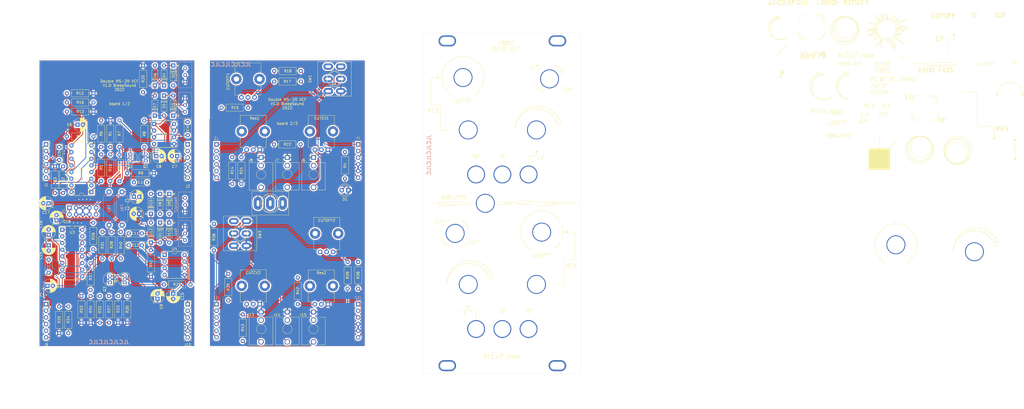
<source format=kicad_pcb>
(kicad_pcb (version 20211014) (generator pcbnew)
  (layers (0 "F.Cu" signal) (31 "B.Cu" signal) (34 "B.Paste" user) (35 "F.Paste" user) (36 "B.SilkS" user "B.Silkscreen") (37 "F.SilkS" user "F.Silkscreen") (38 "B.Mask" user) (39 "F.Mask" user) (44 "Edge.Cuts" user))
  (net 0 "")
  (net 1 "GND")
  (net 2 "+12V")
  (net 3 "-12V")
  (net 4 "Net-(C4-Pad1)")
  (net 5 "Net-(C5-Pad1)")
  (net 6 "Net-(C6-Pad2)")
  (net 7 "Net-(D3-Pad2)")
  (net 8 "Net-(R10-Pad2)")
  (net 9 "Net-(C1-Pad2)")
  (net 10 "Net-(C1-Pad1)")
  (net 11 "Net-(C4-Pad2)")
  (net 12 "/HPass")
  (net 13 "/Out1")
  (net 14 "Net-(C15-Pad2)")
  (net 15 "Net-(C10-Pad1)")
  (net 16 "Net-(C11-Pad2)")
  (net 17 "Net-(C11-Pad1)")
  (net 18 "Net-(C12-Pad2)")
  (net 19 "Net-(C12-Pad1)")
  (net 20 "/Filtre2/HPass")
  (net 21 "Net-(C13-Pad1)")
  (net 22 "Net-(C14-Pad2)")
  (net 23 "/Filtre2/Out1")
  (net 24 "Net-(CUTCV1-Pad2)")
  (net 25 "/CVIn")
  (net 26 "Net-(CUTCV2-Pad2)")
  (net 27 "/Filtre2/CVIn")
  (net 28 "Net-(CUTOFF1-Pad1)")
  (net 29 "Net-(CUTOFF1-Pad2)")
  (net 30 "Net-(CUTOFF1-Pad3)")
  (net 31 "Net-(CUTOFF2-Pad1)")
  (net 32 "Net-(CUTOFF2-Pad2)")
  (net 33 "Net-(CUTOFF2-Pad3)")
  (net 34 "Net-(D1-Pad2)")
  (net 35 "Net-(D2-Pad2)")
  (net 36 "Net-(D2-Pad1)")
  (net 37 "Net-(D4-Pad1)")
  (net 38 "Net-(D5-Pad2)")
  (net 39 "Net-(D6-Pad1)")
  (net 40 "Net-(D8-Pad2)")
  (net 41 "Net-(D10-Pad2)")
  (net 42 "Net-(D11-Pad1)")
  (net 43 "Net-(D10-Pad1)")
  (net 44 "Net-(D11-Pad2)")
  (net 45 "Net-(D12-Pad1)")
  (net 46 "Net-(FB1-Pad2)")
  (net 47 "Net-(FB2-Pad2)")
  (net 48 "/LPass")
  (net 49 "/FilterOut")
  (net 50 "/Cutoff")
  (net 51 "/ResOut")
  (net 52 "/FilterIn")
  (net 53 "/JackOut")
  (net 55 "/Filtre2/LPass")
  (net 56 "/Filtre2/FilterOut")
  (net 57 "/Filtre2/Cutoff")
  (net 58 "/Filtre2/ResOut")
  (net 59 "Filter2In")
  (net 60 "Net-(Q1-Pad1)")
  (net 61 "Net-(Q1-Pad3)")
  (net 62 "Net-(Q3-Pad1)")
  (net 63 "Net-(Q3-Pad3)")
  (net 64 "Net-(R1-Pad2)")
  (net 65 "Net-(R2-Pad2)")
  (net 66 "Net-(R5-Pad2)")
  (net 67 "Net-(R11-Pad2)")
  (net 68 "Net-(R12-Pad2)")
  (net 69 "Net-(R21-Pad1)")
  (net 70 "Net-(R23-Pad2)")
  (net 71 "Net-(R24-Pad2)")
  (net 72 "Net-(R26-Pad2)")
  (net 73 "Net-(R27-Pad2)")
  (net 74 "Net-(R32-Pad2)")
  (net 75 "Net-(R33-Pad2)")
  (net 76 "Net-(R42-Pad1)")
  (net 100 "Net-(C8-Pad1)")
  (net 101 "Net-(C9-Pad2)")
  (net 102 "Net-(C16-Pad1)")
  (net 103 "Net-(C18-Pad1)")
  (net 104 "Net-(U2-Pad8)")
  (net 105 "Net-(U1-Pad11)")
  (footprint "Capacitor_THT:CP_Radial_D5.0mm_P2.00mm" (layer "F.Cu") (at 66.5 89)
    (fp_text reference "C2")
    (fp_text value "10µ")
  )
  (footprint "Capacitor_THT:CP_Radial_D5.0mm_P2.00mm" (layer "F.Cu") (at 68.455113 95.5 180)
    (fp_text reference "C3")
    (fp_text value "10µ")
  )
  (footprint "Capacitor_THT:C_Disc_D7.0mm_W2.5mm_P5.00mm" (layer "F.Cu") (at 87 60.5 -90)
    (fp_text reference "C4")
    (fp_text value "1nF")
  )
  (footprint "Capacitor_THT:CP_Radial_D5.0mm_P2.00mm" (layer "F.Cu") (at 45 61.5)
    (fp_text reference "C6")
    (fp_text value "10µF")
  )
  (footprint "Capacitor_THT:C_Disc_D7.0mm_W2.5mm_P5.00mm" (layer "F.Cu") (at 69.5 107.5 180)
    (fp_text reference "C12")
    (fp_text value "1nF")
  )
  (footprint "Capacitor_THT:C_Disc_D7.0mm_W2.5mm_P5.00mm" (layer "F.Cu") (at 34 113 -90)
    (fp_text reference "C13")
    (fp_text value "1nF")
  )
  (footprint "Potentiometer_THT:Potentiometer_Bourns_PTV09A-1_Single_Vertical" (layer "F.Cu") (at 140.5 71.05 90)
    (fp_text reference "CUTCV1")
    (fp_text value "100k")
  )
  (footprint "Potentiometer_THT:Potentiometer_Bourns_PTV09A-1_Single_Vertical" (layer "F.Cu") (at 112.5 51.05 90)
    (fp_text reference "CUTOFF1")
    (fp_text value "100k")
  )
  (footprint "LED_THT:LED_D4.0mm" (layer "F.Cu") (at 148.275 86.5 180)
    (fp_text reference "D1")
    (fp_text value "LED-12V")
  )
  (footprint "Diode_THT:D_DO-35_SOD27_P7.62mm_Horizontal" (layer "F.Cu") (at 81.5 38.88 -90)
    (fp_text reference "D2")
    (fp_text value "1N4148")
  )
  (footprint "Diode_THT:D_DO-35_SOD27_P7.62mm_Horizontal" (layer "F.Cu") (at 81.5 58 90)
    (fp_text reference "D3")
    (fp_text value "1N4148")
  )
  (footprint "Diode_THT:D_DO-35_SOD27_P7.62mm_Horizontal" (layer "F.Cu") (at 78 46.5 90)
    (fp_text reference "D4")
    (fp_text value "1N4148")
  )
  (footprint "Diode_THT:D_DO-35_SOD27_P7.62mm_Horizontal" (layer "F.Cu") (at 78 50.38 -90)
    (fp_text reference "D5")
    (fp_text value "1N4148")
  )
  (footprint "Diode_THT:D_DO-35_SOD27_P7.62mm_Horizontal" (layer "F.Cu") (at 74.5 46.5 90)
    (fp_text reference "D6")
    (fp_text value "1N4148")
  )
  (footprint "Diode_THT:D_DO-35_SOD27_P7.62mm_Horizontal" (layer "F.Cu") (at 74.5 58 90)
    (fp_text reference "D7")
    (fp_text value "1N4148")
  )
  (footprint "Connector_PinSocket_2.54mm:PinSocket_1x06_P2.54mm_Vertical" (layer "F.Cu") (at 87 69)
    (fp_text reference "J2")
    (fp_text value "Conn_CircuitBoard")
  )
  (footprint "Connector_Audio:Jack_3.5mm_QingPu_WQP-PJ398SM_Vertical_CircularHoles" (layer "F.Cu") (at 135 74)
    (fp_text reference "J6")
    (fp_text value "FilterCV1")
  )
  (footprint "Connector_Audio:Jack_3.5mm_QingPu_WQP-PJ398SM_Vertical_CircularHoles" (layer "F.Cu") (at 125 74)
    (fp_text reference "J7")
    (fp_text value "FilterIn1")
  )
  (footprint "Connector_Audio:Jack_3.5mm_QingPu_WQP-PJ398SM_Vertical_CircularHoles" (layer "F.Cu") (at 115 74)
    (fp_text reference "J8")
    (fp_text value "FilterOut1")
  )
  (footprint "Connector_PinSocket_2.54mm:PinSocket_1x06_P2.54mm_Vertical" (layer "F.Cu") (at 33 130)
    (fp_text reference "J9")
    (fp_text value "Conn_CircuitBoard")
  )
  (footprint "Package_TO_SOT_THT:TO-92_Inline" (layer "F.Cu") (at 71 75.27 90)
    (fp_text reference "Q1")
    (fp_text value "BC559")
  )
  (footprint "Package_TO_SOT_THT:TO-92_Inline" (layer "F.Cu") (at 65.14 72.73 -90)
    (fp_text reference "Q2")
    (fp_text value "BC559")
  )
  (footprint "Package_TO_SOT_THT:TO-92_Inline" (layer "F.Cu") (at 57.36 121.77 90)
    (fp_text reference "Q3")
    (fp_text value "BC559")
  )
  (footprint "Resistor_THT:R_Axial_DIN0207_L6.3mm_D2.5mm_P10.16mm_Horizontal" (layer "F.Cu") (at 57.5 59.84 -90)
    (fp_text reference "R1")
    (fp_text value "470")
  )
  (footprint "Resistor_THT:R_Axial_DIN0207_L6.3mm_D2.5mm_P10.16mm_Horizontal" (layer "F.Cu") (at 36.4 77.42 -90)
    (fp_text reference "R3")
    (fp_text value "470")
  )
  (footprint "Resistor_THT:R_Axial_DIN0207_L6.3mm_D2.5mm_P10.16mm_Horizontal" (layer "F.Cu") (at 54 72.84 -90)
    (fp_text reference "R5")
    (fp_text value "2.2k")
  )
  (footprint "Resistor_THT:R_Axial_DIN0207_L6.3mm_D2.5mm_P10.16mm_Horizontal" (layer "F.Cu") (at 54 70 90)
    (fp_text reference "R6")
    (fp_text value "100k")
  )
  (footprint "Resistor_THT:R_Axial_DIN0207_L6.3mm_D2.5mm_P10.16mm_Horizontal" (layer "F.Cu") (at 61 70 90)
    (fp_text reference "R7")
    (fp_text value "100k")
  )
  (footprint "Resistor_THT:R_Axial_DIN0207_L6.3mm_D2.5mm_P10.16mm_Horizontal" (layer "F.Cu") (at 74.08 80 180)
    (fp_text reference "R9")
    (fp_text value "2.2k")
  )
  (footprint "Resistor_THT:R_Axial_DIN0207_L6.3mm_D2.5mm_P10.16mm_Horizontal" (layer "F.Cu") (at 51.08 66 180)
    (fp_text reference "R11")
    (fp_text value "100k")
  )
  (footprint "Resistor_THT:R_Axial_DIN0207_L6.3mm_D2.5mm_P10.16mm_Horizontal" (layer "F.Cu") (at 51.08 49.5 180)
    (fp_text reference "R12")
    (fp_text value "470")
  )
  (footprint "Resistor_THT:R_Axial_DIN0207_L6.3mm_D2.5mm_P10.16mm_Horizontal" (layer "F.Cu") (at 51.08 56.5 180)
    (fp_text reference "R13")
    (fp_text value "470")
  )
  (footprint "Resistor_THT:R_Axial_DIN0207_L6.3mm_D2.5mm_P10.16mm_Horizontal" (layer "F.Cu") (at 104 84.08 90)
    (fp_text reference "R14")
    (fp_text value "82k")
  )
  (footprint "Resistor_THT:R_Axial_DIN0207_L6.3mm_D2.5mm_P10.16mm_Horizontal" (layer "F.Cu") (at 99.92 55)
    (fp_text reference "R15")
    (fp_text value "100k")
  )
  (footprint "Resistor_THT:R_Axial_DIN0207_L6.3mm_D2.5mm_P10.16mm_Horizontal" (layer "F.Cu") (at 40.92 53)
    (fp_text reference "R16")
    (fp_text value "100k")
  )
  (footprint "Resistor_THT:R_Axial_DIN0207_L6.3mm_D2.5mm_P10.16mm_Horizontal" (layer "F.Cu") (at 120 45)
    (fp_text reference "R17")
    (fp_text value "33k")
  )
  (footprint "Resistor_THT:R_Axial_DIN0207_L6.3mm_D2.5mm_P10.16mm_Horizontal" (layer "F.Cu") (at 130.16 41 180)
    (fp_text reference "R18")
    (fp_text value "56k")
  )
  (footprint "Resistor_THT:R_Axial_DIN0207_L6.3mm_D2.5mm_P10.16mm_Horizontal" (layer "F.Cu") (at 70 38.92 -90)
    (fp_text reference "R20")
    (fp_text value "2.2k")
  )
  (footprint "Resistor_THT:R_Axial_DIN0207_L6.3mm_D2.5mm_P10.16mm_Horizontal" (layer "F.Cu") (at 107.5 73.92 -90)
    (fp_text reference "R21")
    (fp_text value "1k")
  )
  (footprint "Resistor_THT:R_Axial_DIN0207_L6.3mm_D2.5mm_P10.16mm_Horizontal" (layer "F.Cu") (at 130.08 69 180)
    (fp_text reference "R22")
    (fp_text value "1k")
  )
  (footprint "Resistor_THT:R_Axial_DIN0207_L6.3mm_D2.5mm_P10.16mm_Horizontal" (layer "F.Cu") (at 60.5 137.08 90)
    (fp_text reference "R23")
    (fp_text value "470")
  )
  (footprint "Resistor_THT:R_Axial_DIN0207_L6.3mm_D2.5mm_P10.16mm_Horizontal" (layer "F.Cu") (at 51 109.08 90)
    (fp_text reference "R26")
    (fp_text value "2.2k")
  )
  (footprint "Resistor_THT:R_Axial_DIN0207_L6.3mm_D2.5mm_P10.16mm_Horizontal" (layer "F.Cu") (at 57 126.92 -90)
    (fp_text reference "R27")
    (fp_text value "100k")
  )
  (footprint "Resistor_THT:R_Axial_DIN0207_L6.3mm_D2.5mm_P10.16mm_Horizontal" (layer "F.Cu") (at 58 102.42 -90)
    (fp_text reference "R28")
    (fp_text value "100k")
  )
  (footprint "Resistor_THT:R_Axial_DIN0207_L6.3mm_D2.5mm_P10.16mm_Horizontal" (layer "F.Cu") (at 77.92 122.5)
    (fp_text reference "R29")
    (fp_text value "1k")
  )
  (footprint "Resistor_THT:R_Axial_DIN0207_L6.3mm_D2.5mm_P10.16mm_Horizontal" (layer "F.Cu") (at 64 137.08 90)
    (fp_text reference "R30")
    (fp_text value "2.2k")
  )
  (footprint "Resistor_THT:R_Axial_DIN0207_L6.3mm_D2.5mm_P10.16mm_Horizontal" (layer "F.Cu") (at 54.5 102.42 -90)
    (fp_text reference "R31")
    (fp_text value "1.8k")
  )
  (footprint "Resistor_THT:R_Axial_DIN0207_L6.3mm_D2.5mm_P10.16mm_Horizontal" (layer "F.Cu") (at 53.5 137.08 90)
    (fp_text reference "R32")
    (fp_text value "100k")
  )
  (footprint "Resistor_THT:R_Axial_DIN0207_L6.3mm_D2.5mm_P10.16mm_Horizontal" (layer "F.Cu") (at 46.5 137.08 90)
    (fp_text reference "R33")
    (fp_text value "470")
  )
  (footprint "Resistor_THT:R_Axial_DIN0207_L6.3mm_D2.5mm_P10.16mm_Horizontal" (layer "F.Cu") (at 50 137.08 90)
    (fp_text reference "R34")
    (fp_text value "470")
  )
  (footprint "Resistor_THT:R_Axial_DIN0207_L6.3mm_D2.5mm_P10.16mm_Horizontal" (layer "F.Cu") (at 50 124.58 90)
    (fp_text reference "R37")
    (fp_text value "100k")
  )
  (footprint "Resistor_THT:R_Axial_DIN0207_L6.3mm_D2.5mm_P10.16mm_Horizontal" (layer "F.Cu") (at 61.5 102.42 -90)
    (fp_text reference "R40")
    (fp_text value "1.8k")
  )
  (footprint "Resistor_THT:R_Axial_DIN0207_L6.3mm_D2.5mm_P10.16mm_Horizontal" (layer "F.Cu") (at 73 119.58 90)
    (fp_text reference "R41")
    (fp_text value "2.2k")
  )
  (footprint "Resistor_THT:R_Axial_DIN0207_L6.3mm_D2.5mm_P10.16mm_Horizontal" (layer "F.Cu") (at 129 130 90)
    (fp_text reference "R42")
    (fp_text value "1k")
  )
  (footprint "Resistor_THT:R_Axial_DIN0207_L6.3mm_D2.5mm_P10.16mm_Horizontal" (layer "F.Cu") (at 108 144.08 90)
    (fp_text reference "R43")
    (fp_text value "1k")
  )
  (footprint "Potentiometer_THT:Potentiometer_Bourns_PTV09A-1_Single_Vertical" (layer "F.Cu") (at 114.5 71.05 90)
    (fp_text reference "Res1")
    (fp_text value "100k")
  )
  (footprint "Synth:SW_DPDT_Toggle" (layer "F.Cu") (at 143 44 90)
    (fp_text reference "SW1")
    (fp_text value "Hpass/Lpass Switch")
  )
  (footprint "Synth:SW_Toggle_Blue_wSlots" (layer "F.Cu") (at 118.5 91.5)
    (fp_text reference "SW2" hide)
    (fp_text value "Bandpass")
  )
  (footprint "Package_DIP:DIP-16_W7.62mm_Socket" (layer "F.Cu") (at 39.2 101.6)
    (fp_text reference "U3")
    (fp_text value "LM13700")
  )
  (footprint "Package_DIP:DIP-8_W7.62mm_Socket" (layer "F.Cu") (at 78.2 111.2)
    (fp_text reference "U4")
    (fp_text value "TL072")
  )
  (footprint "Connector_Audio:Jack_3.5mm_QingPu_WQP-PJ398SM_Vertical_CircularHoles" (layer "F.Cu") (at 115 133)
    (fp_text reference "J13")
    (fp_text value "FilterCV2")
  )
  (footprint "Connector_Audio:Jack_3.5mm_QingPu_WQP-PJ398SM_Vertical_CircularHoles" (layer "F.Cu") (at 125 133)
    (fp_text reference "J14")
    (fp_text value "FilterIn2")
  )
  (footprint "Connector_Audio:Jack_3.5mm_QingPu_WQP-PJ398SM_Vertical_CircularHoles" (layer "F.Cu") (at 135 133)
    (fp_text reference "J15")
    (fp_text value "FilterOut2")
  )
  (footprint "Connector_PinSocket_2.54mm:PinSocket_1x06_P2.54mm_Vertical" (layer "F.Cu") (at 87 130)
    (fp_text reference "J10")
    (fp_text value "Conn_CircuitBoard")
  )
  (footprint "Resistor_THT:R_Axial_DIN0207_L6.3mm_D2.5mm_P10.16mm_Horizontal" (layer "F.Cu") (at 70.5 70.08 90)
    (fp_text reference "R8")
    (fp_text value "1k")
  )
  (footprint "Capacitor_THT:CP_Radial_D5.0mm_P2.00mm" (layer "F.Cu") (at 83 73.5 180)
    (fp_text reference "C7")
    (fp_text value "0.1µ")
  )
  (footprint "Capacitor_THT:CP_Radial_D5.0mm_P2.00mm" (layer "F.Cu") (at 75.044888 73.5)
    (fp_text reference "C8")
    (fp_text value "0.1µ")
  )
  (footprint "Capacitor_THT:CP_Radial_D5.0mm_P2.00mm" (layer "F.Cu") (at 75.5 127.955112 90)
    (fp_text reference "C9")
    (fp_text value "0.1µ")
  )
  (footprint "Capacitor_THT:CP_Radial_D5.0mm_P2.00mm" (layer "F.Cu") (at 81.5 126 -90)
    (fp_text reference "C10")
    (fp_text value "0.1µ")
  )
  (footprint "Resistor_THT:R_Axial_DIN0207_L6.3mm_D2.5mm_P10.16mm_Horizontal" (layer "F.Cu") (at 147 71.92 -90)
    (fp_text reference "R4")
    (fp_text value "2.2k")
  )
  (footprint "Resistor_THT:R_Axial_DIN0207_L6.3mm_D2.5mm_P10.16mm_Horizontal" (layer "F.Cu") (at 97 109.5 90)
    (fp_text reference "R36")
    (fp_text value "100k")
  )
  (footprint "Resistor_THT:R_Axial_DIN0207_L6.3mm_D2.5mm_P10.16mm_Horizontal" (layer "F.Cu") (at 148 124.08 90)
    (fp_text reference "R39")
    (fp_text value "56k")
  )
  (footprint "Resistor_THT:R_Axial_DIN0207_L6.3mm_D2.5mm_P10.16mm_Horizontal" (layer "F.Cu") (at 152 113.92 -90)
    (fp_text reference "R38")
    (fp_text value "33k")
  )
  (footprint "Resistor_THT:R_Axial_DIN0207_L6.3mm_D2.5mm_P10.16mm_Horizontal" (layer "F.Cu") (at 102.5 118.42 -90)
    (fp_text reference "R35")
    (fp_text value "82k")
  )
  (footprint "Capacitor_THT:CP_Radial_D5.0mm_P2.00mm" (layer "F.Cu") (at 33.544888 123)
    (fp_text reference "C14")
    (fp_text value "10µF")
  )
  (footprint "Package_DIP:DIP-8_W7.62mm_Socket" (layer "F.Cu") (at 74.2 61.2)
    (fp_text reference "U2")
    (fp_text value "TL072")
  )
  (footprint "Package_TO_SOT_THT:TO-92_Inline" (layer "F.Cu") (at 63 121.77 90)
    (fp_text reference "Q4")
    (fp_text value "BC559")
  )
  (footprint "Synth:Doepfer Mounting hole" (layer "F.Cu") (at 186 29.5)
    (fp_text reference "H1" hide)
    (fp_text value "MountingHole_Pad")
  )
  (footprint "Synth:Doepfer Mounting hole" (layer "F.Cu") (at 228 29.5)
    (fp_text reference "H2" hide)
    (fp_text value "MountingHole_Pad")
  )
  (footprint "Synth:Doepfer Mounting hole" (layer "F.Cu") (at 228 153.5)
    (fp_text reference "H3" hide)
    (fp_text value "MountingHole_Pad")
  )
  (footprint "Synth:Doepfer Mounting hole" (layer "F.Cu") (at 186 153.5)
    (fp_text reference "H4" hide)
    (fp_text value "MountingHole_Pad")
  )
  (footprint "Synth:SW_DPDT_Toggle" (layer "F.Cu") (at 107 103 90)
    (fp_text reference "SW3")
    (fp_text value "Hpass/Lpass Switch")
  )
  (footprint "Potentiometer_THT:Potentiometer_Bourns_PTV09A-1_Single_Vertical" (layer "F.Cu") (at 114.5 130 90)
    (fp_text reference "CUTCV2")
    (fp_text value "100k")
  )
  (footprint "Potentiometer_THT:Potentiometer_Bourns_PTV09A-1_Single_Vertical" (layer "F.Cu") (at 140.5 130.05 90)
    (fp_text reference "Res2")
    (fp_text value "100k")
  )
  (footprint "Potentiometer_THT:Potentiometer_Bourns_PTV09A-1_Single_Vertical" (layer "F.Cu") (at 142.5 110.05 90)
    (fp_text reference "CUTOFF2")
    (fp_text value "100k")
  )
  (footprint "Capacitor_THT:C_Disc_D7.0mm_W2.5mm_P5.00mm" (layer "F.Cu") (at 64.5 103)
    (fp_text reference "C11")
    (fp_text value "1nF")
  )
  (footprint "Diode_THT:D_DO-35_SOD27_P7.62mm_Horizontal" (layer "F.Cu") (at 73 95.5 90)
    (fp_text reference "D10")
    (fp_text value "1N4148")
  )
  (footprint "Diode_THT:D_DO-35_SOD27_P7.62mm_Horizontal" (layer "F.Cu") (at 76.5 87.88 -90)
    (fp_text reference "D8")
    (fp_text value "1N4148")
  )
  (footprint "Diode_THT:D_DO-35_SOD27_P7.62mm_Horizontal" (layer "F.Cu") (at 80 87.88 -90)
    (fp_text reference "D9")
    (fp_text value "1N4148")
  )
  (footprint "Diode_THT:D_DO-35_SOD27_P7.62mm_Horizontal" (layer "F.Cu") (at 76.5 98.88 -90)
    (fp_text reference "D13")
    (fp_text value "1N4148")
  )
  (footprint "Diode_THT:D_DO-35_SOD27_P7.62mm_Horizontal" (layer "F.Cu") (at 73 106.5 90)
    (fp_text reference "D12")
    (fp_text value "1N4148")
  )
  (footprint "Diode_THT:D_DO-35_SOD27_P7.62mm_Horizontal" (layer "F.Cu") (at 80 98.88 -90)
    (fp_text reference "D11")
    (fp_text value "1N4148")
  )
  (footprint "Capacitor_THT:C_Disc_D7.0mm_W2.5mm_P5.00mm" (layer "F.Cu") (at 66.5 83.5)
    (fp_text reference "C1")
    (fp_text value "1nF")
  )
  (footprint "Resistor_THT:R_Axial_DIN0207_L6.3mm_D2.5mm_P10.16mm_Horizontal" (layer "F.Cu") (at 39.5 77.42 -90)
    (fp_text reference "R2")
    (fp_text value "100k")
  )
  (footprint "Resistor_THT:R_Axial_DIN0207_L6.3mm_D2.5mm_P10.16mm_Horizontal" (layer "F.Cu") (at 57.5 83 90)
    (fp_text reference "R10")
    (fp_text value "1.8k")
  )
  (footprint "Resistor_THT:R_Axial_DIN0207_L6.3mm_D2.5mm_P10.16mm_Horizontal" (layer "F.Cu") (at 61 72.92 -90)
    (fp_text reference "R19")
    (fp_text value "1.8k")
  )
  (footprint "Package_DIP:DIP-16_W7.62mm_Socket" (layer "F.Cu") (at 50.3 87.2 180)
    (fp_text reference "U1")
    (fp_text value "LM13700")
  )
  (footprint "Connector_PinSocket_2.54mm:PinSocket_1x06_P2.54mm_Vertical" (layer "F.Cu") (at 33 69)
    (fp_text reference "J1")
    (fp_text value "Conn_CircuitBoard")
  )
  (footprint "Capacitor_THT:C_Disc_D7.0mm_W2.5mm_P5.00mm" (layer "F.Cu") (at 38 70 -90)
    (fp_text reference "C5")
    (fp_text value "1nF")
  )
  (footprint "Resistor_THT:R_Axial_DIN0207_L6.3mm_D2.5mm_P10.16mm_Horizontal" (layer "F.Cu") (at 38 141.08 90)
    (fp_text reference "R25")
    (fp_text value "470")
  )
  (footprint "Resistor_THT:R_Axial_DIN0207_L6.3mm_D2.5mm_P10.16mm_Horizontal" (layer "F.Cu") (at 41.5 141.08 90)
    (fp_text reference "R24")
    (fp_text value "100k")
  )
  (footprint "Capacitor_THT:CP_Radial_D5.0mm_P2.00mm" (layer "F.Cu") (at 33.955113 91.5 180)
    (fp_text reference "C17")
    (fp_text value "0.1µ")
  )
  (footprint "Capacitor_THT:CP_Radial_D5.0mm_P2.00mm" (layer "F.Cu") (at 37 98 90)
    (fp_text reference "C18")
    (fp_text value "0.1µ")
  )
  (footprint "Capacitor_THT:CP_Radial_D5.0mm_P2.00mm" (layer "F.Cu") (at 34 103.5 90)
    (fp_text reference "C16")
    (fp_text value "0.1µ")
  )
  (footprint "Capacitor_THT:CP_Radial_D5.0mm_P2.00mm" (layer "F.Cu") (at 34 107.544887 -90)
    (fp_text reference "C15")
    (fp_text value "0.1µ")
  )
  (footprint "Inductor_THT:L_Axial_L9.5mm_D4.0mm_P12.70mm_Horizontal_Fastron_SMCC" (layer "B.Cu") (at 57 99.85 90)
    (fp_text reference "FB2")
    (fp_text value "10R")
  )
  (footprint "Connector_PinHeader_2.54mm:PinHeader_1x06_P2.54mm_Vertical" (layer "B.Cu") (at 98 69 180)
    (fp_text reference "J3")
    (fp_text value "Conn_JackBoard")
  )
  (footprint "Connector_PinHeader_2.54mm:PinHeader_1x06_P2.54mm_Vertical" (layer "B.Cu") (at 152 69 180)
    (fp_text reference "J4")
    (fp_text value "Conn_JackBoard")
  )
  (footprint "Connector_PinHeader_2.54mm:PinHeader_2x05_P2.54mm_Vertical" (layer "B.Cu") (at 41.925 93.225 -90)
    (fp_text reference "J5")
    (fp_text value "Power Input")
  )
  (footprint "Connector_PinHeader_2.54mm:PinHeader_1x06_P2.54mm_Vertical" (layer "B.Cu") (at 98 130 180)
    (fp_text reference "J11")
    (fp_text value "Conn_JackBoard")
  )
  (footprint "Potentiometer_THT:Potentiometer_Bourns_3386C_Horizontal" (layer "B.Cu") (at 86.08 45.08)
    (fp_text reference "ResLv1")
    (fp_text value "3.3k")
  )
  (footprint "Potentiometer_THT:Potentiometer_Bourns_3386C_Horizontal" (layer "B.Cu") (at 86 56.58)
    (fp_text reference "ResVol1")
    (fp_text value "10k")
  )
  (footprint "Connector_PinHeader_2.54mm:PinHeader_1x06_P2.54mm_Vertical" (layer "B.Cu") (at 152 130 180)
    (fp_text reference "J12")
    (fp_text value "Conn_JackBoard")
  )
  (footprint "Inductor_THT:L_Axial_L9.5mm_D4.0mm_P12.70mm_Horizontal_Fastron_SMCC" (layer "B.Cu") (at 62 87.15 -90)
    (fp_text reference "FB1")
    (fp_text value "10R")
  )
  (footprint "Potentiometer_THT:Potentiometer_Bourns_3386C_Horizontal" (layer "B.Cu") (at 86 100.5 180)
    (fp_text reference "ResLv2")
    (fp_text value "3.3k")
  )
  (footprint "Potentiometer_THT:Potentiometer_Bourns_3386C_Horizontal" (layer "B.Cu") (at 86 89.5 180)
    (fp_text reference "ResVol2")
    (fp_text value "10k")
  )
  (gr_line (start 183 91) (end 193.5 91) (layer "F.SilkS") (width 0.12))
  (gr_line (start 189 92.5) (end 183 92.5) (layer "F.SilkS") (width 0.12))
  (gr_line (start 182.5 92) (end 195 92) (layer "F.SilkS") (width 0.12))
  (gr_line (start 179.25 91.5) (end 184 91.5) (layer "F.SilkS") (width 0.12))
  (gr_line (start 219 92) (end 212.5 92) (layer "F.SilkS") (width 0.12))
  (gr_line (start 213 91) (end 206 91) (layer "F.SilkS") (width 0.12))
  (gr_line (start 210.5 92) (end 204.5 92) (layer "F.SilkS") (width 0.12))
  (gr_line (start 216.5 91) (end 228.5 91) (layer "F.SilkS") (width 0.12))
  (gr_line (start 201.1 149.3) (end 200.1 148.9) (layer "F.SilkS") (width 0.12))
  (gr_line (start 205.9 150.5) (end 206.1 150.7) (layer "F.SilkS") (width 0.12))
  (gr_line (start 210.7 149.5) (end 209.9 149.5) (layer "F.SilkS") (width 0.12))
  (gr_line (start 213.3 149.5) (end 213.7 150.3) (layer "F.SilkS") (width 0.12))
  (gr_arc (start 226.7 39.4) (mid 228.82132 40.27868) (end 229.7 42.4) (layer "F.SilkS") (width 0.12))
  (gr_arc (start 223.2 48.4) (mid 221.07868 47.52132) (end 220.2 45.4) (layer "F.SilkS") (width 0.12))
  (gr_arc (start 230.2 45.9) (mid 229.32132 48.02132) (end 227.2 48.9) (layer "F.SilkS") (width 0.12))
  (gr_arc (start 222.7 48.9) (mid 220.57868 48.02132) (end 219.7 45.9) (layer "F.SilkS") (width 0.12))
  (gr_arc (start 220.2 41.9) (mid 221.07868 39.77868) (end 223.2 38.9) (layer "F.SilkS") (width 0.12))
  (gr_arc (start 227.2 38.9) (mid 229.32132 39.77868) (end 230.2 41.9) (layer "F.SilkS") (width 0.12))
  (gr_arc (start 234.1 102.5) (mid 234.453552 102.646448) (end 234.6 103) (layer "F.SilkS") (width 0.12))
  (gr_line (start 230 122.5) (end 227.153553 122.5) (layer "F.SilkS") (width 0.12))
  (gr_arc (start 191.2 97.9) (mid 193.32132 98.77868) (end 194.2 100.9) (layer "F.SilkS") (width 0.12))
  (gr_arc (start 184.2 100.9) (mid 185.07868 98.77868) (end 187.2 97.9) (layer "F.SilkS") (width 0.12))
  (gr_arc (start 186.7 107.9) (mid 184.57868 107.02132) (end 183.7 104.9) (layer "F.SilkS") (width 0.12))
  (gr_arc (start 194.2 104.9) (mid 193.32132 107.02132) (end 191.2 107.9) (layer "F.SilkS") (width 0.12))
  (gr_arc (start 187.2 107.4) (mid 185.07868 106.52132) (end 184.2 104.4) (layer "F.SilkS") (width 0.12))
  (gr_arc (start 190.7 98.4) (mid 192.82132 99.27868) (end 193.7 101.4) (layer "F.SilkS") (width 0.12))
  (gr_line (start 230.5 113.5) (end 230.5 122) (layer "F.SilkS") (width 0.12))
  (gr_arc (start 230.5 113.5) (mid 230.646447 113.146447) (end 231 113) (layer "F.SilkS") (width 0.12))
  (gr_line (start 231.7 102.5) (end 234.113389 102.5) (layer "F.SilkS") (width 0.12))
  (gr_arc (start 230.5 122) (mid 230.353553 122.353553) (end 230 122.5) (layer "F.SilkS") (width 0.12))
  (gr_arc (start 185.9 122.5) (mid 193.033536 114.568285) (end 201.9 120.5) (layer "F.SilkS") (width 0.12))
  (gr_poly (pts (xy 231.2 102.5) (xy 231.7 102) (xy 231.7 103)) (layer "F.SilkS") (width 0.1) (fill solid))
  (gr_line (start 234.6 103) (end 234.6 112.5) (layer "F.SilkS") (width 0.12))
  (gr_line (start 196.6 132.5) (end 194.5 132.5) (layer "F.SilkS") (width 0.12))
  (gr_poly (pts (xy 194.5 131) (xy 193.5 131) (xy 194 130.5)) (layer "F.SilkS") (width 0.1) (fill solid))
  (gr_line (start 197 136) (end 197 133) (layer "F.SilkS") (width 0.12))
  (gr_line (start 194 132) (end 194 131) (layer "F.SilkS") (width 0.12))
  (gr_arc (start 194.5 132.5) (mid 194.146447 132.353553) (end 194 132) (layer "F.SilkS") (width 0.12))
  (gr_arc (start 196.5 132.5) (mid 196.853553 132.646447) (end 197 133) (layer "F.SilkS") (width 0.12))
  (gr_line (start 315.490253 31.664932) (end 315.3 31.2) (layer "F.SilkS") (width 0.12))
  (gr_line (start 221.625 110.65) (end 222.425 110.65) (layer "F.SilkS") (width 0.12))
  (gr_line (start 190.8 89.2) (end 190.5 89.2) (layer "F.SilkS") (width 0.12))
  (gr_line (start 206.7 72.8) (end 206.5 72.9) (layer "F.SilkS") (width 0.12))
  (gr_line (start 331.6 66) (end 330.8 65.7) (layer "F.SilkS") (width 0.12))
  (gr_line (start 328.45 34.45) (end 328.45 33.65) (layer "F.SilkS") (width 0.12))
  (gr_line (start 353.87 99.46) (end 354.06 99.91) (layer "F.SilkS") (width 0.12))
  (gr_arc (start 364.15 43.75) (mid 364.267157 43.467157) (end 364.55 43.35) (layer "F.SilkS") (width 0.12))
  (gr_line (start 181.8 56.9) (end 182 56.9) (layer "F.SilkS") (width 0.12))
  (gr_line (start 343.45 38.15) (end 343.55 38.05) (layer "F.SilkS") (width 0.12))
  (gr_line (start 339.75 15.75) (end 339.05 15.75) (layer "F.SilkS") (width 0.12))
  (gr_line (start 344.6 59.4) (end 344.5 59.4) (layer "F.SilkS") (width 0.12))
  (gr_line (start 349.75 49.85) (end 349.55 50.05) (layer "F.SilkS") (width 0.12))
  (gr_line (start 372.1 28.65) (end 372.7 29.55) (layer "F.SilkS") (width 0.12))
  (gr_line (start 188 89.5) (end 187.3 88.4) (layer "F.SilkS") (width 0.12))
  (gr_line (start 343.05 38.15) (end 343.15 38.05) (layer "F.SilkS") (width 0.12))
  (gr_line (start 210.85 31.9) (end 210.05 33.5) (layer "F.SilkS") (width 0.12))
  (gr_line (start 230.45 48.3) (end 231.3 48.3) (layer "F.SilkS") (width 0.12))
  (gr_line (start 327.55 34.25) (end 328.05 36.15) (layer "F.SilkS") (width 0.12))
  (gr_line (start 224.85 57.05) (end 225.55 55.75) (layer "F.SilkS") (width 0.12))
  (gr_arc (start 332.769006 50.73996) (mid 324.729991 49.155782) (end 327.954039 41.623126) (layer "F.SilkS") (width 0.12))
  (gr_line (start 314.75 14.05) (end 313.75 14.05) (layer "F.SilkS") (width 0.12))
  (gr_line (start 376.25 19.05) (end 376.65 19.65) (layer "F.SilkS") (width 0.12))
  (gr_line (start 375.25 19.25) (end 375.25 19.05) (layer "F.SilkS") (width 0.12))
  (gr_line (start 378.85 41.15) (end 378.65 41.45) (layer "F.SilkS") (width 0.12))
  (gr_line (start 361.9 24.3) (end 356.65 23.8) (layer "F.SilkS") (width 0.12))
  (gr_line (start 341.75 14.05) (end 341.95 14.05) (layer "F.SilkS") (width 0.12))
  (gr_line (start 206.7 32.6) (end 206.7 33.1) (layer "F.SilkS") (width 0.12))
  (gr_line (start 319.95 14.05) (end 319.35 14.85) (layer "F.SilkS") (width 0.12))
  (gr_line (start 336.2 64.9) (end 337.1 65.3) (layer "F.SilkS") (width 0.12))
  (gr_line (start 353.75 39.25) (end 353.95 39.15) (layer "F.SilkS") (width 0.12))
  (gr_line (start 336.85 34.35) (end 336.65 34.55) (layer "F.SilkS") (width 0.12))
  (gr_line (start 349.25 47.25) (end 349.95 47.25) (layer "F.SilkS") (width 0.12))
  (gr_line (start 352.57 113.86) (end 352.11 114.45) (layer "F.SilkS") (width 0.12))
  (gr_line (start 353.65 48.25) (end 352.75 49.85) (layer "F.SilkS") (width 0.12))
  (gr_line (start 192.65 132.2) (end 192.55 133.8) (layer "F.SilkS") (width 0.12))
  (gr_line (start 186.5 88.4) (end 186 90) (layer "F.SilkS") (width 0.12))
  (gr_line (start 350.35 37.25) (end 350.25 37.25) (layer "F.SilkS") (width 0.12))
  (gr_line (start 343.05 38.15) (end 343.45 38.15) (layer "F.SilkS") (width 0.12))
  (gr_line (start 310.95 21.65) (end 309.75 21.25) (layer "F.SilkS") (width 0.12))
  (gr_line (start 379.25 28.25) (end 379.25 27.25) (layer "F.SilkS") (width 0.12))
  (gr_line (start 350.9 27.3) (end 346.15 27.3) (layer "F.SilkS") (width 0.12))
  (gr_line (start 353.45 37.25) (end 353.35 39.25) (layer "F.SilkS") (width 0.12))
  (gr_line (start 337.15 38.75) (end 336.55 38.75) (layer "F.SilkS") (width 0.12))
  (gr_line (start 321.85 36.35) (end 321.95 34.15) (layer "F.SilkS") (width 0.12))
  (gr_line (start 389.75 38.25) (end 387.75 38.25) (layer "F.SilkS") (width 0.12))
  (gr_line (start 232.6 47.4) (end 233.5 47.8) (layer "F.SilkS") (width 0.12))
  (gr_line (start 345.9 24.8) (end 350.15 25.55) (layer "F.SilkS") (width 0.12))
  (gr_line (start 394.34 106.47) (end 395.7 105.8) (layer "F.SilkS") (width 0.12))
  (gr_line (start 219.075 110.65) (end 219.175 110.75) (layer "F.SilkS") (width 0.12))
  (gr_line (start 377.05 19.25) (end 377.25 19.25) (layer "F.SilkS") (width 0.12))
  (gr_line (start 321.25 14.05) (end 321.25 15.75) (layer "F.SilkS") (width 0.12))
  (gr_line (start 328.85 34.95) (end 329.05 34.35) (layer "F.SilkS") (width 0.12))
  (gr_line (start 355.75 43.25) (end 355.75 44.95) (layer "F.SilkS") (width 0.12))
  (gr_line (start 336.15 37.65) (end 336.05 37.55) (layer "F.SilkS") (width 0.12))
  (gr_line (start 224.5875 110.65) (end 225.6375 110.65) (layer "F.SilkS") (width 0.12))
  (gr_line (start 356.65 26.3) (end 359.15 23.8) (layer "F.SilkS") (width 0.12))
  (gr_line (start 320.65 14.05) (end 319.65 14.05) (layer "F.SilkS") (width 0.12))
  (gr_line (start 342.05 37.85) (end 341.95 37.75) (layer "F.SilkS") (width 0.12))
  (gr_line (start 333.85 15.45) (end 333.65 15.75) (layer "F.SilkS") (width 0.12))
  (gr_line (start 396.35 20.25) (end 397.15 20.25) (layer "F.SilkS") (width 0.12))
  (gr_line (start 314.55 14.25) (end 313.95 14.25) (layer "F.SilkS") (width 0.12))
  (gr_line (start 367.75 39.75) (end 367.15 41.45) (layer "F.SilkS") (width 0.12))
  (gr_line (start 230.1 49) (end 230 49) (layer "F.SilkS") (width 0.12))
  (gr_line (start 376.65 20.45) (end 376.45 20.75) (layer "F.SilkS") (width 0.12))
  (gr_line (start 206.7 133.5) (end 206.6 133.5) (layer "F.SilkS") (width 0.12))
  (gr_line (start 338.75 43.15) (end 337.85 41.05) (layer "F.SilkS") (width 0.12))
  (gr_line (start 206.1 150.7) (end 206.1 150.5) (layer "F.SilkS") (width 0.12))
  (gr_line (start 186 90) (end 185.9 90) (layer "F.SilkS") (width 0.12))
  (gr_line (start 332.85 14.35) (end 332.85 15.45) (layer "F.SilkS") (width 0.12))
  (gr_line (start 361.15 21.55) (end 356.65 23.3) (layer "F.SilkS") (width 0.12))
  (gr_line (start 211.45 33.55) (end 211.55 33.4) (layer "F.SilkS") (width 0.12))
  (gr_line (start 321.05 14.15) (end 321.25 14.05) (layer "F.SilkS") (width 0.12))
  (gr_line (start 351.75 37.25) (end 351.65 37.25) (layer "F.SilkS") (width 0.12))
  (gr_line (start 351.75 48.25) (end 351.45 48.85) (layer "F.SilkS") (width 0.12))
  (gr_line (start 351.05 48.25) (end 350.35 49.85) (layer "F.SilkS") (width 0.12))
  (gr_line (start 207.5 149.3) (end 206.1 149.7) (layer "F.SilkS") (width 0.12))
  (gr_line (start 338.05 35.75) (end 339.25 35.75) (layer "F.SilkS") (width 0.12))
  (gr_line (start 337.55 14.05) (end 337.55 15.75) (layer "F.SilkS") (width 0.12))
  (gr_line (start 335.25 33.95) (end 335.25 35.75) (layer "F.SilkS") (width 0.12))
  (gr_line (start 349.15 43.25) (end 348.75 44.95) (layer "F.SilkS") (width 0.12))
  (gr_line (start 180.2 56.8) (end 180.9 56.8) (layer "F.SilkS") (width 0.12))
  (gr_arc (start 370.25 50.05) (mid 372.37132 50.92868) (end 373.25 53.05) (layer "F.SilkS") (width 0.12))
  (gr_line (start 385.5 102.1) (end 385.2 101.3) (layer "F.SilkS") (width 0.12))
  (gr_line (start 182.2 97.5) (end 182.1 97.5) (layer "F.SilkS") (width 0.12))
  (gr_line (start 374 27.85) (end 374.7 29.55) (layer "F.SilkS") (width 0.12))
  (gr_line (start 377.05 19.05) (end 377.25 19.05) (layer "F.SilkS") (width 0.12))
  (gr_line (start 236.5 92) (end 233.5 92) (layer "F.SilkS") (width 0.12))
  (gr_line (start 314.75 41.25) (end 313.95 41.95) (layer "F.SilkS") (width 0.12))
  (gr_line (start 335.35 14.65) (end 334.35 15.05) (layer "F.SilkS") (width 0.12))
  (gr_line (start 311.55 14.85) (end 312.15 15.75) (layer "F.SilkS") (width 0.12))
  (gr_line (start 373.55 41.45) (end 373.55 39.75) (layer "F.SilkS") (width 0.12))
  (gr_line (start 335.25 49.65) (end 335.55 49.45) (layer "F.SilkS") (width 0.12))
  (gr_line (start 197.2 72.8) (end 196.9 74.5) (layer "F.SilkS") (width 0.12))
  (gr_line (start 338.65 38.15) (end 338.75 38.05) (layer "F.SilkS") (width 0.12))
  (gr_line (start 217 77) (end 217 74) (layer "F.SilkS") (width 0.12))
  (gr_line (start 349 53.4) (end 348 54) (layer "F.SilkS") (width 0.12))
  (gr_line (start 340.65 14.05) (end 340.15 14.05) (layer "F.SilkS") (width 0.12))
  (gr_line (start 354.65 37.25) (end 353.75 39.25) (layer "F.SilkS") (width 0.12))
  (gr_line (start 340.65 15.75) (end 340.85 15.75) (layer "F.SilkS") (width 0.12))
  (gr_line (start 364.15 44.15) (end 364.45 44.15) (layer "F.SilkS") (width 0.12))
  (gr_line (start 191.625 51.65) (end 192.425 51.65) (layer "F.SilkS") (width 0.12))
  (gr_line (start 205.6 31.8) (end 205.6 32) (layer "F.SilkS") (width 0.12))
  (gr_line (start 203.3 31.8) (end 203.3 33.5) (layer "F.SilkS") (width 0.12))
  (gr_line (start 374.55 19.25) (end 374.75 19.25) (layer "F.SilkS") (width 0.12))
  (gr_line (start 351.9 53.4) (end 351.8 55) (layer "F.SilkS") (width 0.12))
  (gr_line (start 352.65 47.25) (end 352.85 47.15) (layer "F.SilkS") (width 0.12))
  (gr_line (start 184.9 89.5) (end 184.1 89.2) (layer "F.SilkS") (width 0.12))
  (gr_line (start 369.75 41.45) (end 369.75 40.65) (layer "F.SilkS") (width 0.12))
  (gr_line (start 346.55 15.65) (end 346.55 15.35) (layer "F.SilkS") (width 0.12))
  (gr_line (start 336.15 50.35) (end 335.95 50.55) (layer "F.SilkS") (width 0.12))
  (gr_line (start 183 54) (end 180 54) (layer "F.SilkS") (width 0.12))
  (gr_line (start 349.65 43.25) (end 349.25 44.95) (layer "F.SilkS") (width 0.12))
  (gr_line (start 399.25 63.05) (end 399.15 62.85) (layer "F.SilkS") (width 0.12))
  (gr_line (start 334.45 61.7) (end 334.7 60) (layer "F.SilkS") (width 0.12))
  (gr_line (start 346 57) (end 346.9 57.4) (layer "F.SilkS") (width 0.12))
  (gr_arc (start 187.5 50) (mid 192 35.462851) (end 196.5 50) (layer "F.SilkS") (width 0.12))
  (gr_line (start 210.7 29.85) (end 210.5 31.15) (layer "F.SilkS") (width 0.12))
  (gr_line (start 337.15 37.55) (end 337.05 37.45) (layer "F.SilkS") (width 0.12))
  (gr_line (start 397.55 63.75) (end 398.15 63.75) (layer "F.SilkS") (width 0.12))
  (gr_line (start 234.5 116.2) (end 234.5 116) (layer "F.SilkS") (width 0.12))
  (gr_line (start 204.7 33.5) (end 204.9 33.5) (layer "F.SilkS") (width 0.12))
  (gr_line (start 379.35 19.85) (end 379.35 19.65) (layer "F.SilkS") (width 0.12))
  (gr_line (start 336.55 38.75) (end 336.45 38.65) (layer "F.SilkS") (width 0.12))
  (gr_line (start 371.85 19.25) (end 372.05 19.05) (layer "F.SilkS") (width 0.12))
  (gr_line (start 398.85 18.75) (end 398.35 18.75) (layer "F.SilkS") (width 0.12))
  (gr_line (start 338.55 14.75) (end 337.55 15.05) (layer "F.SilkS") (width 0.12))
  (gr_arc (start 314.088868 32.414931) (mid 314.564928 31.620202) (end 315.490253 31.664932) (layer "F.SilkS") (width 0.12))
  (gr_line (start 191.85 132.2) (end 191.95 132.3) (layer "F.SilkS") (width 0.12))
  (gr_line (start 365.85 39.75) (end 366.05 39.75) (layer "F.SilkS") (width 0.12))
  (gr_line (start 328.1 56.4) (end 328.1 56.9) (layer "F.SilkS") (width 0.12))
  (gr_line (start 335.5 56.2) (end 334.9 55.9) (layer "F.SilkS") (width 0.12))
  (gr_line (start 378.65 41.25) (end 378.25 40.75) (layer "F.SilkS") (width 0.12))
  (gr_circle (center 337.55 25.55) (end 339.55 30.55) (layer "F.SilkS") (width 0.12) (fill none))
  (gr_line (start 315.05 14.95) (end 314.45 14.05) (layer "F.SilkS") (width 0.12))
  (gr_line (start 229.8 105.3) (end 229.49 105.19) (layer "F.SilkS") (width 0.12))
  (gr_line (start 396.4 107.5) (end 394.9 108) (layer "F.SilkS") (width 0.12))
  (gr_line (start 351.75 49.85) (end 351.75 49.65) (layer "F.SilkS") (width 0.12))
  (gr_line (start 182.3 43.5) (end 180 43.5) (layer "F.SilkS") (width 0.12))
  (gr_line (start 311.95 21.15) (end 310.95 20.45) (layer "F.SilkS") (width 0.12))
  (gr_line (start 312.15 14.05) (end 311.55 14.85) (layer "F.SilkS") (width 0.12))
  (gr_line (start 344.65 34.55) (end 343.65 34.75) (layer "F.SilkS") (width 0.12))
  (gr_line (start 378.65 19.05) (end 378.85 19.05) (layer "F.SilkS") (width 0.12))
  (gr_line (start 348.97 104.86) (end 349.43 105) (layer "F.SilkS") (width 0.12))
  (gr_line (start 199.8 46.3) (end 199.49 46.19) (layer "F.SilkS") (width 0.12))
  (gr_line (start 334.95 47.25) (end 334.35 47.25) (layer "F.SilkS") (width 0.12))
  (gr_line (start 338.35 14.45) (end 338.35 14.55) (layer "F.SilkS") (width 0.12))
  (gr_line (start 188.725 53.35) (end 188.825 53.25) (layer "F.SilkS") (width 0.12))
  (gr_line (start 224.175 110.75) (end 224.275 110.65) (layer "F.SilkS") (width 0.12))
  (gr_line (start 378.65 41.25) (end 377.85 41.25) (layer "F.SilkS") (width 0.12))
  (gr_line (start 373.55 41.45) (end 373.75 41.45) (layer "F.SilkS") (width 0.12))
  (gr_line (start 329.55 15.75) (end 329.55 14.05) (layer "F.SilkS") (width 0.12))
  (gr_line (start 376.45 41.25) (end 376.55 41.45) (layer "F.SilkS") (width 0.12))
  (gr_line (start 315.85 14.55) (end 315.85 15.25) (layer "F.SilkS") (width 0.12))
  (gr_line (start 222.425 110.65) (end 221.375 112.35) (layer "F.SilkS") (width 0.12))
  (gr_line (start 374.95 60.65) (end 375.15 60.65) (layer "F.SilkS") (width 0.12))
  (gr_line (start 196 72.8) (end 196.9 72.8) (layer "F.SilkS") (width 0.12))
  (gr_line (start 218.5 90.5) (end 212.5 90.5) (layer "F.SilkS") (width 0.12))
  (gr_poly (pts (xy 404.87 49.74) (xy 405.87 49.74) (xy 405.37 50.24)) (layer "F.SilkS") (width 0.1) (fill solid))
  (gr_line (start 207.1 31.15) (end 206.6 29.45) (layer "F.SilkS") (width 0.12))
  (gr_line (start 326.75 33.45) (end 327.55 34.25) (layer "F.SilkS") (width 0.12))
  (gr_line (start 347.85 43.25) (end 347.75 43.25) (layer "F.SilkS") (width 0.12))
  (gr_line (start 355 53.4) (end 354.9 53.4) (layer "F.SilkS") (width 0.12))
  (gr_arc (start 338.855395 51.926051) (mid 335.026544 47.343156) (end 338.45 42.45) (layer "F.SilkS") (width 0.12))
  (gr_line (start 355.75 44.95) (end 356.55 43.25) (layer "F.SilkS") (width 0.12))
  (gr_line (start 212.3 149.5) (end 211.5 150.7) (layer "F.SilkS") (width 0.12))
  (gr_line (start 226.5 92.5) (end 220.5 92.5) (layer "F.SilkS") (width 0.12))
  (gr_line (start 203.3 148.5) (end 204.1 148.5) (layer "F.SilkS") (width 0.12))
  (gr_line (start 320.75 36.45) (end 321.05 33.25) (layer "F.SilkS") (width 0.12))
  (gr_line (start 335.25 38.75) (end 335.15 38.65) (layer "F.SilkS") (width 0.12))
  (gr_line (start 218.1 131.8) (end 218.8 131.8) (layer "F.SilkS") (width 0.12))
  (gr_line (start 342.95 15.25) (end 342.75 15.75) (layer "F.SilkS") (width 0.12))
  (gr_line (start 341.75 15.25) (end 341.95 15.75) (layer "F.SilkS") (width 0.12))
  (gr_line (start 200.67 117.9) (end 201.9 117) (layer "F.SilkS") (width 0.12))
  (gr_line (start 325.6 55.6) (end 325.4 55.5) (layer "F.SilkS") (width 0.12))
  (gr_arc (start 332.75 50.75) (mid 325.294471 48.62054) (end 329.954039 42.423126) (layer "F.SilkS") (width 0.12))
  (gr_line (start 376.15 59.45) (end 376.15 59.55) (layer "F.SilkS") (width 0.12))
  (gr_line (start 232 114.4) (end 232.4 115) (layer "F.SilkS") (width 0.12))
  (gr_line (start 190.5 115.3) (end 190.2 114.7) (layer "F.SilkS") (width 0.12))
  (gr_line (start 184 63.5) (end 186.846447 63.5) (layer "F.SilkS") (width 0.12))
  (gr_line (start 179.3 55.1) (end 179.7 55.7) (layer "F.SilkS") (width 0.12))
  (gr_line (start 343.65 35.75) (end 343.65 35.55) (layer "F.SilkS") (width 0.12))
  (gr_line (start 325.6 55.6) (end 325.2 56.3) (layer "F.SilkS") (width 0.12))
  (gr_line (start 371.95 40.65) (end 371.35 39.75) (layer "F.SilkS") (width 0.12))
  (gr_line (start 337.95 14.95) (end 338.45 15.75) (layer "F.SilkS") (width 0.12))
  (gr_line (start 371.05 19.05) (end 370.45 19.85) (layer "F.SilkS") (width 0.12))
  (gr_line (start 188.225 52.6) (end 188.725 53.35) (layer "F.SilkS") (width 0.12))
  (gr_line (start 373.35 58.95) (end 373.35 60.65) (layer "F.SilkS") (width 0.12))
  (gr_line (start 316.75 15.55) (end 316.85 15.75) (layer "F.SilkS") (width 0.12))
  (gr_line (start 340.85 14.25) (end 341.35 14.25) (layer "F.SilkS") (width 0.12))
  (gr_line (start 221.3 73.4) (end 220.5 74.3) (layer "F.SilkS") (width 0.12))
  (gr_line (start 349 53.4) (end 349 53.6) (layer "F.SilkS") (width 0.12))
  (gr_line (start 358.15 21.05) (end 355.65 22.05) (layer "F.SilkS") (width 0.12))
  (gr_line (start 212.9 149.5) (end 212.7 149.5) (layer "F.SilkS") (width 0.12))
  (gr_line (start 376.55 39.75) (end 376.35 40.05) (layer "F.SilkS") (width 0.12))
  (gr_line (start 395.55 63.75) (end 395.55 62.05) (layer "F.SilkS") (width 0.12))
  (gr_line (start 394.85 19.05) (end 395.05 18.75) (layer "F.SilkS") (width 0.12))
  (gr_line (start 399.85 63.45) (end 399.45 62.95) (layer "F.SilkS") (width 0.12))
  (gr_circle (center 380.669886 71.25) (end 378.669886 66.25) (layer "F.SilkS") (width 0.12) (fill none))
  (gr_line (start 324.35 34.75) (end 324.45 35.55) (layer "F.SilkS") (width 0.12))
  (gr_line (start 332.45 64.9) (end 331.65 66.5) (layer "F.SilkS") (width 0.12))
  (gr_line (start 323.45 36.35) (end 323.25 33.85) (layer "F.SilkS") (width 0.12))
  (gr_line (start 339 66.5) (end 339.2 66.5) (layer "F.SilkS") (width 0.12))
  (gr_line (start 339.85 34.55) (end 339.85 35.75) (layer "F.SilkS") (width 0.12))
  (gr_line (start 319.85 15.55) (end 320.45 15.55) (layer "F.SilkS") (width 0.12))
  (gr_line (start 206.7 33.1) (end 207.5 33.5) (layer "F.SilkS") (width 0.12))
  (gr_line (start 313.25 20.95) (end 312.136612 20.021173) (layer "F.SilkS") (width 0.12))
  (gr_line (start 359.25 43.25) (end 359.25 43.45) (layer "F.SilkS") (width 0.12))
  (gr_line (start 333.6 66.5) (end 334.7 66) (layer "F.SilkS") (width 0.12))
  (gr_line (start 207.5 29.45) (end 207.1 31.15) (layer "F.SilkS") (width 0.12))
  (gr_line (start 340.85 14.05) (end 340.85 15.75) (layer "F.SilkS") (width 0.12))
  (gr_line (start 204.7 33.5) (end 204.7 33.3) (layer "F.SilkS") (width 0.12))
  (gr_line (start 196 91.5) (end 194 91.5) (layer "F.SilkS") (width 0.12))
  (gr_line (start 336 55.9) (end 335.9 55.9) (layer "F.SilkS") (width 0.12))
  (gr_line (start 331.9 55.9) (end 331.5 57.6) (layer "F.SilkS") (width 0.12))
  (gr_arc (start 217.5 109) (mid 222 94.462851) (end 226.5 109) (layer "F.SilkS") (width 0.12))
  (gr_line (start 354.3 53.4) (end 354.2 53.4) (layer "F.SilkS") (width 0.12))
  (gr_line (start 312.35 15.55) (end 312.95 15.55) (layer "F.SilkS") (width 0.12))
  (gr_line (start 351.75 49.85) (end 351.95 49.75) (layer "F.SilkS") (width 0.12))
  (gr_line (start 183.2 99.2) (end 183.1 99) (layer "F.SilkS") (width 0.12))
  (gr_line (start 338.9 65.4) (end 339.8 65.9) (layer "F.SilkS") (width 0.12))
  (gr_line (start 328.669006 42.53996) (end 327.169006 41.93996) (layer "F.SilkS") (width 0.12))
  (gr_line (start 345.3 58.6) (end 345.2 58.4) (layer "F.SilkS") (width 0.12))
  (gr_line (start 334.15 14.05) (end 334.35 14.05) (layer "F.SilkS") (width 0.12))
  (gr_line (start 219.475 112.35) (end 220.475 110.65) (layer "F.SilkS") (width 0.12))
  (gr_arc (start 315.810738 28.022885) (mid 308.740704 26.424839) (end 312.136612 20.021173) (layer "F.SilkS") (width 0.12))
  (gr_arc (start 352.57 113.86) (mid 357.07 99.322851) (end 361.57 113.86) (layer "F.SilkS") (width 0.12))
  (gr_line (start 318.65 14.05) (end 317.65 14.05) (layer "F.SilkS") (width 0.12))
  (gr_poly (pts (xy 354.75 78.625) (xy 346.75 78.625) (xy 346.75 70.625) (xy 354.75 70.625)) (layer "F.SilkS") (width 0.1) (fill solid))
  (gr_line (start 337.1 55.9) (end 337.5 55.9) (layer "F.SilkS") (width 0.12))
  (gr_line (start 351.25 39.65) (end 350.35 41.65) (layer "F.SilkS") (width 0.12))
  (gr_line (start 340.65 14.25) (end 340.85 14.25) (layer "F.SilkS") (width 0.12))
  (gr_line (start 338.95 15.55) (end 339.05 15.75) (layer "F.SilkS") (width 0.12))
  (gr_line (start 230.9 47.4) (end 230.8 47.4) (layer "F.SilkS") (width 0.12))
  (gr_line (start 222.9 111.2) (end 223.425 111.2) (layer "F.SilkS") (width 0.12))
  (gr_line (start 329.969006 42.43996) (end 327.954039 41.623126) (layer "F.SilkS") (width 0.12))
  (gr_line (start 336.2 64.9) (end 335.5 66.5) (layer "F.SilkS") (width 0.12))
  (gr_line (start 193.325 52.3) (end 193.425 52.2) (layer "F.SilkS") (width 0.12))
  (gr_line (start 223.225 110.65) (end 224.275 110.65) (layer "F.SilkS") (width 0.12))
  (gr_line (start 352.15 39.65) (end 352.05 39.65) (layer "F.SilkS") (width 0.12))
  (gr_line (start 403.25 38.25) (end 400.75 38.25) (layer "F.SilkS") (width 0.12))
  (gr_line (start 348.05 34.55) (end 347.85 34.55) (layer "F.SilkS") (width 0.12))
  (gr_line (start 212.1 150.7) (end 212.9 149.5) (layer "F.SilkS") (width 0.12))
  (gr_line (start 324.05 35.35) (end 324.35 34.75) (layer "F.SilkS") (width 0.12))
  (gr_line (start 327 55.6) (end 326 56.2) (layer "F.SilkS") (width 0.12))
  (gr_line (start 195.5 107.1) (end 195.4 107.1) (layer "F.SilkS") (width 0.12))
  (gr_line (start 201.7 150.7) (end 202.3 150.7) (layer "F.SilkS") (width 0.12))
  (gr_line (start 193.225 51.65) (end 192.225 53.35) (layer "F.SilkS") (width 0.12))
  (gr_line (start 362.75 44.25) (end 363.25 44.55) (layer "F.SilkS") (width 0.12))
  (gr_line (start 394.85 19.35) (end 395.25 18.75) (layer "F.SilkS") (width 0.12))
  (gr_line (start 398.15 63.05) (end 397.25 63.05) (layer "F.SilkS") (width 0.12))
  (gr_line (start 350.57 112.66) (end 350.92 112.37) (layer "F.SilkS") (width 0.12))
  (gr_line (start 358.75 36.25) (end 358.75 34.75) (layer "F.SilkS") (width 0.12))
  (gr_line (start 216.5 56.3) (end 216.2 55.7) (layer "F.SilkS") (width 0.12))
  (gr_line (start 350.35 39.65) (end 350.35 39.85) (layer "F.SilkS") (width 0.12))
  (gr_line (start 343.65 14.05) (end 344.05 15.15) (layer "F.SilkS") (width 0.12))
  (gr_line (start 336.55 37.55) (end 336.55 38.15) (layer "F.SilkS") (width 0.12))
  (gr_line (start 342.55 37.55) (end 342.45 37.45) (layer "F.SilkS") (width 0.12))
  (gr_line (start 339.25 35.75) (end 339.05 35.95) (layer "F.SilkS") (width 0.12))
  (gr_line (start 351.4 22.05) (end 351.65 19.3) (layer "F.SilkS") (width 0.12))
  (gr_line (start 343.85 37.55) (end 343.95 37.45) (layer "F.SilkS") (width 0.12))
  (gr_arc (start 373.25 57.05) (mid 372.37132 59.17132) (end 370.25 60.05) (layer "F.SilkS") (width 0.12))
  (gr_line (start 196.3 105.5) (end 196.2 105.5) (layer "F.SilkS") (width 0.12))
  (gr_line (start 225.3 94.7) (end 225.14 95.08) (layer "F.SilkS") (width 0.12))
  (gr_line (start 182.7 55.2) (end 182.5 55.1) (layer "F.SilkS") (width 0.12))
  (gr_line (start 232 114.4) (end 231.2 116.1) (layer "F.SilkS") (width 0.12))
  (gr_line (start 363.25 44.55) (end 363.25 44.95) (layer "F.SilkS") (width 0.12))
  (gr_line (start 337.15 38.15) (end 337.15 38.75) (layer "F.SilkS") (width 0.12))
  (gr_line (start 315.85 15.25) (end 316.25 15.75) (layer "F.SilkS") (width 0.12))
  (gr_line (start 196.5 74.5) (end 196 72.8) (layer "F.SilkS") (width 0.12))
  (gr_line (start 387.45 20.55) (end 387.45 19.75) (layer "F.SilkS") (width 0.12))
  (gr_line (start 337.55 14.25) (end 338.35 14.45) (layer "F.SilkS") (width 0.12))
  (gr_line (start 336.3 60) (end 337.35 60) (layer "F.SilkS") (width 0.12))
  (gr_line (start 378.25 19.05) (end 377.25 19.05) (layer "F.SilkS") (width 0.12))
  (gr_line (start 324.269006 47.93996) (end 325.069006 47.83996) (layer "F.SilkS") (width 0.12))
  (gr_line (start 371.25 19.25) (end 371.85 19.25) (layer "F.SilkS") (width 0.12))
  (gr_line (start 338.05 38.15) (end 338.65 38.15) (layer "F.SilkS") (width 0.12))
  (gr_line (start 190.4 88.8) (end 189.2 89.1) (layer "F.SilkS") (width 0.12))
  (gr_arc (start 400.95 45.45) (mid 404.06395 46.668738) (end 405.363118 49.75) (layer "F.SilkS") (width 0.12))
  (gr_line (start 333.05 15.75) (end 332.85 15.45) (layer "F.SilkS") (width 0.12))
  (gr_line (start 189.5 88.4) (end 188.8 90) (layer "F.SilkS") (width 0.12))
  (gr_line (start 308.95 14.65) (end 308.55 15.75) (layer "F.SilkS") (width 0.12))
  (gr_line (start 339.85 14.05) (end 339.05 14.05) (layer "F.SilkS") (width 0.12))
  (gr_line (start 328.75 15.75) (end 328.95 15.75) (layer "F.SilkS") (width 0.12))
  (gr_line (start 217.2 131.8) (end 216.9 133.5) (layer "F.SilkS") (width 0.12))
  (gr_line (start 191.85 132.2) (end 191.05 133.1) (layer "F.SilkS") (width 0.12))
  (gr_line (start 372.65 19.05) (end 372.65 20.75) (layer "F.SilkS") (width 0.12))
  (gr_line (start 352.65 48.25) (end 351.75 49.85) (layer "F.SilkS") (width 0.12))
  (gr_line (start 193.2 88.4) (end 192.2 88.9) (layer "F.SilkS") (width 0.12))
  (gr_poly (pts (xy 220.6 72) (xy 219.6 72) (xy 220.1 71.5)) (layer "F.SilkS") (width 0.1) (fill solid))
  (gr_line (start 397.55 62.05) (end 398.15 62.05) (layer "F.SilkS") (width 0.12))
  (gr_line (start 354.45 40.45) (end 354.85 40.45) (layer "F.SilkS") (width 0.12))
  (gr_line (start 354.15 48.25) (end 353.25 49.85) (layer "F.SilkS") (width 0.12))
  (gr_line (start 333.7 64.9) (end 333.2 66.5) (layer "F.SilkS") (width 0.12))
  (gr_line (start 369.95 41.45) (end 369.75 41.45) (layer "F.SilkS") (width 0.12))
  (gr_line (start 350.65 21.3) (end 350.4 23.3) (layer "F.SilkS") (width 0.12))
  (gr_line (start 204.2 31.8) (end 204 31.7) (layer "F.SilkS") (width 0.12))
  (gr_line (start 198.85 116.05) (end 199.55 114.75) (layer "F.SilkS") (width 0.12))
  (gr_line (start 316.75 14.25) (end 316.85 14.05) (layer "F.SilkS") (width 0.12))
  (gr_line (start 218.55 38.4) (end 217.85 40.1) (layer "F.SilkS") (width 0.12))
  (gr_line (start 322.85 15.75) (end 323.05 15.75) (layer "F.SilkS") (width 0.12))
  (gr_line (start 204.7 149.5) (end 205.5 149.5) (layer "F.SilkS") (width 0.12))
  (gr_line (start 356.9 32.3) (end 355.15 28.05) (layer "F.SilkS") (width 0.12))
  (gr_line (start 329.55 15.75) (end 329.75 15.75) (layer "F.SilkS") (width 0.12))
  (gr_line (start 346.3 59.8) (end 345.1 60.1) (layer "F.SilkS") (width 0.12))
  (gr_line (start 375.85 19.05) (end 376.45 19.05) (layer "F.SilkS") (width 0.12))
  (gr_line (start 338.9 64.9) (end 337.9 65.4) (layer "F.SilkS") (width 0.12))
  (gr_circle (center 380.219886 72.25) (end 377.619886 69.25) (layer "F.SilkS") (width 0.12) (fill none))
  (gr_line (start 375.25 19.05) (end 374.75 19.05) (layer "F.SilkS") (width 0.12))
  (gr_line (start 377.75 40.05) (end 378.15 40.55) (layer "F.SilkS") (width 0.12))
  (gr_line (start 340.65 15.75) (end 340.65 14.05) (layer "F.SilkS") (width 0.12))
  (gr_line (start 349.15 41.65) (end 349.15 41.45) (layer "F.SilkS") (width 0.12))
  (gr_line (start 397.75 62.05) (end 397.15 62.85) (layer "F.SilkS") (width 0.12))
  (gr_line (start 355.65 27.8) (end 359.9 30.55) (layer "F.SilkS") (width 0.12))
  (gr_line (start 226.67 58.9) (end 227.9 58) (layer "F.SilkS") (width 0.12))
  (gr_line (start 370.75 19.85) (end 371.35 20.75) (layer "F.SilkS") (width 0.12))
  (gr_line (start 223.5 56.3) (end 223.9 55) (layer "F.SilkS") (width 0.12))
  (gr_line (start 312.35 14.25) (end 312.95 14.25) (layer "F.SilkS") (width 0.12))
  (gr_line (start 376.15 59.55) (end 375.15 59.95) (layer "F.SilkS") (width 0.12))
  (gr_line (start 206.7 31.8) (end 207.5 31.9) (layer "F.SilkS") (width 0.12))
  (gr_line (start 339.15 37.55) (end 339.15 38.75) (layer "F.SilkS") (width 0.12))
  (gr_line (start 349.85 45.65) (end 350.25 45.65) (layer "F.SilkS") (width 0.12))
  (gr_line (start 343.05 38.75) (end 343.15 38.65) (layer "F.SilkS") (width 0.12))
  (gr_line (start 322.05 15.75) (end 322.05 14.05) (layer "F.SilkS") (width 0.12))
  (gr_line (start 207.5 133.5) (end 208.3 131.8) (layer "F.SilkS") (width 0.12))
  (gr_line (start 326.1 57.3) (end 326.3 57.3) (layer "F.SilkS") (width 0.12))
  (gr_line (start 364.87 110.16) (end 364.56 110.05) (layer "F.SilkS") (width 0.12))
  (gr_line (start 369.75 40.65) (end 369.75 39.75) (layer "F.SilkS") (width 0.12))
  (gr_line (start 319.85 14.25) (end 320.45 14.25) (layer "F.SilkS") (width 0.12))
  (gr_line (start 213.3 149.5) (end 212.7 150.7) (layer "F.SilkS") (width 0.12))
  (gr_line (start 321.05 15.65) (end 321.05 14.15) (layer "F.SilkS") (width 0.12))
  (gr_line (start 373 27.85) (end 372.4 28.65) (layer "F.SilkS") (width 0.12))
  (gr_line (start 182.7 55.2) (end 181.7 55.8) (layer "F.SilkS") (width 0.12))
  (gr_line (start 180.4 56) (end 180.7 56) (layer "F.SilkS") (width 0.12))
  (gr_line (start 309.35 24.05) (end 308.45 23.85) (layer "F.SilkS") (width 0.12))
  (gr_line (start 398.15 20.45) (end 398.15 18.75) (layer "F.SilkS") (width 0.12))
  (gr_line (start 353.7 56.8) (end 352.7 58.45) (layer "F.SilkS") (width 0.12))
  (gr_line (start 341.35 38.75) (end 340.85 37.55) (layer "F.SilkS") (width 0.12))
  (gr_line (start 364 38.25) (end 368.75 38.25) (layer "F.SilkS") (width 0.12))
  (gr_line (start 310.65 14.85) (end 311.25 14.35) (layer "F.SilkS") (width 0.12))
  (gr_line (start 328.75 14.05) (end 328.95 14.05) (layer "F.SilkS") (width 0.12))
  (gr_line (start 394.85 19.05) (end 394.85 20.15) (layer "F.SilkS") (width 0.12))
  (gr_line (start 315.85 14.55) (end 316.25 14.05) (layer "F.SilkS") (width 0.12))
  (gr_line (start 320.65 15.05) (end 320.25 15.05) (layer "F.SilkS") (width 0.12))
  (gr_line (start 353.5 53.4) (end 353.6 53.5) (layer "F.SilkS") (width 0.12))
  (gr_line (start 355.15 70.025) (end 355.45 70.025) (layer "F.SilkS") (width 0.12))
  (gr_line (start 374.55 20.75) (end 374.75 20.75) (layer "F.SilkS") (width 0.12))
  (gr_line (start 206.6 74.5) (end 206.5 74.5) (layer "F.SilkS") (width 0.12))
  (gr_line (start 335.7 66.4) (end 335.5 66.5) (layer "F.SilkS") (width 0.12))
  (gr_line (start 192.3 90) (end 192.5 90) (layer "F.SilkS") (width 0.12))
  (gr_line (start 189.775 51.65) (end 189.475 53.35) (layer "F.SilkS") (width 0.12))
  (gr_line (start 191.375 53.35) (end 191.625 51.65) (layer "F.SilkS") (width 0.12))
  (gr_line (start 309.75 22.95) (end 308.75 22.65) (layer "F.SilkS") (width 0.12))
  (gr_line (start 322.05 15.75) (end 322.25 15.65) (layer "F.SilkS") (width 0.12))
  (gr_arc (start 326.45 19.65) (mid 328.57132 20.52868) (end 329.45 22.65) (layer "F.SilkS") (width 0.12))
  (gr_line (start 322.75 33.25) (end 323.45 36.35) (layer "F.SilkS") (width 0.12))
  (gr_line (start 213.29 102.5) (end 214.061612 102.5) (layer "F.SilkS") (width 0.12))
  (gr_line (start 320.45 14.25) (end 320.65 14.05) (layer "F.SilkS") (width 0.12))
  (gr_line (start 357.15 19.55) (end 355.65 22.3) (layer "F.SilkS") (width 0.12))
  (gr_line (start 363.95 44.95) (end 364.65 44.95) (layer "F.SilkS") (width 0.12))
  (gr_line (start 319.35 14.85) (end 319.95 15.75) (layer "F.SilkS") (width 0.12))
  (gr_line (start 396.45 63.75) (end 395.85 63.05) (layer "F.SilkS") (width 0.12))
  (gr_line (start 342.05 38.45) (end 341.95 38.35) (layer "F.SilkS") (width 0.12))
  (gr_line (start 210 29.45) (end 209.9 29.45) (layer "F.SilkS") (width 0.12))
  (gr_line (start 353.4 57.4) (end 353.825 57.4) (layer "F.SilkS") (width 0.12))
  (gr_line (start 395.75 62.25) (end 396.55 62.45) (layer "F.SilkS") (width 0.12))
  (gr_arc (start 379.25 28.25) (mid 379.103553 28.603553) (end 378.75 28.75) (layer "F.SilkS") (width 0.12))
  (gr_line (start 387.65 18.85) (end 387.65 20.55) (layer "F.SilkS") (width 0.12))
  (gr_line (start 372.45 19.05) (end 372.65 19.05) (layer "F.SilkS") (width 0.12))
  (gr_line (start 330.35 14.05) (end 330.55 14.05) (layer "F.SilkS") (width 0.12))
  (gr_line (start 327.25 15.75) (end 328.25 15.75) (layer "F.SilkS") (width 0.12))
  (gr_line (start 335.3 57.6) (end 336.1 57.6) (layer "F.SilkS") (width 0.12))
  (gr_line (start 349.45 46.05) (end 349.25 47.25) (layer "F.SilkS") (width 0.12))
  (gr_line (start 337.3 57.6) (end 337.1 57.8) (layer "F.SilkS") (width 0.12))
  (gr_line (start 347.25 35.75) (end 348.05 34.55) (layer "F.SilkS") (width 0.12))
  (gr_line (start 316.45 14.05) (end 315.85 14.85) (layer "F.SilkS") (width 0.12))
  (gr_line (start 374.75 40.25) (end 374.75 40.35) (layer "F.SilkS") (width 0.12))
  (gr_line (start 181 56.8) (end 180.8 57) (layer "F.SilkS") (width 0.12))
  (gr_line (start 322.05 14.85) (end 321.25 14.85) (layer "F.SilkS") (width 0.12))
  (gr_line (start 353.05 46.55) (end 353.05 45.65) (layer "F.SilkS") (width 0.12))
  (gr_line (start 198 105.9) (end 196.8 106.2) (layer "F.SilkS") (width 0.12))
  (gr_line (start 351.45 48.85) (end 350.65 48.85) (layer "F.SilkS") (width 0.12))
  (gr_line (start 362.55 51.65) (end 362.75 51.65) (layer "F.SilkS") (width 0.12))
  (gr_line (start 387.45 18.85) (end 387.65 18.85) (layer "F.SilkS") (width 0.12))
  (gr_circle (center 366.05 71.15) (end 368.05 76.15) (layer "F.SilkS") (width 0.12) (fill none))
  (gr_line (start 371.35 41.45) (end 371.95 40.65) (layer "F.SilkS") (width 0.12))
  (gr_line (start 314.55 15.55) (end 313.95 15.55) (layer "F.SilkS") (width 0.12))
  (gr_line (start 193.2 88.4) (end 193 88.3) (layer "F.SilkS") (width 0.12))
  (gr_line (start 330.55 14.05) (end 330.55 15.75) (layer "F.SilkS") (width 0.12))
  (gr_arc (start 360.25 36.25) (mid 359.18934 35.81066) (end 358.75 34.75) (layer "F.SilkS") (width 0.12))
  (gr_line (start 379.9 105.7) (end 380 105.9) (layer "F.SilkS") (width 0.12))
  (gr_line (start 333.7 64.9) (end 333.6 64.9) (layer "F.SilkS") (width 0.12))
  (gr_line (start 345.4 59.4) (end 346.3 59.8) (layer "F.SilkS") (width 0.12))
  (gr_arc (start 363.25 53.05) (mid 364.12868 50.92868) (end 366.25 50.05) (layer "F.SilkS") (width 0.12))
  (gr_line (start 373.7 27.85) (end 372.7 27.85) (layer "F.SilkS") (width 0.12))
  (gr_line (start 338.9 64.9) (end 338.7 64.8) (layer "F.SilkS") (width 0.12))
  (gr_line (start 314.05 41.65) (end 313.75 41.75) (layer "F.SilkS") (width 0.12))
  (gr_line (start 322.85 14.05) (end 323.05 14.05) (layer "F.SilkS") (width 0.12))
  (gr_line (start 352.7 54.3) (end 353.2 55) (layer "F.SilkS") (width 0.12))
  (gr_line (start 352.9 21.55) (end 353.9 20.3) (layer "F.SilkS") (width 0.12))
  (gr_line (start 337.75 38.15) (end 337.65 38.05) (layer "F.SilkS") (width 0.12))
  (gr_line (start 343.05 38.75) (end 343.05 37.55) (layer "F.SilkS") (width 0.12))
  (gr_line (start 378.75 39.75) (end 378.65 39.95) (layer "F.SilkS") (width 0.12))
  (gr_line (start 313.75 41.95) (end 314.05 41.65) (layer "F.SilkS") (width 0.12))
  (gr_line (start 341.95 15.75) (end 342.75 15.75) (layer "F.SilkS") (width 0.12))
  (gr_line (start 336.55 38.15) (end 336.45 38.05) (layer "F.SilkS") (width 0.12))
  (gr_line (start 378.65 20.75) (end 378.65 19.05) (layer "F.SilkS") (width 0.12))
  (gr_line (start 356.9 26.8) (end 359.15 26.8) (layer "F.SilkS") (width 0.12))
  (gr_line (start 350.9 27.55) (end 351.65 32.55) (layer "F.SilkS") (width 0.12))
  (gr_line (start 338.35 14.55) (end 337.55 14.75) (layer "F.SilkS") (width 0.12))
  (gr_line (start 331.3 60.95) (end 331.8 61.7) (layer "F.SilkS") (width 0.12))
  (gr_line (start 397.65 18.75) (end 397.65 18.95) (layer "F.SilkS") (width 0.12))
  (gr_line (start 315.490253 31.664932) (end 315.025321 31.855185) (layer "F.SilkS") (width 0.12))
  (gr_line (start 327 55.6) (end 326.8 55.5) (layer "F.SilkS") (width 0.12))
  (gr_line (start 338.05 38.75) (end 338.65 38.75) (layer "F.SilkS") (width 0.12))
  (gr_line (start 353.15 21.55) (end 352.4 19.55) (layer "F.SilkS") (width 0.12))
  (gr_line (start 354.25 41.65) (end 355.15 41.65) (layer "F.SilkS") (width 0.12))
  (gr_line (start 353.4 28.55) (end 349.65 31.55) (layer "F.SilkS") (width 0.12))
  (gr_line (start 313.85 41.05) (end 314.15 40.95) (layer "F.SilkS") (width 0.12))
  (gr_line (start 333.2 64.9) (end 332.7 66.5) (layer "F.SilkS") (width 0.12))
  (gr_line (start 235.4 114.5) (end 235.2 114.4) (layer "F.SilkS") (width 0.12))
  (gr_line (start 313.55 41.25) (end 313.55 41.85) (layer "F.SilkS") (width 0.12))
  (gr_line (start 334.7 60) (end 335.5 60) (layer "F.SilkS") (width 0.12))
  (gr_line (start 398.15 18.75) (end 398.35 18.75) (layer "F.SilkS") (width 0.12))
  (gr_line (start 358.25 43.85) (end 359.25 44.25) (layer "F.SilkS") (width 0.12))
  (gr_line (start 201.7 149.3) (end 201.7 150.7) (layer "F.SilkS") (width 0.12))
  (gr_line (start 399.85 63.45) (end 399.65 63.75) (layer "F.SilkS") (width 0.12))
  (gr_line (start 373.75 39.75) (end 374.75 40.25) (layer "F.SilkS") (width 0.12))
  (gr_line (start 373.75 39.75) (end 373.75 41.45) (layer "F.SilkS") (width 0.12))
  (gr_line (start 215.5 107.8) (end 215.85 107.51) (layer "F.SilkS") (width 0.12))
  (gr_line (start 395.65 18.75) (end 395.85 19.05) (layer "F.SilkS") (width 0.12))
  (gr_line (start 343.25 60.3) (end 344.1 60.3) (layer "F.SilkS") (width 0.12))
  (gr_line (start 222 55.7) (end 222.1 54.5) (layer "F.SilkS") (width 0.12))
  (gr_line (start 332.35 65.7) (end 332.05 65.7) (layer "F.SilkS") (width 0.12))
  (gr_line (start 313.95 14.25) (end 313.95 15.55) (layer "F.SilkS") (width 0.12))
  (gr_line (start 198.1 72.8) (end 198.8 72.8) (layer "F.SilkS") (width 0.12))
  (gr_line (start 355.15 70.025) (end 355.15 69.725) (layer "F.SilkS") (width 0.12))
  (gr_line (start 345.85 34.55) (end 345.05 34.55) (layer "F.SilkS") (width 0.12))
  (gr_line (start 356.15 22.8) (end 358.15 21.05) (layer "F.SilkS") (width 0.12))
  (gr_line (start 351.9 22.05) (end 348.65 19.3) (layer "F.SilkS") (width 0.12))
  (gr_line (start 333.8 55.9) (end 333.5 57.6) (layer "F.SilkS") (width 0.12))
  (gr_line (start 353.15 19.05) (end 354.4 21.8) (layer "F.SilkS") (width 0.12))
  (gr_line (start 337.6 64.9) (end 336.8 66.5) (layer "F.SilkS") (width 0.12))
  (gr_line (start 374.05 19.25) (end 374.55 19.25) (layer "F.SilkS") (width 0.12))
  (gr_line (start 218.5 131.8) (end 217.5 133.5) (layer "F.SilkS") (width 0.12))
  (gr_line (start 310.35 14.05) (end 310.35 15.75) (layer "F.SilkS") (width 0.12))
  (gr_line (start 394.25 37.75) (end 389.75 37.75) (layer "F.SilkS") (width 0.12))
  (gr_line (start 234.1 113) (end 231.1 113) (layer "F.SilkS") (width 0.12))
  (gr_line (start 344.45 35.35) (end 343.65 35.75) (layer "F.SilkS") (width 0.12))
  (gr_line (start 310.35 27.75) (end 310.05 28.05) (layer "F.SilkS") (width 0.12))
  (gr_line (start 204.2 31.8) (end 203.8 32.5) (layer "F.SilkS") (width 0.12))
  (gr_line (start 353.45 37.25) (end 352.55 39.25) (layer "F.SilkS") (width 0.12))
  (gr_line (start 218.5 55.6) (end 218.2 54.8) (layer "F.SilkS") (width 0.12))
  (gr_line (start 313.55 40.85) (end 313.95 40.55) (layer "F.SilkS") (width 0.12))
  (gr_line (start 352.35 38.25) (end 352.85 37.25) (layer "F.SilkS") (width 0.12))
  (gr_line (start 333.65 15.75) (end 333.05 15.75) (layer "F.SilkS") (width 0.12))
  (gr_line (start 361.45 43.85) (end 360.75 43.95) (layer "F.SilkS") (width 0.12))
  (gr_line (start 216.9 133.5) (end 217.9 131.8) (layer "F.SilkS") (width 0.12))
  (gr_line (start 331.15 14.05) (end 331.35 14.05) (layer "F.SilkS") (width 0.12))
  (gr_line (start 358.25 44.95) (end 358.45 44.95) (layer "F.SilkS") (width 0.12))
  (gr_line (start 378.75 28.75) (end 377.25 28.75) (layer "F.SilkS") (width 0.12))
  (gr_line (start 218.725 112.35) (end 218.825 112.25) (layer "F.SilkS") (width 0.12))
  (gr_line (start 336.85 34.35) (end 336.85 35.75) (layer "F.SilkS") (width 0.12))
  (gr_line (start 353.725 57.5) (end 353.825 57.4) (layer "F.SilkS") (width 0.12))
  (gr_line (start 179.6 56.3) (end 179.4 56.8) (layer "F.SilkS") (width 0.12))
  (gr_line (start 338.65 38.15) (end 338.65 37.55) (layer "F.SilkS") (width 0.12))
  (gr_line (start 377.05 20.75) (end 377.25 20.75) (layer "F.SilkS") (width 0.12))
  (gr_line (start 184.9 88.8) (end 184.1 88.4) (layer "F.SilkS") (width 0.12))
  (gr_line (start 387.65 20.55) (end 387.45 20.55) (layer "F.SilkS") (width 0.12))
  (gr_line (start 325.95 34.05) (end 326.05 35.85) (layer "F.SilkS") (width 0.12))
  (gr_line (start 339.9 64.9) (end 338.9 65.4) (layer "F.SilkS") (width 0.12))
  (gr_line (start 312.45 14.05) (end 311.85 14.85) (layer "F.SilkS") (width 0.12))
  (gr_line (start 374.15 60.65) (end 374.15 58.95) (layer "F.SilkS") (width 0.12))
  (gr_line (start 378.65 39.95) (end 377.95 39.95) (layer "F.SilkS") (width 0.12))
  (gr_line (start 335.1 57) (end 334.5 56.6) (layer "F.SilkS") (width 0.12))
  (gr_line (start 193.2 88.4) (end 193.2 88.6) (layer "F.SilkS") (width 0.12))
  (gr_line (start 228.43 107.64) (end 228.19 107.44) (layer "F.SilkS") (width 0.12))
  (gr_line (start 354.4 28.3) (end 353.9 30.05) (layer "F.SilkS") (width 0.12))
  (gr_line (start 329.05 34.35) (end 329.15 34.85) (layer "F.SilkS") (width 0.12))
  (gr_arc (start 313.560618 42.549242) (mid 313.475023 43.144278) (end 313.149999 43.649999) (layer "F.SilkS") (width 0.12))
  (gr_line (start 184.1 46.4) (end 184.54 46.24) (layer "F.SilkS") (width 0.12))
  (gr_line (start 313.85 41.45) (end 313.65 41.65) (layer "F.SilkS") (width 0.12))
  (gr_line (start 347.05 43.25) (end 347.85 44.95) (layer "F.SilkS") (width 0.12))
  (gr_line (start 373.15 59.05) (end 373.35 58.95) (layer "F.SilkS") (width 0.12))
  (gr_line (start 349.25 40.25) (end 350.15 40.85) (layer "F.SilkS") (width 0.12))
  (gr_line (start 202.9 148.9) (end 202.9 150.7) (layer "F.SilkS") (width 0.12))
  (gr_line (start 374.7 29.55) (end 375.3 27.85) (layer "F.SilkS") (width 0.12))
  (gr_line (start 333.85 15.45) (end 333.85 14.35) (layer "F.SilkS") (width 0.12))
  (gr_line (start 395.55 63.75) (end 395.75 63.75) (layer "F.SilkS") (width 0.12))
  (gr_line (start 312.95 14.25) (end 313.15 14.05) (layer "F.SilkS") (width 0.12))
  (gr_line (start 349.45 46.45) (end 349.75 46.45) (layer "F.SilkS") (width 0.12))
  (gr_line (start 350.35 39.65) (end 349.25 40.25) (layer "F.SilkS") (width 0.12))
  (gr_line (start 313.95 15.55) (end 313.75 15.75) (layer "F.SilkS") (width 0.12))
  (gr_line (start 313.95 42.15) (end 313.55 42.55) (layer "F.SilkS") (width 0.12))
  (gr_line (start 346.7 54.2) (end 347 54.2) (layer "F.SilkS") (width 0.12))
  (gr_line (start 364.75 44.95) (end 364.55 44.75) (layer "F.SilkS") (width 0.12))
  (gr_line (start 364.55 43.35) (end 364.95 43.35) (layer "F.SilkS") (width 0.12))
  (gr_line (start 186.5 88.4) (end 186.5 90) (layer "F.SilkS") (width 0.12))
  (gr_line (start 353.15 39.65) (end 353.85 40.35) (layer "F.SilkS") (width 0.12))
  (gr_line (start 313.65 41.65) (end 313.55 41.25) (layer "F.SilkS") (width 0.12))
  (gr_line (start 350.4 23.55) (end 347.9 24.3) (layer "F.SilkS") (width 0.12))
  (gr_line (start 363.46 101.76) (end 363.11 102.08) (layer "F.SilkS") (width 0.12))
  (gr_line (start 334.7 66) (end 334 64.9) (layer "F.SilkS") (width 0.12))
  (gr_line (start 360.95 49.95) (end 360.95 51.65) (layer "F.SilkS") (width 0.12))
  (gr_line (start 198.39 37.9) (end 198.04 38.22) (layer "F.SilkS") (width 0.12))
  (gr_line (start 328.05 36.15) (end 328.05 34.05) (layer "F.SilkS") (width 0.12))
  (gr_line (start 314.75 15.75) (end 315.35 14.95) (layer "F.SilkS") (width 0.12))
  (gr_line (start 370.55 41.25) (end 370.35 41.45) (layer "F.SilkS") (width 0.12))
  (gr_line (start 310.15 15.75) (end 310.15 14.05) (layer "F.SilkS") (width 0.12))
  (gr_line (start 369.05 39.75) (end 369.75 40.65) (layer "F.SilkS") (width 0.12))
  (gr_line (start 368.85 39.75) (end 369.05 39.75) (layer "F.SilkS") (width 0.12))
  (gr_line (start 366.05 39.75) (end 366.05 41.45) (layer "F.SilkS") (width 0.12))
  (gr_line (start 235.4 114.5) (end 235.4 114.7) (layer "F.SilkS") (width 0.12))
  (gr_line (start 377.25 41.45) (end 376.55 41.45) (layer "F.SilkS") (width 0.12))
  (gr_line (start 333.75 60) (end 334.45 60) (layer "F.SilkS") (width 0.12))
  (gr_line (start 334.15 60) (end 333.15 61.7) (layer "F.SilkS") (width 0.12))
  (gr_line (start 375.15 58.95) (end 376.15 59.45) (layer "F.SilkS") (width 0.12))
  (gr_line (start 376.45 20.75) (end 375.85 20.75) (layer "F.SilkS") (width 0.12))
  (gr_line (start 337.15 38.75) (end 337.05 38.65) (layer "F.SilkS") (width 0.12))
  (gr_line (start 318.15 14.85) (end 318.15 14.65) (layer "F.SilkS") (width 0.12))
  (gr_line (start 371.05 41.45) (end 371.65 40.65) (layer "F.SilkS") (width 0.12))
  (gr_line (start 353.9 30.05) (end 353.9 28.05) (layer "F.SilkS") (width 0.12))
  (gr_line (start 335.25 34.75) (end 336.25 34.35) (layer "F.SilkS") (width 0.12))
  (gr_line (start 356.55 43.25) (end 356.45 43.25) (layer "F.SilkS") (width 0.12))
  (gr_line (start 317.45 15.75) (end 317.65 15.75) (layer "F.SilkS") (width 0.12))
  (gr_line (start 342.05 37.85) (end 342.05 38.45) (layer "F.SilkS") (width 0.12))
  (gr_line (start 222.5 91.5) (end 233.5 91.5) (layer "F.SilkS") (width 0.12))
  (gr_line (start 372.05 19.05) (end 371.05 19.05) (layer "F.SilkS") (width 0.12))
  (gr_line (start 334.15 15.75) (end 334.35 15.75) (layer "F.SilkS") (width 0.12))
  (gr_line (start 338.05 34.55) (end 338.45 34.55) (layer "F.SilkS") (width 0.12))
  (gr_line (start 374.35 59.05) (end 374.35 60.55) (layer "F.SilkS") (width 0.12))
  (gr_line (start 345.4 59.4) (end 344.7 61) (layer "F.SilkS") (width 0.12))
  (gr_line (start 353.05 49.05) (end 353.85 49.05) (layer "F.SilkS") (width 0.12))
  (gr_line (start 193.225 51.65) (end 194.275 51.65) (layer "F.SilkS") (width 0.12))
  (gr_line (start 210.7 150.7) (end 211.9 149.5) (layer "F.SilkS") (width 0.12))
  (gr_line (start 373.15 60.55) (end 373.15 59.05) (layer "F.SilkS") (width 0.12))
  (gr_line (start 342.55 38.75) (end 342.45 38.65) (layer "F.SilkS") (width 0.12))
  (gr_line (start 353.05 40.45) (end 353.75 40.95) (layer "F.SilkS") (width 0.12))
  (gr_line (start 349.75 49.85) (end 349.55 49.65) (layer "F.SilkS") (width 0.12))
  (gr_line (start 328.05 34.05) (end 328.35 35.15) (layer "F.SilkS") (width 0.12))
  (gr_line (start 356.65 68.125) (end 355.15 70.025) (layer "F.SilkS") (width 0.12))
  (gr_line (start 340.15 14.05) (end 340.15 14.25) (layer "F.SilkS") (width 0.12))
  (gr_line (start 349.65 31.55) (end 352.4 28.3) (layer "F.SilkS") (width 0.12))
  (gr_line (start 332.85 14.35) (end 333.05 14.05) (layer "F.SilkS") (width 0.12))
  (gr_line (start 208.5 149.7) (end 209.3 150.3) (layer "F.SilkS") (width 0.12))
  (gr_line (start 352.55 39.65) (end 352.45 41.65) (layer "F.SilkS") (width 0.12))
  (gr_line (start 203.8 32.5) (end 203.3 31.8) (layer "F.SilkS") (width 0.12))
  (gr_line (start 316.85 14.95) (end 316.85 15.05) (layer "F.SilkS") (width 0.12))
  (gr_line (start 328.25 15.75) (end 328.05 15.55) (layer "F.SilkS") (width 0.12))
  (gr_line (start 345.05 34.55) (end 345.05 35.75) (layer "F.SilkS") (width 0.12))
  (gr_line (start 322.05 14.05) (end 322.25 14.15) (layer "F.SilkS") (width 0.12))
  (gr_line (start 352.6 53.4) (end 352.5 53.4) (layer "F.SilkS") (width 0.12))
  (gr_line (start 373.65 20.25) (end 373.45 20.75) (layer "F.SilkS") (width 0.12))
  (gr_line (start 336.15 38.75) (end 336.05 38.65) (layer "F.SilkS") (width 0.12))
  (gr_line (start 333.5 57.6) (end 334.5 55.9) (layer "F.SilkS") (width 0.12))
  (gr_arc (start 313.041535 43.216138) (mid 313.198799 43.205456) (end 313.35 43.25) (layer "F.SilkS") (width 0.12))
  (gr_line (start 218.225 111.6) (end 218.725 112.35) (layer "F.SilkS") (width 0.12))
  (gr_line (start 332.25 15.75) (end 332.05 15.75) (layer "F.SilkS") (width 0.12))
  (gr_line (start 344.3 56.9) (end 343.6 58.6) (layer "F.SilkS") (width 0.12))
  (gr_line (start 347.85 35.75) (end 348.85 35.35) (layer "F.SilkS") (width 0.12))
  (gr_line (start 334.35 14.05) (end 334.35 15.75) (layer "F.SilkS") (width 0.12))
  (gr_line (start 328.1 56.9) (end 328.9 57.3) (layer "F.SilkS") (width 0.12))
  (gr_line (start 325.45 33.35) (end 325.45 36.35) (layer "F.SilkS") (width 0.12))
  (gr_line (start 225.5375 110.75) (end 225.6375 110.65) (layer "F.SilkS") (width 0.12))
  (gr_line (start 362.75 49.95) (end 362.75 51.65) (layer "F.SilkS") (width 0.12))
  (gr_line (start 365.85 41.45) (end 366.05 41.45) (layer "F.SilkS") (width 0.12))
  (gr_line (start 329.55 14.05) (end 329.75 14.05) (layer "F.SilkS") (width 0.12))
  (gr_line (start 345.65 13.95) (end 346.55 15.35) (layer "F.SilkS") (width 0.12))
  (gr_line (start 377.75 19.65) (end 377.05 19.65) (layer "F.SilkS") (width 0.12))
  (gr_line (start 374.55 20.75) (end 374.55 19.05) (layer "F.SilkS") (width 0.12))
  (gr_line (start 211.5 150.7) (end 211.7 150.7) (layer "F.SilkS") (width 0.12))
  (gr_line (start 328.95 14.05) (end 328.95 15.75) (layer "F.SilkS") (width 0.12))
  (gr_line (start 371.25 20.55) (end 371.85 20.55) (layer "F.SilkS") (width 0.12))
  (gr_line (start 313.25 42.45) (end 313.25 41.85) (layer "F.SilkS") (width 0.12))
  (gr_line (start 351.75 43.25) (end 351.35 44.95) (layer "F.SilkS") (width 0.12))
  (gr_line (start 222.8 73.4) (end 222.7 73.4) (layer "F.SilkS") (width 0.12))
  (gr_line (start 208 91.5) (end 211 91.5) (layer "F.SilkS") (width 0.12))
  (gr_line (start 183.9 97.6) (end 183.2 99.2) (layer "F.SilkS") (width 0.12))
  (gr_line (start 347.9 26.3) (end 350.15 26.55) (layer "F.SilkS") (width 0.12))
  (gr_line (start 374.05 19.05) (end 374.05 19.25) (layer "F.SilkS") (width 0.12))
  (gr_line (start 361.05 43.25) (end 360.25 44.95) (layer "F.SilkS") (width 0.12))
  (gr_line (start 399.45 62.95) (end 399.35 62.75) (layer "F.SilkS") (width 0.12))
  (gr_line (start 339.95 15.45) (end 339.75 15.75) (layer "F.SilkS") (width 0.12))
  (gr_line (start 338.55 14.25) (end 338.55 14.75) (layer "F.SilkS") (width 0.12))
  (gr_line (start 351.95 39.25) (end 351.85 39.25) (layer "F.SilkS") (width 0.12))
  (gr_line (start 220.5 74.3) (end 221 75) (layer "F.SilkS") (width 0.12))
  (gr_line (start 365.85 41.45) (end 365.85 39.75) (layer "F.SilkS") (width 0.12))
  (gr_line (start 204.2 31.8) (end 204.2 33.5) (layer "F.SilkS") (width 0.12))
  (gr_line (start 211.9 149.5) (end 211.7 149.5) (layer "F.SilkS") (width 0.12))
  (gr_line (start 353.05 46.55) (end 352.65 47.25) (layer "F.SilkS") (width 0.12))
  (gr_line (start 207.4 74.5) (end 208.2 72.8) (layer "F.SilkS") (width 0.12))
  (gr_line (start 212.9 59.2) (end 213 59.4) (layer "F.SilkS") (width 0.12))
  (gr_line (start 395.05 18.75) (end 395.65 18.75) (layer "F.SilkS") (width 0.12))
  (gr_line (start 339.55 14.95) (end 339.45 14.75) (layer "F.SilkS") (width 0.12))
  (gr_arc (start 211.9 63.5) (mid 219.532004 54.424027) (end 229.4 61) (layer "F.SilkS") (width 0.12))
  (gr_line (start 362.75 49.95) (end 363.75 50.45) (layer "F.SilkS") (width 0.12))
  (gr_line (start 348.45 34.55) (end 347.85 35.75) (layer "F.SilkS") (width 0.12))
  (gr_line (start 335.35 14.55) (end 335.35 14.65) (layer "F.SilkS") (width 0.12))
  (gr_line (start 352.55 39.65) (end 351.65 41.65) (layer "F.SilkS") (width 0.12))
  (gr_line (start 339.75 37.55) (end 339.85 37.45) (layer "F.SilkS") (width 0.12))
  (gr_line (start 353.35 38.25) (end 353.05 38.25) (layer "F.SilkS") (width 0.12))
  (gr_line (start 398.85 18.95) (end 398.85 18.75) (layer "F.SilkS") (width 0.12))
  (gr_line (start 335.15 48.35) (end 334.55 48.35) (layer "F.SilkS") (width 0.12))
  (gr_line (start 210 29.45) (end 209.3 31.15) (layer "F.SilkS") (width 0.12))
  (gr_arc (start 395.751488 49.863118) (mid 396.969707 46.749701) (end 400.05 45.45) (layer "F.SilkS") (width 0.12))
  (gr_line (start 346.15 27.3) (end 350.4 26.55) (layer "F.SilkS") (width 0.12))
  (gr_line (start 206.1 150.7) (end 206.3 150.5) (layer "F.SilkS") (width 0.12))
  (gr_line (start 339.85 35.15) (end 340.05 35.15) (layer "F.SilkS") (width 0.12))
  (gr_line (start 352.45 40.65) (end 352.15 40.65) (layer "F.SilkS") (width 0.12))
  (gr_line (start 197.5 115.3) (end 197.9 114) (layer "F.SilkS") (width 0.12))
  (gr_line (start 331.35 14.05) (end 331.35 15.75) (layer "F.SilkS") (width 0.12))
  (gr_poly (pts (xy 403 67.5) (xy 402 67.5) (xy 402.5 67)) (layer "F.SilkS") (width 0.1) (fill solid))
  (gr_line (start 330.8 64.9) (end 330.8 66.5) (layer "F.SilkS") (width 0.12))
  (gr_line (start 370.55 39.95) (end 370.55 41.25) (layer "F.SilkS") (width 0.12))
  (gr_line (start 348.1 55.1) (end 348.1 54.9) (layer "F.SilkS") (width 0.12))
  (gr_line (start 320.45 15.55) (end 320.65 15.75) (layer "F.SilkS") (width 0.12))
  (gr_line (start 220.1 73) (end 220.1 72) (layer "F.SilkS") (width 0.12))
  (gr_line (start 336.85 35.75) (end 337.45 35.75) (layer "F.SilkS") (width 0.12))
  (gr_line (start 364.15 43.75) (end 363.95 44.95) (layer "F.SilkS") (width 0.12))
  (gr_line (start 349.65 43.25) (end 349.55 43.25) (layer "F.SilkS") (width 0.12))
  (gr_line (start 348.25 43.25) (end 349.15 43.25) (layer "F.SilkS") (width 0.12))
  (gr_arc (start 322.45 29.15) (mid 320.32868 28.27132) (end 319.45 26.15) (layer "F.SilkS") (width 0.12))
  (gr_line (start 351 56.8) (end 350.9 56.8) (layer "F.SilkS") (width 0.12))
  (gr_line (start 350.05 47.25) (end 349.85 47.05) (layer "F.SilkS") (width 0.12))
  (gr_line (start 182.7 55.2) (end 182.7 55.4) (layer "F.SilkS") (width 0.12))
  (gr_line (start 386.05 20.55) (end 386.05 18.85) (layer "F.SilkS") (width 0.12))
  (gr_line (start 336 55.9) (end 335.3 57.6) (layer "F.SilkS") (width 0.12))
  (gr_line (start 376.05 41.45) (end 375.35 39.75) (layer "F.SilkS") (width 0.12))
  (gr_line (start 223.225 110.65) (end 222.225 112.35) (layer "F.SilkS") (width 0.12))
  (gr_line (start 210.7 30.25) (end 211 30.25) (layer "F.SilkS") (width 0.12))
  (gr_line (start 327 55.6) (end 327 55.8) (layer "F.SilkS") (width 0.12))
  (gr_line (start 373.15 60.55) (end 373.35 60.65) (layer "F.SilkS") (width 0.12))
  (gr_line (start 207.9 31.15) (end 209.1 30.55) (layer "F.SilkS") (width 0.12))
  (gr_line (start 367.15 41.45) (end 368.45 41.45) (layer "F.SilkS") (width 0.12))
  (gr_line (start 348.25 39.25) (end 348.15 39.25) (layer "F.SilkS") (width 0.12))
  (gr_line (start 230.9 47.4) (end 230.1 49) (layer "F.SilkS") (width 0.12))
  (gr_line (start 338.85 14.35) (end 339.25 14.85) (layer "F.SilkS") (width 0.12))
  (gr_line (start 345.6 53.3) (end 346 53.9) (layer "F.SilkS") (width 0.12))
  (gr_line (start 397.35 18.75) (end 397.35 19.95) (layer "F.SilkS") (width 0.12))
  (gr_line (start 187.5 50) (end 187.04 50.59) (layer "F.SilkS") (width 0.12))
  (gr_line (start 359.25 43.25) (end 358.25 43.85) (layer "F.SilkS") (width 0.12))
  (gr_line (start 190.9 88.4) (end 190.8 90) (layer "F.SilkS") (width 0.12))
  (gr_line (start 345.65 13.95) (end 345.65 14.25) (layer "F.SilkS") (width 0.12))
  (gr_line (start 352.35 38.25) (end 351.95 39.25) (layer "F.SilkS") (width 0.12))
  (gr_line (start 320.65 15.75) (end 320.65 15.05) (layer "F.SilkS") (width 0.12))
  (gr_line (start 208.5 30.15) (end 209.5 29.75) (layer "F.SilkS") (width 0.12))
  (gr_line (start 208.3 131.8) (end 208.2 131.8) (layer "F.SilkS") (width 0.12))
  (gr_arc (start 210.7 29.85) (mid 210.817157 29.567157) (end 211.1 29.45) (layer "F.SilkS") (width 0.12))
  (gr_line (start 198.43 48.64) (end 198.19 48.44) (layer "F.SilkS") (width 0.12))
  (gr_line (start 332.7 66.5) (end 332.6 66.5) (layer "F.SilkS") (width 0.12))
  (gr_line (start 231.9 49) (end 231.8 48.8) (layer "F.SilkS") (width 0.12))
  (gr_line (start 362.35 44.95) (end 363.15 43.25) (layer "F.SilkS") (width 0.12))
  (gr_line (start 189.075 51.65) (end 189.175 51.75) (layer "F.SilkS") (width 0.12))
  (gr_line (start 351.25 45.65) (end 350.45 46.55) (layer "F.SilkS") (width 0.12))
  (gr_line (start 216 131.8) (end 216.9 131.8) (layer "F.SilkS") (width 0.12))
  (gr_line (start 212.875 32.6) (end 212.975 32.5) (layer "F.SilkS") (width 0.12))
  (gr_line (start 370.35 41.45) (end 371.35 41.45) (layer "F.SilkS") (width 0.12))
  (gr_line (start 329.75 14.05) (end 330.35 14.65) (layer "F.SilkS") (width 0.12))
  (gr_line (start 366.35 40.55) (end 366.95 40.05) (layer "F.SilkS") (width 0.12))
  (gr_line (start 394.85 19.85) (end 395.25 20.45) (layer "F.SilkS") (width 0.12))
  (gr_line (start 332.85 14.65) (end 333.25 14.05) (layer "F.SilkS") (width 0.12))
  (gr_poly (pts (xy 402.5 75) (xy 402 74.5) (xy 403 74.5)) (layer "F.SilkS") (width 0.1) (fill solid))
  (gr_line (start 400.75 37.25) (end 402.75 37.25) (layer "F.SilkS") (width 0.12))
  (gr_line (start 346.9 57.4) (end 345.7 57.7) (layer "F.SilkS") (width 0.12))
  (gr_line (start 386.25 18.85) (end 386.25 20.55) (layer "F.SilkS") (width 0.12))
  (gr_line (start 338.45 33.55) (end 339.25 33.55) (layer "F.SilkS") (width 0.12))
  (gr_line (start 376.45 19.05) (end 376.65 19.35) (layer "F.SilkS") (width 0.12))
  (gr_line (start 345.5 58.5) (end 345.3 58.6) (layer "F.SilkS") (width 0.12))
  (gr_line (start 183.29 43.5) (end 184.061612 43.5) (layer "F.SilkS") (width 0.12))
  (gr_line (start 195.3 35.7) (end 195.14 36.08) (layer "F.SilkS") (width 0.12))
  (gr_line (start 181 56.8) (end 180.8 56.6) (layer "F.SilkS") (width 0.12))
  (gr_line (start 398.95 62.25) (end 399.35 62.75) (layer "F.SilkS") (width 0.12))
  (gr_arc (start 378.9 110) (mid 386.532004 100.924027) (end 396.4 107.5) (layer "F.SilkS") (width 0.12))
  (gr_line (start 335.65 44.65) (end 334.95 44.25) (layer "F.SilkS") (width 0.12))
  (gr_line (start 207.4 72.8) (end 207.4 74.5) (layer "F.SilkS") (width 0.12))
  (gr_line (start 192.2 88.4) (end 191.2 88.9) (layer "F.SilkS") (width 0.12))
  (gr_line (start 328.75 15.75) (end 328.75 14.05) (layer "F.SilkS") (width 0.12))
  (gr_line (start 183.9 41) (end 184.36 41.14) (layer "F.SilkS") (width 0.12))
  (gr_line (start 375.15 58.95) (end 375.15 60.65) (layer "F.SilkS") (width 0.12))
  (gr_line (start 377.05 40.65) (end 376.95 40.45) (layer "F.SilkS") (width 0.12))
  (gr_line (start 338.05 38.75) (end 338.05 38.15) (layer "F.SilkS") (width 0.12))
  (gr_line (start 375.65 20.15) (end 376.05 20.75) (layer "F.SilkS") (width 0.12))
  (gr_line (start 352.05 46.45) (end 351.75 46.45) (layer "F.SilkS") (width 0.12))
  (gr_line (start 184.1 90) (end 184.9 89.5) (layer "F.SilkS") (width 0.12))
  (gr_line (start 396.35 20.45) (end 397.15 20.45) (layer "F.SilkS") (width 0.12))
  (gr_line (start 234.5 116.2) (end 234.7 116.2) (layer "F.SilkS") (width 0.12))
  (gr_line (start 372.9 28.05) (end 373.5 28.05) (layer "F.SilkS") (width 0.12))
  (gr_line (start 338 66.5) (end 338 66.3) (layer "F.SilkS") (width 0.12))
  (gr_line (start 328.45 33.65) (end 328.75 35.15) (layer "F.SilkS") (width 0.12))
  (gr_line (start 339 66.5) (end 339 66.3) (layer "F.SilkS") (width 0.12))
  (gr_line (start 200.1 41) (end 199.64 41.14) (layer "F.SilkS") (width 0.12))
  (gr_line (start 397.15 63.25) (end 397.55 63.75) (layer "F.SilkS") (width 0.12))
  (gr_line (start 402.5 71.5) (end 402.5 74.5) (layer "F.SilkS") (width 0.12))
  (gr_line (start 199.9 117) (end 200.9 115.8) (layer "F.SilkS") (width 0.12))
  (gr_line (start 210.15 31.9) (end 210.05 31.9) (layer "F.SilkS") (width 0.12))
  (gr_line (start 351.15 27.8) (end 348.4 29.3) (layer "F.SilkS") (width 0.12))
  (gr_line (start 343.35 14.05) (end 344.05 15.75) (layer "F.SilkS") (width 0.12))
  (gr_line (start 339.15 38.75) (end 339.25 38.65) (layer "F.SilkS") (width 0.12))
  (gr_line (start 347.45 34.55) (end 347.25 35.75) (layer "F.SilkS") (width 0.12))
  (gr_line (start 397.25 62.75) (end 397.95 62.75) (layer "F.SilkS") (width 0.12))
  (gr_line (start 341.35 38.75) (end 341.65 37.55) (layer "F.SilkS") (width 0.12))
  (gr_line (start 396.15 62.95) (end 396.65 63.75) (layer "F.SilkS") (width 0.12))
  (gr_line (start 337.35 14.05) (end 337.55 14.05) (layer "F.SilkS") (width 0.12))
  (gr_line (start 181.7 55.8) (end 182.6 56.3) (layer "F.SilkS") (width 0.12))
  (gr_line (start 324.05 34.25) (end 324.05 35.35) (layer "F.SilkS") (width 0.12))
  (gr_line (start 325.283973 45.656794) (end 324.369006 45.33996) (layer "F.SilkS") (width 0.12))
  (gr_line (start 201.7 149.3) (end 201.9 149.5) (layer "F.SilkS") (width 0.12))
  (gr_line (start 200.1 148.9) (end 200.1 150.7) (layer "F.SilkS") (width 0.12))
  (gr_line (start 200.1 150.7) (end 201.1 150.1) (layer "F.SilkS") (width 0.12))
  (gr_line (start 331.15 15.75) (end 331.15 14.05) (layer "F.SilkS") (width 0.12))
  (gr_line (start 360.75 51.65) (end 360.95 51.65) (layer "F.SilkS") (width 0.12))
  (gr_line (start 339.75 14.25) (end 339.05 14.25) (layer "F.SilkS") (width 0.12))
  (gr_line (start 375.75 39.25) (end 369.75 39.25) (layer "F.SilkS") (width 0.12))
  (gr_line (start 346.25 34.55) (end 345.85 35.75) (layer "F.SilkS") (width 0.12))
  (gr_line (start 351.25 38.25) (end 352.35 38.25) (layer "F.SilkS") (width 0.12))
  (gr_line (start 325.069006 46.73996) (end 324.169006 46.63996) (layer "F.SilkS") (width 0.12))
  (gr_line (start 310.15 15.75) (end 310.35 15.75) (layer "F.SilkS") (width 0.12))
  (gr_arc (start 315.810738 28.022885) (mid 309.488914 26.311701) (end 313.25 20.95) (layer "F.SilkS") (width 0.12))
  (gr_line (start 329.45 36.05) (end 329.75 33.55) (layer "F.SilkS") (width 0.12))
  (gr_line (start 210.95 32.8) (end 211.45 33.55) (layer "F.SilkS") (width 0.12))
  (gr_arc (start 180 54) (mid 179.646447 53.853553) (end 179.5 53.5) (layer "F.SilkS") (width 0.12))
  (gr_line (start 363.75 50.55) (end 362.75 50.95) (layer "F.SilkS") (width 0.12))
  (gr_line (start 317.45 15.75) (end 317.45 14.05) (layer "F.SilkS") (width 0.12))
  (gr_line (start 311.45 21.35) (end 310.45 20.75) (layer "F.SilkS") (width 0.12))
  (gr_line (start 192.3 90) (end 192.3 89.8) (layer "F.SilkS") (width 0.12))
  (gr_line (start 362.45 43.25) (end 362.25 43.35) (layer "F.SilkS") (width 0.12))
  (gr_line (start 206.6 30.55) (end 205.9 29.45) (layer "F.SilkS") (width 0.12))
  (gr_line (start 360.35 43.25) (end 359.35 44.95) (layer "F.SilkS") (width 0.12))
  (gr_line (start 188.8 90) (end 188.7 89.8) (layer "F.SilkS") (width 0.12))
  (gr_line (start 336.5 57.6) (end 337.2 57.6) (layer "F.SilkS") (width 0.12))
  (gr_line (start 336.3 60) (end 335.3 61.7) (layer "F.SilkS") (width 0.12))
  (gr_line (start 350.85 48.25) (end 351.75 48.25) (layer "F.SilkS") (width 0.12))
  (gr_line (start 222 94.461611) (end 222 93.5) (layer "F.SilkS") (width 0.12))
  (gr_line (start 314.05 41.35) (end 314.55 41.05) (layer "F.SilkS") (width 0.12))
  (gr_line (start 378.65 19.25) (end 378.85 19.25) (layer "F.SilkS") (width 0.12))
  (gr_line (start 338.05 33.95) (end 338.05 35.75) (layer "F.SilkS") (width 0.12))
  (gr_line (start 206.7 72.8) (end 206.8 73) (layer "F.SilkS") (width 0.12))
  (gr_circle (center 380.469886 71.65) (end 378.669886 67.05) (layer "F.SilkS") (width 0.12) (fill none))
  (gr_line (start 397.65 62.25) (end 398.05 62.25) (layer "F.SilkS") (width 0.12))
  (gr_line (start 377.05 19.85) (end 377.75 19.85) (layer "F.SilkS") (width 0.12))
  (gr_line (start 354.25 41.65) (end 354.55 39.65) (layer "F.SilkS") (width 0.12))
  (gr_line (start 354.65 37.25) (end 354.05 37.25) (layer "F.SilkS") (width 0.12))
  (gr_line (start 363.75 50.45) (end 363.75 50.55) (layer "F.SilkS") (width 0.12))
  (gr_line (start 219.775 110.65) (end 219.475 112.35) (layer "F.SilkS") (width 0.12))
  (gr_line (start 350.95 37.25) (end 350.05 39.25) (layer "F.SilkS") (width 0.12))
  (gr_line (start 313.75 41.75) (end 313.85 41.45) (layer "F.SilkS") (width 0.12))
  (gr_line (start 350.05 47.25) (end 349.85 47.45) (layer "F.SilkS") (width 0.12))
  (gr_arc (start 183 54) (mid 183.353553 54.146447) (end 183.5 54.5) (layer "F.SilkS") (width 0.12))
  (gr_line (start 383.5 102.8) (end 383.2 102.2) (layer "F.SilkS") (width 0.12))
  (gr_line (start 216.5 133.5) (end 216 131.8) (layer "F.SilkS") (width 0.12))
  (gr_line (start 331.15 15.75) (end 331.35 15.75) (layer "F.SilkS") (width 0.12))
  (gr_line (start 341.95 14.05) (end 341.95 15.75) (layer "F.SilkS") (width 0.12))
  (gr_line (start 313.75 15.75) (end 314.75 15.75) (layer "F.SilkS") (width 0.12))
  (gr_arc (start 179.5 44) (mid 179.646448 43.646448) (end 180 43.5) (layer "F.SilkS") (width 0.12))
  (gr_line (start 369.75 37.75) (end 379 37.75) (layer "F.SilkS") (width 0.12))
  (gr_line (start 353.7 56.8) (end 354.75 56.8) (layer "F.SilkS") (width 0.12))
  (gr_line (start 343.05 37.55) (end 343.15 37.45) (layer "F.SilkS") (width 0.12))
  (gr_line (start 312.95 15.55) (end 313.15 15.75) (layer "F.SilkS") (width 0.12))
  (gr_line (start 322.85 15.75) (end 322.85 14.05) (layer "F.SilkS") (width 0.12))
  (gr_line (start 333.1 57.6) (end 332.6 55.9) (layer "F.SilkS") (width 0.12))
  (gr_line (start 378.45 40.65) (end 378.35 40.45) (layer "F.SilkS") (width 0.12))
  (gr_line (start 354.65 56.9) (end 354.75 56.8) (layer "F.SilkS") (width 0.12))
  (gr_arc (start 329.95 26.15) (mid 329.07132 28.27132) (end 326.95 29.15) (layer "F.SilkS") (width 0.12))
  (gr_line (start 337.3375 60.55) (end 337.8625 60.55) (layer "F.SilkS") (width 0.12))
  (gr_line (start 212.85 31.9) (end 213.9 31.9) (layer "F.SilkS") (width 0.12))
  (gr_line (start 197.1 105.5) (end 196.4 107.1) (layer "F.SilkS") (width 0.12))
  (gr_line (start 196.9 74.5) (end 197.9 72.8) (layer "F.SilkS") (width 0.12))
  (gr_line (start 395.45 18.75) (end 395.85 19.35) (layer "F.SilkS") (width 0.12))
  (gr_arc (start 378.9 110) (mid 386.033536 102.068285) (end 394.9 108) (layer "F.SilkS") (width 0.12))
  (gr_line (start 394.05 62.15) (end 388.55 62.15) (layer "F.SilkS") (width 0.12))
  (gr_line (start 316.65 14.75) (end 316.85 14.75) (layer "F.SilkS") (width 0.12))
  (gr_line (start 339.85 35.75) (end 340.65 35.75) (layer "F.SilkS") (width 0.12))
  (gr_line (start 206.8 131.8) (end 206.9 132) (layer "F.SilkS") (width 0.12))
  (gr_arc (start 349.15 48.65) (mid 349.267157 48.367157) (end 349.55 48.25) (layer "F.SilkS") (width 0.12))
  (gr_line (start 210.85 31.9) (end 210.75 31.9) (layer "F.SilkS") (width 0.12))
  (gr_line (start 329.95 34.45) (end 330.35 35.95) (layer "F.SilkS") (width 0.12))
  (gr_line (start 233.5 114.5) (end 233.9 114.5) (layer "F.SilkS") (width 0.12))
  (gr_line (start 373.5 28.05) (end 373.7 27.85) (layer "F.SilkS") (width 0.12))
  (gr_line (start 352.15 39.65) (end 351.25 41.65) (layer "F.SilkS") (width 0.12))
  (gr_line (start 326.069006 44.13996) (end 325.169006 43.63996) (layer "F.SilkS") (width 0.12))
  (gr_line (start 375.65 19.35) (end 375.85 19.05) (layer "F.SilkS") (width 0.12))
  (gr_line (start 332.85 60) (end 332.55 61.7) (layer "F.SilkS") (width 0.12))
  (gr_line (start 338.05 38.75) (end 338.15 38.65) (layer "F.SilkS") (width 0.12))
  (gr_line (start 339.35 15.05) (end 339.25 14.85) (layer "F.SilkS") (width 0.12))
  (gr_line (start 377.05 20.75) (end 377.05 19.05) (layer "F.SilkS") (width 0.12))
  (gr_line (start 375.3 27.85) (end 374 27.85) (layer "F.SilkS") (width 0.12))
  (gr_line (start 316.35 14.25) (end 316.75 14.25) (layer "F.SilkS") (width 0.12))
  (gr_line (start 349 53.4) (end 348.8 53.3) (layer "F.SilkS") (width 0.12))
  (gr_line (start 372.65 20.55) (end 373.45 20.55) (layer "F.SilkS") (width 0.12))
  (gr_line (start 368.15 41.45) (end 367.75 40.35) (layer "F.SilkS") (width 0.12))
  (gr_line (start 343.7 59.4) (end 342.9 61) (layer "F.SilkS") (width 0.12))
  (gr_line (start 322.25 14.15) (end 322.25 15.65) (layer "F.SilkS") (width 0.12))
  (gr_arc (start 365.75 60.05) (mid 363.62868 59.17132) (end 362.75 57.05) (layer "F.SilkS") (width 0.12))
  (gr_line (start 223.325 111.3) (end 223.425 111.2) (layer "F.SilkS") (width 0.12))
  (gr_line (start 210.15 31.9) (end 210.05 33.5) (layer "F.SilkS") (width 0.12))
  (gr_line (start 359.25 44.25) (end 358.25 44.95) (layer "F.SilkS") (width 0.12))
  (gr_line (start 216.9 131.8) (end 216.5 133.5) (layer "F.SilkS") (width 0.12))
  (gr_line (start 323.25 33.85) (end 323.75 36.55) (layer "F.SilkS") (width 0.12))
  (gr_line (start 231.8 47.4) (end 231.7 47.4) (layer "F.SilkS") (width 0.12))
  (gr_line (start 366.05 41.45) (end 366.85 41.15) (layer "F.SilkS") (width 0.12))
  (gr_line (start 360.75 43.95) (end 361.35 44.45) (layer "F.SilkS") (width 0.12))
  (gr_line (start 351.7 56.8) (end 351.6 56.8) (layer "F.SilkS") (width 0.12))
  (gr_line (start 353.9 20.3) (end 353.65 21.8) (layer "F.SilkS") (width 0.12))
  (gr_line (start 346.55 13.95) (end 345.65 15.65) (layer "F.SilkS") (width 0.12))
  (gr_arc (start 202.9 148.9) (mid 203.017157 148.617157) (end 203.3 148.5) (layer "F.SilkS") (width 0.12))
  (gr_line (start 324.45 35.55) (end 324.65 34.85) (layer "F.SilkS") (width 0.12))
  (gr_line (start 359.15 26.8) (end 355.65 27.55) (layer "F.SilkS") (width 0.12))
  (gr_line (start 362.55 51.65) (end 362.55 49.95) (layer "F.SilkS") (width 0.12))
  (gr_line (start 184.1 88.4) (end 184.1 90) (layer "F.SilkS") (width 0.12))
  (gr_line (start 338 66.5) (end 338.2 66.5) (layer "F.SilkS") (width 0.12))
  (gr_line (start 374.55 19.05) (end 374.05 19.05) (layer "F.SilkS") (width 0.12))
  (gr_line (start 329.4 55.6) (end 330 55.6) (layer "F.SilkS") (width 0.12))
  (gr_line (start 204.7 150.7) (end 205.5 150.7) (layer "F.SilkS") (width 0.12))
  (gr_line (start 353.2 55) (end 353.3 54.9) (layer "F.SilkS") (width 0.12))
  (gr_line (start 335.25 37.65) (end 335.15 37.55) (layer "F.SilkS") (width 0.12))
  (gr_line (start 321.25 36.45) (end 321.55 34.35) (layer "F.SilkS") (width 0.12))
  (gr_line (start 387.55 49.15) (end 382.55 49.15) (layer "F.SilkS") (width 0.12))
  (gr_line (start 346.25 34.55) (end 346.05 34.55) (layer "F.SilkS") (width 0.12))
  (gr_line (start 227.34 59.97) (end 228.7 59.3) (layer "F.SilkS") (width 0.12))
  (gr_line (start 325.6 55.6) (end 325.6 57.3) (layer "F.SilkS") (width 0.12))
  (gr_poly (pts (xy 379.75 27.25) (xy 378.75 27.25) (xy 379.25 26.75)) (layer "F.SilkS") (width 0.1) (fill solid))
  (gr_line (start 314.35 41.35) (end 314.75 41.25) (layer "F.SilkS") (width 0.12))
  (gr_line (start 350.57 101.76) (end 350.98 102.11) (layer "F.SilkS") (width 0.12))
  (gr_line (start 207.8 29.45) (end 207.5 31.15) (layer "F.SilkS") (width 0.12))
  (gr_line (start 371.15 39.95) (end 370.55 39.95) (layer "F.SilkS") (width 0.12))
  (gr_line (start 351.25 45.65) (end 351.35 45.75) (layer "F.SilkS") (width 0.12))
  (gr_line (start 219.55 40.1) (end 219.45 39.9) (layer "F.SilkS") (width 0.12))
  (gr_line (start 353.15 39.65) (end 352.85 41.65) (layer "F.SilkS") (width 0.12))
  (gr_line (start 191.3 90) (end 191.5 90) (layer "F.SilkS") (width 0.12))
  (gr_line (start 348.75 38.25) (end 349.85 38.25) (layer "F.SilkS") (width 0.12))
  (gr_line (start 328.05 15.55) (end 327.25 15.55) (layer "F.SilkS") (width 0.12))
  (gr_line (start 329.3 57.3) (end 329.4 55.6) (layer "F.SilkS") (width 0.12))
  (gr_line (start 341.05 35.55) (end 341.25 35.75) (layer "F.SilkS") (width 0.12))
  (gr_line (start 349.25 37.25) (end 348.25 39.25) (layer "F.SilkS") (width 0.12))
  (gr_line (start 397.15 62.55) (end 397.15 63.25) (layer "F.SilkS") (width 0.12))
  (gr_line (start 208.5 150.7) (end 208.5 150.5) (layer "F.SilkS") (width 0.12))
  (gr_line (start 336.85 34.35) (end 337.05 34.55) (layer "F.SilkS") (width 0.12))
  (gr_line (start 349.25 37.25) (end 349.15 37.25) (layer "F.SilkS") (width 0.12))
  (gr_line (start 348.95 49.85) (end 349.65 49.85) (layer "F.SilkS") (width 0.12))
  (gr_line (start 326.9 56.7) (end 326.1 57.3) (layer "F.SilkS") (width 0.12))
  (gr_line (start 345.65 14.25) (end 346.55 15.65) (layer "F.SilkS") (width 0.12))
  (gr_line (start 221.375 112.35) (end 221.625 110.65) (layer "F.SilkS") (width 0.12))
  (gr_line (start 341.25 35.75) (end 341.25 35.55) (layer "F.SilkS") (width 0.12))
  (gr_line (start 340.65 14.05) (end 340.85 14.05) (layer "F.SilkS") (width 0.12))
  (gr_line (start 333.65 14.05) (end 333.85 14.35) (layer "F.SilkS") (width 0.12))
  (gr_circle (center 402.5 71) (end 403 71) (layer "F.SilkS") (width 0.15) (fill none))
  (gr_line (start 317.65 14.05) (end 317.65 15.75) (layer "F.SilkS") (width 0.12))
  (gr_line (start 312.15 15.75) (end 313.15 15.75) (layer "F.SilkS") (width 0.12))
  (gr_line (start 337.1 65.3) (end 335.9 65.6) (layer "F.SilkS") (width 0.12))
  (gr_line (start 374.95 60.65) (end 374.95 58.95) (layer "F.SilkS") (width 0.12))
  (gr_line (start 398.75 62.35) (end 399.15 62.85) (layer "F.SilkS") (width 0.12))
  (gr_line (start 338.65 38.75) (end 338.75 38.65) (layer "F.SilkS") (width 0.12))
  (gr_line (start 309.65 15.75) (end 308.95 14.05) (layer "F.SilkS") (width 0.12))
  (gr_line (start 377.75 19.85) (end 377.75 19.65) (layer "F.SilkS") (width 0.12))
  (gr_line (start 353.85 40.35) (end 353.05 40.45) (layer "F.SilkS") (width 0.12))
  (gr_line (start 354.4 21.8) (end 357.15 19.55) (layer "F.SilkS") (width 0.12))
  (gr_line (start 347.9 24.3) (end 350.15 24.8) (layer "F.SilkS") (width 0.12))
  (gr_line (start 343.7 59.4) (end 343.6 59.4) (layer "F.SilkS") (width 0.12))
  (gr_line (start 355.05 43.25) (end 355.15 43.45) (layer "F.SilkS") (width 0.12))
  (gr_line (start 370.45 19.85) (end 371.05 20.75) (layer "F.SilkS") (width 0.12))
  (gr_line (start 377.25 19.05) (end 377.25 20.75) (layer "F.SilkS") (width 0.12))
  (gr_line (start 354.25 44.95) (end 355.05 43.25) (layer "F.SilkS") (width 0.12))
  (gr_line (start 352.85 37.25) (end 352.75 37.25) (layer "F.SilkS") (width 0.12))
  (gr_line (start 348.75 44.95) (end 348.25 43.25) (layer "F.SilkS") (width 0.12))
  (gr_line (start 335.5 66.5) (end 335.4 66.3) (layer "F.SilkS") (width 0.12))
  (gr_line (start 314.55 41.05) (end 314.35 41.35) (layer "F.SilkS") (width 0.12))
  (gr_line (start 356.9 26.05) (end 360.4 25.55) (layer "F.SilkS") (width 0.12))
  (gr_line (start 332.15 60) (end 331.3 60.95) (layer "F.SilkS") (width 0.12))
  (gr_arc (start 336.7 56.3) (mid 336.817157 56.017157) (end 337.1 55.9) (layer "F.SilkS") (width 0.12))
  (gr_line (start 341.25 33.95) (end 341.25 35.75) (layer "F.SilkS") (width 0.12))
  (gr_line (start 337.6625 60) (end 338.7125 60) (layer "F.SilkS") (width 0.12))
  (gr_line (start 379.35 19.65) (end 378.65 19.65) (layer "F.SilkS") (width 0.12))
  (gr_line (start 321.05 15.65) (end 321.25 15.75) (layer "F.SilkS") (width 0.12))
  (gr_line (start 194.2625 52.2) (end 194.7875 52.2) (layer "F.SilkS") (width 0.12))
  (gr_line (start 321.55 34.35) (end 321.85 36.35) (layer "F.SilkS") (width 0.12))
  (gr_line (start 335.25 37.65) (end 335.25 38.75) (layer "F.SilkS") (width 0.12))
  (gr_line (start 327.05 15.75) (end 327.05 14.05) (layer "F.SilkS") (width 0.12))
  (gr_line (start 211.1 149.5) (end 210.9 149.5) (layer "F.SilkS") (width 0.12))
  (gr_line (start 395.85 20.15) (end 395.85 19.05) (layer "F.SilkS") (width 0.12))
  (gr_line (start 194.6875 52.3) (end 194.7875 52.2) (layer "F.SilkS") (width 0.12))
  (gr_line (start 213.8 32) (end 213.9 31.9) (layer "F.SilkS") (width 0.12))
  (gr_line (start 368.45 41.45) (end 367.75 39.75) (layer "F.SilkS") (width 0.12))
  (gr_line (start 377.25 41.25) (end 376.85 40.75) (layer "F.SilkS") (width 0.12))
  (gr_line (start 204.7 149.5) (end 204.7 150.7) (layer "F.SilkS") (width 0.12))
  (gr_line (start 212.55 32.5) (end 212.975 32.5) (layer "F.SilkS") (width 0.12))
  (gr_line (start 325.45 36.35) (end 325.95 34.05) (layer "F.SilkS") (width 0.12))
  (gr_line (start 202.9 150.7) (end 204.1 150.7) (layer "F.SilkS") (width 0.12))
  (gr_line (start 386.55 18.85) (end 386.75 18.85) (layer "F.SilkS") (width 0.12))
  (gr_line (start 339.05 14.05) (end 338.85 14.35) (layer "F.SilkS") (width 0.12))
  (gr_line (start 231 49) (end 230.9 49) (layer "F.SilkS") (width 0.12))
  (gr_line (start 346.65 35.75) (end 346.85 35.75) (layer "F.SilkS") (width 0.12))
  (gr_line (start 339.75 38.75) (end 339.85 38.65) (layer "F.SilkS") (width 0.12))
  (gr_line (start 395.85 19.85) (end 395.45 20.45) (layer "F.SilkS") (width 0.12))
  (gr_line (start 335.25 35.75) (end 336.25 35.15) (layer "F.SilkS") (width 0.12))
  (gr_line (start 390.5 102.8) (end 390.9 101.5) (layer "F.SilkS") (width 0.12))
  (gr_line (start 363.5 112.5) (end 363.26 112.3) (layer "F.SilkS") (width 0.12))
  (gr_line (start 339.9 64.9) (end 339.7 64.8) (layer "F.SilkS") (width 0.12))
  (gr_line (start 315.95 14.75) (end 316.65 14.75) (layer "F.SilkS") (width 0.12))
  (gr_line (start 234.4 115.1) (end 235.3 115.6) (layer "F.SilkS") (width 0.12))
  (gr_line (start 233.5 47.8) (end 232.3 48.1) (layer "F.SilkS") (width 0.12))
  (gr_line (start 325.569006 44.83996) (end 324.669006 44.43996) (layer "F.SilkS") (width 0.12))
  (gr_line (start 330.8 66.5) (end 331.6 66) (layer "F.SilkS") (width 0.12))
  (gr_line (start 328.75 35.15) (end 328.85 34.25) (layer "F.SilkS") (width 0.12))
  (gr_line (start 371.35 19.05) (end 370.75 19.85) (layer "F.SilkS") (width 0.12))
  (gr_line (start 333.2 64.9) (end 333.2 66.5) (layer "F.SilkS") (width 0.12))
  (gr_line (start 347.85 48.25) (end 347.45 49.85) (layer "F.SilkS") (width 0.12))
  (gr_line (start 350.15 40.85) (end 349.15 41.65) (layer "F.SilkS") (width 0.12))
  (gr_line (start 346.7 53.8) (end 346.5 55) (layer "F.SilkS") (width 0.12))
  (gr_arc (start 313.328109 33.212778) (mid 313.592866 32.703607) (end 314.088868 32.414931) (layer "F.SilkS") (width 0.12))
  (gr_line (start 354.95 44.95) (end 355.75 43.25) (layer "F.SilkS") (width 0.12))
  (gr_line (start 330.35 15.75) (end 330.35 14.05) (layer "F.SilkS") (width 0.12))
  (gr_line (start 325.2 56.3) (end 324.7 55.6) (layer "F.SilkS") (width 0.12))
  (gr_line (start 232.9 116.1) (end 233.6 116.1) (layer "F.SilkS") (width 0.12))
  (gr_line (start 233.7 116.1) (end 233.5 115.9) (layer "F.SilkS") (width 0.12))
  (gr_line (start 209.3 150.3) (end 208.5 150.7) (layer "F.SilkS") (width 0.12))
  (gr_line (start 316.45 15.75) (end 315.85 14.95) (layer "F.SilkS") (width 0.12))
  (gr_line (start 349.15 48.65) (end 348.95 49.85) (layer "F.SilkS") (width 0.12))
  (gr_line (start 339.75 38.75) (end 339.75 37.55) (layer "F.SilkS") (width 0.12))
  (gr_line (start 321.95 34.15) (end 322.55 36.55) (layer "F.SilkS") (width 0.12))
  (gr_line (start 186.9 90) (end 188 89.5) (layer "F.SilkS") (width 0.12))
  (gr_line (start 345.05 35.75) (end 345.85 34.55) (layer "F.SilkS") (width 0.12))
  (gr_line (start 311.85 14.85) (end 312.45 15.75) (layer "F.SilkS") (width 0.12))
  (gr_line (start 338.9 64.9) (end 338.9 65.1) (layer "F.SilkS") (width 0.12))
  (gr_line (start 339.85 34.55) (end 340.65 34.55) (layer "F.SilkS") (width 0.12))
  (gr_circle (center 338.15 24.55) (end 340.75 27.55) (layer "F.SilkS") (width 0.12) (fill none))
  (gr_line (start 221.15 38.9) (end 219.95 39.2) (layer "F.SilkS") (width 0.12))
  (gr_arc (start 394.05 62.15) (mid 394.403553 62.296447) (end 394.55 62.65) (layer "F.SilkS") (width 0.12))
  (gr_line (start 373.45 19.05) (end 373.65 19.05) (layer "F.SilkS") (width 0.12))
  (gr_line (start 201.7 149.3) (end 201.5 149.5) (layer "F.SilkS") (width 0.12))
  (gr_line (start 392.9 104.5) (end 393.9 103.3) (layer "F.SilkS") (width 0.12))
  (gr_line (start 343.6 58.6) (end 344.7 58.6) (layer "F.SilkS") (width 0.12))
  (gr_line (start 391.75 38.25) (end 394.75 38.25) (layer "F.SilkS") (width 0.12))
  (gr_line (start 193.35 132.2) (end 192.55 133.8) (layer "F.SilkS") (width 0.12))
  (gr_line (start 391.85 103.55) (end 392.55 102.25) (layer "F.SilkS") (width 0.12))
  (gr_circle (center 380.269886 71.85) (end 377.269886 68.25) (layer "F.SilkS") (width 0.12) (fill none))
  (gr_line (start 217.5 109) (end 217.04 109.59) (layer "F.SilkS") (width 0.12))
  (gr_line (start 313.95 40.55) (end 313.85 41.05) (layer "F.SilkS") (width 0.12))
  (gr_line (start 377.25 41.25) (end 376.45 41.25) (layer "F.SilkS") (width 0.12))
  (gr_line (start 354.65 37.25) (end 355.15 37.25) (layer "F.SilkS") (width 0.12))
  (gr_line (start 343.65 34.75) (end 344.45 35.35) (layer "F.SilkS") (width 0.12))
  (gr_line (start 235 91) (end 231 91) (layer "F.SilkS") (width 0.12))
  (gr_line (start 218.55 38.4) (end 218.45 38.4) (layer "F.SilkS") (width 0.12))
  (gr_line (start 187 88.4) (end 186.9 88.4) (layer "F.SilkS") (width 0.12))
  (gr_line (start 226.5 109) (end 226.95 109.61) (layer "F.SilkS") (width 0.12))
  (gr_line (start 231.7 115.1) (end 232.3 115.6) (layer "F.SilkS") (width 0.12))
  (gr_line (start 348.55 49.35) (end 347.85 48.25) (layer "F.SilkS") (width 0.12))
  (gr_line (start 344.9 60.9) (end 344.7 61) (layer "F.SilkS") (width 0.12))
  (gr_line (start 342.05 38.45) (end 342.55 38.75) (layer "F.SilkS") (width 0.12))
  (gr_line (start 398.05 62.25) (end 398.15 62.05) (layer "F.SilkS") (width 0.12))
  (gr_line (start 206.1 148.9) (end 206.1 150.7) (layer "F.SilkS") (width 0.12))
  (gr_line (start 326.669006 43.53996) (end 325.669006 43.03996) (layer "F.SilkS") (width 0.12))
  (gr_line (start 317.45 14.05) (end 317.65 14.05) (layer "F.SilkS") (width 0.12))
  (gr_line (start 348.4 29.3) (end 350.65 27.05) (layer "F.SilkS") (width 0.12))
  (gr_line (start 359.95 43.25) (end 360.65 43.25) (layer "F.SilkS") (width 0.12))
  (gr_poly (pts (xy 394.55 67.15) (xy 394.05 66.65) (xy 395.05 66.65)) (layer "F.SilkS") (width 0.1) (fill solid))
  (gr_line (start 312.85 20.95) (end 311.75 20.15) (layer "F.SilkS") (width 0.12))
  (gr_line (start 396.15 19.95) (end 396.15 18.75) (layer "F.SilkS") (width 0.12))
  (gr_line (start 310.35 15.75) (end 311.15 15.45) (layer "F.SilkS") (width 0.12))
  (gr_line (start 189.075 51.65) (end 188.225 52.6) (layer "F.SilkS") (width 0.12))
  (gr_line (start 336.05 44.05) (end 335.45 43.55) (layer "F.SilkS") (width 0.12))
  (gr_line (start 189.475 53.35) (end 190.475 51.65) (layer "F.SilkS") (width 0.12))
  (gr_line (start 328.9 55.7) (end 328.9 56.2) (layer "F.SilkS") (width 0.12))
  (gr_line (start 377.95 39.75) (end 377.75 40.05) (layer "F.SilkS") (width 0.12))
  (gr_line (start 230.1 100) (end 229.64 100.14) (layer "F.SilkS") (width 0.12))
  (gr_line (start 209.5 29.75) (end 208.9 29.45) (layer "F.SilkS") (width 0.12))
  (gr_line (start 218.8 94.6) (end 218.99 95.05) (layer "F.SilkS") (width 0.12))
  (gr_line (start 377.45 41.15) (end 377.25 41.45) (layer "F.SilkS") (width 0.12))
  (gr_line (start 334.5 56.6) (end 335.5 56.2) (layer "F.SilkS") (width 0.12))
  (gr_line (start 328.35 35.15) (end 328.45 34.45) (layer "F.SilkS") (width 0.12))
  (gr_line (start 336.95 51.05) (end 336.85 51.15) (layer "F.SilkS") (width 0.12))
  (gr_line (start 211.3 31.15) (end 211.1 31.35) (layer "F.SilkS") (width 0.12))
  (gr_arc (start 220.1 73) (mid 219.953553 73.353553) (end 219.6 73.5) (layer "F.SilkS") (width 0.12))
  (gr_line (start 179 55.8) (end 179.6 56.3) (layer "F.SilkS") (width 0.12))
  (gr_line (start 208.6 31.8) (end 208.5 33.5) (layer "F.SilkS") (width 0.12))
  (gr_line (start 337.05 43.15) (end 336.55 42.45) (layer "F.SilkS") (width 0.12))
  (gr_line (start 376.65 20.15) (end 376.25 20.75) (layer "F.SilkS") (width 0.12))
  (gr_line (start 395.75 62.05) (end 396.75 62.25) (layer "F.SilkS") (width 0.12))
  (gr_line (start 204.7 150.1) (end 204.9 150.1) (layer "F.SilkS") (width 0.12))
  (gr_line (start 312.45 21.05) (end 311.35 20.25) (layer "F.SilkS") (width 0.12))
  (gr_line (start 209.9 149.5) (end 209.9 150.7) (layer "F.SilkS") (width 0.12))
  (gr_line (start 344.65 14.05) (end 343.35 14.05) (layer "F.SilkS") (width 0.12))
  (gr_arc (start 185.9 122.5) (mid 193.532004 113.424027) (end 203.4 120) (layer "F.SilkS") (width 0.12))
  (gr_line (start 326 56.2) (end 326.9 56.7) (layer "F.SilkS") (width 0.12))
  (gr_line (start 397.75 63.75) (end 397.15 62.95) (layer "F.SilkS") (width 0.12))
  (gr_line (start 361.75 51.45) (end 360.95 51.45) (layer "F.SilkS") (width 0.12))
  (gr_line (start 205.5 32.9) (end 204.7 33.5) (layer "F.SilkS") (width 0.12))
  (gr_line (start 341.65 37.55) (end 341.75 37.45) (layer "F.SilkS") (width 0.12))
  (gr_line (start 359.15 23.8) (end 356.65 25.3) (layer "F.SilkS") (width 0.12))
  (gr_line (start 318.65 14.25) (end 318.65 14.05) (layer "F.SilkS") (width 0.12))
  (gr_line (start 353.65 28.3) (end 356.4 33.05) (layer "F.SilkS") (width 0.12))
  (gr_line (start 371.05 20.75) (end 372.05 20.75) (layer "F.SilkS") (width 0.12))
  (gr_line (start 313.35 41.75) (end 313.35 40.35) (layer "F.SilkS") (width 0.12))
  (gr_line (start 336.55 37.55) (end 336.45 37.45) (layer "F.SilkS") (width 0.12))
  (gr_line (start 349.85 38.25) (end 349.45 39.25) (layer "F.SilkS") (width 0.12))
  (gr_line (start 334 64.9) (end 333.6 66.5) (layer "F.SilkS") (width 0.12))
  (gr_line (start 374.3 27.85) (end 374.7 28.95) (layer "F.SilkS") (width 0.12))
  (gr_line (start 398.15 62.95) (end 398.15 63.05) (layer "F.SilkS") (width 0.12))
  (gr_line (start 325.15 35.75) (end 325.45 33.35) (layer "F.SilkS") (width 0.12))
  (gr_line (start 351.8 57.7) (end 352.3 58.45) (layer "F.SilkS") (width 0.12))
  (gr_line (start 398.95 62.05) (end 398.75 62.35) (layer "F.SilkS") (width 0.12))
  (gr_line (start 400.05 45.25) (end 400.95 45.25) (layer "F.SilkS") (width 0.12))
  (gr_line (start 353.75 39.25) (end 353.65 39.05) (layer "F.SilkS") (width 0.12))
  (gr_line (start 360.75 50.05) (end 360.95 49.95) (layer "F.SilkS") (width 0.12))
  (gr_line (start 356.4 33.05) (end 354.4 28.3) (layer "F.SilkS") (width 0.12))
  (gr_line (start 359.25 43.25) (end 359.05 43.25) (layer "F.SilkS") (width 0.12))
  (gr_line (start 402.75 37.75) (end 403.25 37.75) (layer "F.SilkS") (width 0.12))
  (gr_line (start 379.85 19.05) (end 378.85 19.05) (layer "F.SilkS") (width 0.12))
  (gr_line (start 376.35 40.05) (end 376.75 40.55) (layer "F.SilkS") (width 0.12))
  (gr_line (start 180.4 55.6) (end 180.2 56.8) (layer "F.SilkS") (width 0.12))
  (gr_line (start 189 89.9) (end 188.8 90) (layer "F.SilkS") (width 0.12))
  (gr_line (start 376.65 20.45) (end 376.65 19.35) (layer "F.SilkS") (width 0.12))
  (gr_line (start 350.75 47.25) (end 350.85 47.15) (layer "F.SilkS") (width 0.12))
  (gr_arc (start 217 74) (mid 217.146447 73.646447) (end 217.5 73.5) (layer "F.SilkS") (width 0.12))
  (gr_line (start 313.95 14.25) (end 313.75 14.05) (layer "F.SilkS") (width 0.12))
  (gr_line (start 395.75 62.05) (end 395.75 63.75) (layer "F.SilkS") (width 0.12))
  (gr_line (start 314.15 40.95) (end 314.05 41.35) (layer "F.SilkS") (width 0.12))
  (gr_line (start 399.65 63.55) (end 398.85 63.55) (layer "F.SilkS") (width 0.12))
  (gr_line (start 374.95 58.95) (end 375.15 58.95) (layer "F.SilkS") (width 0.12))
  (gr_line (start 350.4 26.3) (end 345.9 24.8) (layer "F.SilkS") (width 0.12))
  (gr_line (start 361.05 43.25) (end 361.45 43.85) (layer "F.SilkS") (width 0.12))
  (gr_line (start 397.15 20.45) (end 397.15 18.75) (layer "F.SilkS") (width 0.12))
  (gr_line (start 397.15 62.55) (end 397.55 62.05) (layer "F.SilkS") (width 0.12))
  (gr_line (start 196.5 50) (end 196.95 50.61) (layer "F.SilkS") (width 0.12))
  (gr_line (start 338.45 15.75) (end 338.25 15.75) (layer "F.SilkS") (width 0.12))
  (gr_arc (start 211.9 63.5) (mid 219.033536 55.568285) (end 227.9 61.5) (layer "F.SilkS") (width 0.12))
  (gr_line (start 352.6 56.8) (end 352.7 56.9) (layer "F.SilkS") (width 0.12))
  (gr_line (start 207.5 32.4) (end 206.7 32.6) (layer "F.SilkS") (width 0.12))
  (gr_line (start 342.9 61) (end 342.8 61) (layer "F.SilkS") (width 0.12))
  (gr_line (start 220.2 55.5) (end 220.2 54.4) (layer "F.SilkS") (width 0.12))
  (gr_line (start 347.3 55) (end 347.1 54.8) (layer "F.SilkS") (width 0.12))
  (gr_line (start 221 75) (end 221.1 74.9) (layer "F.SilkS") (width 0.12))
  (gr_line (start 334.15 15.75) (end 334.15 14.05) (layer "F.SilkS") (width 0.12))
  (gr_line (start 360.37 99.56) (end 360.21 99.94) (layer "F.SilkS") (width 0.12))
  (gr_line (start 316.25 14.05) (end 316.85 14.05) (layer "F.SilkS") (width 0.12))
  (gr_line (start 317.45 14.25) (end 317.65 14.25) (layer "F.SilkS") (width 0.12))
  (gr_line (start 361.9 25.05) (end 356.9 25.3) (layer "F.SilkS") (width 0.12))
  (gr_line (start 215.5 96.9) (end 215.91 97.25) (layer "F.SilkS") (width 0.12))
  (gr_line (start 217.85 40.1) (end 218.95 40.1) (layer "F.SilkS") (width 0.12))
  (gr_line (start 313.125 43.675) (end 313.149999 43.649999) (layer "F.SilkS") (width 0.12))
  (gr_line (start 393.67 105.4) (end 394.9 104.5) (layer "F.SilkS") (width 0.12))
  (gr_line (start 349.85 38.25) (end 350.35 37.25) (layer "F.SilkS") (width 0.12))
  (gr_line (start 194.6 107.1) (end 194.5 107.1) (layer "F.SilkS") (width 0.12))
  (gr_line (start 367.75 40.35) (end 367.35 41.45) (layer "F.SilkS") (width 0.12))
  (gr_line (start 331.6 65.3) (end 330.8 64.9) (layer "F.SilkS") (width 0.12))
  (gr_line (start 389 102.2) (end 389.1 101) (layer "F.SilkS") (width 0.12))
  (gr_line (start 394.55 66.65) (end 394.55 62.65) (layer "F.SilkS") (width 0.12))
  (gr_line (start 374.15 59.75) (end 373.35 59.75) (layer "F.SilkS") (width 0.12))
  (gr_line (start 182.6 56.3) (end 181.8 56.9) (layer "F.SilkS") (width 0.12))
  (gr_line (start 185.75 88.4) (end 185.65 90) (layer "F.SilkS") (width 0.12))
  (gr_line (start 335.95 42.95) (end 336.45 43.65) (layer "F.SilkS") (width 0.12))
  (gr_line (start 398.35 18.95) (end 398.85 18.95) (layer "F.SilkS") (width 0.12))
  (gr_line (start 346.9 22.8) (end 350.15 23.8) (layer "F.SilkS") (width 0.12))
  (gr_line (start 348.9 54.5) (end 348.1 55.1) (layer "F.SilkS") (width 0.12))
  (gr_line (start 352.4 19.55) (end 351.4 22.55) (layer "F.SilkS") (width 0.12))
  (gr_line (start 368.85 41.45) (end 368.85 39.75) (layer "F.SilkS") (width 0.12))
  (gr_line (start 337.7625 60.65) (end 337.8625 60.55) (layer "F.SilkS") (width 0.12))
  (gr_line (start 394.25 38.75) (end 388.25 38.75) (layer "F.SilkS") (width 0.12))
  (gr_poly (pts (xy 182.8 43.5) (xy 182.3 44) (xy 182.3 43)) (layer "F.SilkS") (width 0.1) (fill solid))
  (gr_line (start 313.75 14.05) (end 313.75 15.75) (layer "F.SilkS") (width 0.12))
  (gr_line (start 351.65 19.3) (end 352.4 21.8) (layer "F.SilkS") (width 0.12))
  (gr_line (start 206.1 148.9) (end 207.5 149.3) (layer "F.SilkS") (width 0.12))
  (gr_line (start 349.15 41.65) (end 349.35 41.65) (layer "F.SilkS") (width 0.12))
  (gr_line (start 308.35 15.75) (end 309.65 15.75) (layer "F.SilkS") (width 0.12))
  (gr_line (start 342.55 37.55) (end 342.05 37.85) (layer "F.SilkS") (width 0.12))
  (gr_line (start 360.4 25.55) (end 356.65 27.3) (layer "F.SilkS") (width 0.12))
  (gr_line (start 328.85 34.25) (end 328.85 34.95) (layer "F.SilkS") (width 0.12))
  (gr_line (start 205.6 31.8) (end 204.6 32.4) (layer "F.SilkS") (width 0.12))
  (gr_line (start 333.5 55.9) (end 333.1 57.6) (layer "F.SilkS") (width 0.12))
  (gr_arc (start 322.95 28.65) (mid 320.82868 27.77132) (end 319.95 25.65) (layer "F.SilkS") (width 0.12))
  (gr_line (start 185.5 37.9) (end 185.91 38.25) (layer "F.SilkS") (width 0.12))
  (gr_line (start 372.45 20.25) (end 372.65 20.75) (layer "F.SilkS") (width 0.12))
  (gr_line (start 347.85 44.95) (end 347.85 43.25) (layer "F.SilkS") (width 0.12))
  (gr_line (start 309.25 25.55) (end 308.55 25.75) (layer "F.SilkS") (width 0.12))
  (gr_line (start 369.95 39.75) (end 369.95 41.45) (layer "F.SilkS") (width 0.12))
  (gr_arc (start 338.05 33.95) (mid 338.167157 33.667157) (end 338.45 33.55) (layer "F.SilkS") (width 0.12))
  (gr_arc (start 366.25 59.55) (mid 364.12868 58.67132) (end 363.25 56.55) (layer "F.SilkS") (width 0.12))
  (gr_line (start 328.9 56.2) (end 328.1 56.4) (layer "F.SilkS") (width 0.12))
  (gr_line (start 338.8 65.9) (end 338 66.5) (layer "F.SilkS") (width 0.12))
  (gr_line (start 372.7 29.55) (end 373.7 29.55) (layer "F.SilkS") (width 0.12))
  (gr_line (start 191.075 51.65) (end 190.075 53.35) (layer "F.SilkS") (width 0.12))
  (gr_line (start 375.35 39.75) (end 374.75 41.45) (layer "F.SilkS") (width 0.12))
  (gr_line (start 339.05 14.25) (end 339.45 14.75) (layer "F.SilkS") (width 0.12))
  (gr_line (start 195.4 105.5) (end 194.6 107.1) (layer "F.SilkS") (width 0.12))
  (gr_line (start 356.15 27.3) (end 356.9 32.3) (layer "F.SilkS") (width 0.12))
  (gr_line (start 397.15 18.75) (end 397.35 18.75) (layer "F.SilkS") (width 0.12))
  (gr_line (start 196.9 72.8) (end 196.5 74.5) (layer "F.SilkS") (width 0.12))
  (gr_line (start 180.8 55.2) (end 181.2 55.2) (layer "F.SilkS") (width 0.12))
  (gr_line (start 341.75 15.25) (end 341.75 14.05) (layer "F.SilkS") (width 0.12))
  (gr_line (start 199.944194 43.5) (end 200.715806 43.5) (layer "F.SilkS") (width 0.12))
  (gr_line (start 319.65 15.75) (end 320.65 15.75) (layer "F.SilkS") (width 0.12))
  (gr_line (start 333.45 14.05) (end 333.85 14.65) (layer "F.SilkS") (width 0.12))
  (gr_line (start 318.15 14.65) (end 317.45 14.65) (layer "F.SilkS") (width 0.12))
  (gr_line (start 372.7 27.85) (end 372.1 28.65) (layer "F.SilkS") (width 0.12))
  (gr_line (start 361.57 113.86) (end 362.02 114.47) (layer "F.SilkS") (width 0.12))
  (gr_line (start 188.8 35.6) (end 188.99 36.05) (layer "F.SilkS") (width 0.12))
  (gr_line (start 350.45 46.55) (end 350.75 47.25) (layer "F.SilkS") (width 0.12))
  (gr_line (start 332.05 15.75) (end 332.05 14.95) (layer "F.SilkS") (width 0.12))
  (gr_line (start 207.5 31.9) (end 207.5 32.4) (layer "F.SilkS") (width 0.12))
  (gr_line (start 211.3 31.15) (end 211.1 30.95) (layer "F.SilkS") (width 0.12))
  (gr_line (start 347.45 34.55) (end 346.65 35.75) (layer "F.SilkS") (width 0.12))
  (gr_line (start 338.05 37.55) (end 338.15 37.45) (layer "F.SilkS") (width 0.12))
  (gr_line (start 340.15 14.25) (end 340.65 14.25) (layer "F.SilkS") (width 0.12))
  (gr_line (start 401.75 37.75) (end 402.75 37.75) (layer "F.SilkS") (width 0.12))
  (gr_line (start 339.95 15.45) (end 339.55 14.95) (layer "F.SilkS") (width 0.12))
  (gr_line (start 367.5 38.75) (end 380 38.75) (layer "F.SilkS") (width 0.12))
  (gr_line (start 347.05 34.55) (end 346.85 34.55) (layer "F.SilkS") (width 0.12))
  (gr_line (start 329.75 14.05) (end 329.75 15.75) (layer "F.SilkS") (width 0.12))
  (gr_line (start 332.6 57) (end 331.9 55.9) (layer "F.SilkS") (width 0.12))
  (gr_arc (start 338.852142 51.949767) (mid 334.293032 47.114765) (end 338.05 41.633166) (layer "F.SilkS") (width 0.12))
  (gr_line (start 375.65 19.65) (end 376.05 19.05) (layer "F.SilkS") (width 0.12))
  (gr_line (start 191.2 88.9) (end 192.1 89.4) (layer "F.SilkS") (width 0.12))
  (gr_line (start 190.675 51.65) (end 191.375 51.65) (layer "F.SilkS") (width 0.12))
  (gr_line (start 377.85 41.25) (end 377.95 41.45) (layer "F.SilkS") (width 0.12))
  (gr_line (start 366.95 40.05) (end 366.05 39.75) (layer "F.SilkS") (width 0.12))
  (gr_line (start 342.75 15.75) (end 342.75 14.05) (layer "F.SilkS") (width 0.12))
  (gr_line (start 398.05 63.55) (end 398.15 63.75) (layer "F.SilkS") (width 0.12))
  (gr_line (start 375.75 41.45) (end 375.35 40.35) (layer "F.SilkS") (width 0.12))
  (gr_line (start 371.35 39.75) (end 370.35 39.75) (layer "F.SilkS") (width 0.12))
  (gr_line (start 387.45 19.75) (end 387.45 18.85) (layer "F.SilkS") (width 0.12))
  (gr_line (start 330.8 65.7) (end 331.6 65.3) (layer "F.SilkS") (width 0.12))
  (gr_line (start 345.85 35.75) (end 347.05 34.55) (layer "F.SilkS") (width 0.12))
  (gr_line (start 353.75 40.95) (end 353.65 41.65) (layer "F.SilkS") (width 0.12))
  (gr_line (start 387.2 102) (end 387.2 100.9) (layer "F.SilkS") (width 0.12))
  (gr_line (start 321.05 33.25) (end 321.25 36.45) (layer "F.SilkS") (width 0.12))
  (gr_line (start 206 32.8) (end 206.4 32.8) (layer "F.SilkS") (width 0.12))
  (gr_line (start 229.944194 102.5) (end 230.715806 102.5) (layer "F.SilkS") (width 0.12))
  (gr_line (start 373.5 29.35) (end 373.7 29.55) (layer "F.SilkS") (width 0.12))
  (gr_line (start 323.05 14.05) (end 323.05 15.75) (layer "F.SilkS") (width 0.12))
  (gr_line (start 327.05 15.75) (end 327.25 15.75) (layer "F.SilkS") (width 0.12))
  (gr_line (start 179.3 55.1) (end 178.5 56.8) (layer "F.SilkS") (width 0.12))
  (gr_line (start 395.65 20.45) (end 395.05 20.45) (layer "F.SilkS") (width 0.12))
  (gr_line (start 373.45 20.75) (end 373.45 19.05) (layer "F.SilkS") (width 0.12))
  (gr_line (start 341.95 15.55) (end 342.75 15.55) (layer "F.SilkS") (width 0.12))
  (gr_line (start 345.3 54) (end 345.9 54.5) (layer "F.SilkS") (width 0.12))
  (gr_line (start 337.15 37.55) (end 336.55 37.55) (layer "F.SilkS") (width 0.12))
  (gr_line (start 351.9 53.4) (end 351.8 53.4) (layer "F.SilkS") (width 0.12))
  (gr_line (start 350.75 71.375) (end 350.75 65.125) (layer "F.SilkS") (width 0.12))
  (gr_line (start 339.15 41.65) (end 338.75 43.15) (layer "F.SilkS") (width 0.12))
  (gr_line (start 209.5 149.5) (end 208.5 149.7) (layer "F.SilkS") (width 0.12))
  (gr_line (start 316.35 15.55) (end 316.75 15.55) (layer "F.SilkS") (width 0.12))
  (gr_line (start 206.6 29.45) (end 207.5 29.45) (layer "F.SilkS") (width 0.12))
  (gr_line (start 347.75 47.25) (end 348.85 46.75) (layer "F.SilkS") (width 0.12))
  (gr_line (start 314.45 15.75) (end 315.05 14.95) (layer "F.SilkS") (width 0.12))
  (gr_line (start 195.5375 51.75) (end 195.6375 51.65) (layer "F.SilkS") (width 0.12))
  (gr_line (start 338.65 37.55) (end 338.05 37.55) (layer "F.SilkS") (width 0.12))
  (gr_line (start 315.35 14.95) (end 314.75 14.05) (layer "F.SilkS") (width 0.12))
  (gr_line (start 192.2 88.4) (end 192.2 88.6) (layer "F.SilkS") (width 0.12))
  (gr_arc (start 376.75 29.25) (mid 376.896447 28.896447) (end 377.25 28.75) (layer "F.SilkS") (width 0.12))
  (gr_line (start 395.55 62.05) (end 395.75 62.05) (layer "F.SilkS") (width 0.12))
  (gr_line (start 355.65 22.3) (end 353.15 19.05) (layer "F.SilkS") (width 0.12))
  (gr_line (start 203.4 120) (end 201.9 120.5) (layer "F.SilkS") (width 0.12))
  (gr_line (start 350.65 23.05) (end 346.9 22.8) (layer "F.SilkS") (width 0.12))
  (gr_line (start 192.9 52.2) (end 193.425 52.2) (layer "F.SilkS") (width 0.12))
  (gr_line (start 186.9 118.2) (end 187 118.4) (layer "F.SilkS") (width 0.12))
  (gr_line (start 332.55 61.7) (end 333.55 60) (layer "F.SilkS") (width 0.12))
  (gr_circle (center 337.75 25.15) (end 339.55 29.75) (layer "F.SilkS") (width 0.12) (fill none))
  (gr_line (start 336.25 34.35) (end 335.25 33.95) (layer "F.SilkS") (width 0.12))
  (gr_line (start 376.85 40.75) (end 376.75 40.55) (layer "F.SilkS") (width 0.12))
  (gr_line (start 206.6 74.5) (end 207.4 72.8) (layer "F.SilkS") (width 0.12))
  (gr_line (start 196.6 107) (end 196.4 107.1) (layer "F.SilkS") (width 0.12))
  (gr_line (start 378.65 20.75) (end 378.85 20.75) (layer "F.SilkS") (width 0.12))
  (gr_line (start 358.25 44.95) (end 358.25 44.75) (layer "F.SilkS") (width 0.12))
  (gr_line (start 396.15 19.95) (end 396.35 20.45) (layer "F.SilkS") (width 0.12))
  (gr_line (start 209.5 149.5) (end 209.5 149.7) (layer "F.SilkS") (width 0.12))
  (gr_line (start 339.75 37.55) (end 339.15 37.55) (layer "F.SilkS") (width 0.12))
  (gr_line (start 329.15 34.85) (end 329.45 33.25) (layer "F.SilkS") (width 0.12))
  (gr_line (start 352.15 45.65) (end 351.35 47.25) (layer "F.SilkS") (width 0.12))
  (gr_line (start 343.8 61) (end 343.7 61) (layer "F.SilkS") (width 0.12))
  (gr_line (start 340.85 37.55) (end 340.95 37.45) (layer "F.SilkS") (width 0.12))
  (gr_line (start 210.5 31.15) (end 211.2 31.15) (layer "F.SilkS") (width 0.12))
  (gr_line (start 192 35.461611) (end 192 34.5) (layer "F.SilkS") (width 0.12))
  (gr_arc (start 388.55 62.15) (mid 388.196447 62.003553) (end 388.05 61.65) (layer "F.SilkS") (width 0.12))
  (gr_line (start 386.05 18.85) (end 386.25 18.85) (layer "F.SilkS") (width 0.12))
  (gr_line (start 397.65 18.95) (end 398.15 18.95) (layer "F.SilkS") (width 0.12))
  (gr_line (start 351.65 32.55) (end 351.65 27.8) (layer "F.SilkS") (width 0.12))
  (gr_line (start 344.05 15.15) (end 344.45 14.05) (layer "F.SilkS") (width 0.12))
  (gr_line (start 193.35 132.2) (end 193.25 132.2) (layer "F.SilkS") (width 0.12))
  (gr_line (start 344.65 34.55) (end 344.65 34.75) (layer "F.SilkS") (width 0.12))
  (gr_arc (start 233.1 114.9) (mid 233.217157 114.617157) (end 233.5 114.5) (layer "F.SilkS") (width 0.12))
  (gr_line (start 356.9 24.55) (end 361.9 25.05) (layer "F.SilkS") (width 0.12))
  (gr_line (start 386.75 18.85) (end 386.75 20.55) (layer "F.SilkS") (width 0.12))
  (gr_line (start 222.1 73.4) (end 222 73.4) (layer "F.SilkS") (width 0.12))
  (gr_line (start 398.35 18.75) (end 398.35 20.45) (layer "F.SilkS") (width 0.12))
  (gr_line (start 192.65 132.2) (end 192.55 132.2) (layer "F.SilkS") (width 0.12))
  (gr_line (start 208.9 29.45) (end 207.9 31.15) (layer "F.SilkS") (width 0.12))
  (gr_line (start 326.05 35.85) (end 326.75 33.45) (layer "F.SilkS") (width 0.12))
  (gr_line (start 332.45 64.9) (end 332.35 66.5) (layer "F.SilkS") (width 0.12))
  (gr_line (start 348.85 46.75) (end 348.15 45.65) (layer "F.SilkS") (width 0.12))
  (gr_line (start 365.17 104.86) (end 364.71 105) (layer "F.SilkS") (width 0.12))
  (gr_line (start 378.85 19.05) (end 378.85 20.75) (layer "F.SilkS") (width 0.12))
  (gr_line (start 341.35 14.05) (end 340.85 14.05) (layer "F.SilkS") (width 0.12))
  (gr_line (start 330.35 35.95) (end 330.25 33.75) (layer "F.SilkS") (width 0.12))
  (gr_line (start 349.45 39.25) (end 349.35 39.25) (layer "F.SilkS") (width 0.12))
  (gr_line (start 377.35 39.75) (end 377.25 39.95) (layer "F.SilkS") (width 0.12))
  (gr_line (start 233.1 115.3) (end 233.4 115.3) (layer "F.SilkS") (width 0.12))
  (gr_line (start 222.8 73.4) (end 222 75) (layer "F.SilkS") (width 0.12))
  (gr_line (start 209.1 30.55) (end 208.5 30.15) (layer "F.SilkS") (width 0.12))
  (gr_circle (center 356.65 68.125) (end 356.65 68.375) (layer "F.SilkS") (width 0.12) (fill none))
  (gr_line (start 332.05 14.95) (end 332.05 14.05) (layer "F.SilkS") (width 0.12))
  (gr_line (start 348 54) (end 348.9 54.5) (layer "F.SilkS") (width 0.12))
  (gr_line (start 310.15 14.05) (end 310.35 14.05) (layer "F.SilkS") (width 0.12))
  (gr_line (start 351.15 22.8) (end 350.65 21.3) (layer "F.SilkS") (width 0.12))
  (gr_line (start 197.1 105.5) (end 198 105.9) (layer "F.SilkS") (width 0.12))
  (gr_line (start 208 31.8) (end 208.6 31.8) (layer "F.SilkS") (width 0.12))
  (gr_arc (start 326.95 19.15) (mid 329.07132 20.02868) (end 329.95 22.15) (layer "F.SilkS") (width 0.12))
  (gr_line (start 339.15 38.75) (end 339.75 38.75) (layer "F.SilkS") (width 0.12))
  (gr_line (start 398.85 63.55) (end 398.95 63.75) (layer "F.SilkS") (width 0.12))
  (gr_line (start 335.5 60) (end 334.45 61.7) (layer "F.SilkS") (width 0.12))
  (gr_line (start 350.35 39.65) (end 350.15 39.55) (layer "F.SilkS") (width 0.12))
  (gr_line (start 211.75 31.9) (end 211.85 32) (layer "F.SilkS") (width 0.12))
  (gr_line (start 354.95 44.95) (end 354.85 44.95) (layer "F.SilkS") (width 0.12))
  (gr_line (start 204.6 32.4) (end 205.5 32.9) (layer "F.SilkS") (width 0.12))
  (gr_line (start 350.85 43.25) (end 351.75 43.25) (layer "F.SilkS") (width 0.12))
  (gr_line (start 398.15 18.75) (end 397.65 18.75) (layer "F.SilkS") (width 0.12))
  (gr_line (start 360.75 51.65) (end 360.75 50.05) (layer "F.SilkS") (width 0.12))
  (gr_line (start 341.25 35.75) (end 341.45 35.55) (layer "F.SilkS") (width 0.12))
  (gr_line (start 352.95 43.25) (end 353.65 43.25) (layer "F.SilkS") (width 0.12))
  (gr_line (start 327.4 56.6) (end 327.8 56.6) (layer "F.SilkS") (width 0.12))
  (gr_line (start 222.1 73.4) (end 222 75) (layer "F.SilkS") (width 0.12))
  (gr_line (start 219.075 110.65) (end 218.225 111.6) (layer "F.SilkS") (width 0.12))
  (gr_line (start 356.65 22.3) (end 361.15 21.55) (layer "F.SilkS") (width 0.12))
  (gr_line (start 372.9 29.35) (end 373.5 29.35) (layer "F.SilkS") (width 0.12))
  (gr_line (start 395.05 20.45) (end 394.85 20.15) (layer "F.SilkS") (width 0.12))
  (gr_line (start 328.95 14.05) (end 329.55 14.65) (layer "F.SilkS") (width 0.12))
  (gr_line (start 375.85 20.75) (end 375.65 20.45) (layer "F.SilkS") (width 0.12))
  (gr_line (start 337.25 60.1) (end 337.35 60) (layer "F.SilkS") (width 0.12))
  (gr_line (start 311.15 15.45) (end 310.65 14.85) (layer "F.SilkS") (width 0.12))
  (gr_line (start 360.95 51.65) (end 361.95 51.65) (layer "F.SilkS") (width 0.12))
  (gr_line (start 339.8 65.9) (end 339 66.5) (layer "F.SilkS") (width 0.12))
  (gr_line (start 195.4 105.5) (end 195.3 105.5) (layer "F.SilkS") (width 0.12))
  (gr_line (start 336.4 60.65) (end 336.5 60.55) (layer "F.SilkS") (width 0.12))
  (gr_line (start 184.8 98) (end 183.6 98.3) (layer "F.SilkS") (width 0.12))
  (gr_line (start 211.1 29.45) (end 211.5 29.45) (layer "F.SilkS") (width 0.12))
  (gr_line (start 349.17 110.26) (end 349.61 110.1) (layer "F.SilkS") (width 0.12))
  (gr_line (start 374.75 19.25) (end 375.25 19.25) (layer "F.SilkS") (width 0.12))
  (gr_line (start 337.45 38.15) (end 337.75 38.15) (layer "F.SilkS") (width 0.12))
  (gr_arc (start 387.55 49.15) (mid 387.903553 49.296447) (end 388.05 49.65) (layer "F.SilkS") (width 0.12))
  (gr_line (start 338.05 38.15) (end 338.15 38.05) (layer "F.SilkS") (width 0.12))
  (gr_line (start 316.85 15.05) (end 315.95 15.05) (layer "F.SilkS") (width 0.12))
  (gr_line (start 398.15 62.75) (end 398.15 62.95) (layer "F.SilkS") (width 0.12))
  (gr_line (start 324.7 55.6) (end 324.7 57.3) (layer "F.SilkS") (width 0.12))
  (gr_line (start 368.85 41.45) (end 369.05 41.45) (layer "F.SilkS") (width 0.12))
  (gr_line (start 348.65 19.3) (end 350.9 22.8) (layer "F.SilkS") (width 0.12))
  (gr_line (start 308.95 14.05) (end 308.35 15.75) (layer "F.SilkS") (width 0.12))
  (gr_line (start 396.55 62.55) (end 395.75 62.75) (layer "F.SilkS") (width 0.12))
  (gr_line (start 341.25 33.95) (end 342.65 34.35) (layer "F.SilkS") (width 0.12))
  (gr_arc (start 319.95 22.15) (mid 320.82868 20.02868) (end 322.95 19.15) (layer "F.SilkS") (width 0.12))
  (gr_line (start 182.2 97.5) (end 181.5 99.2) (layer "F.SilkS") (width 0.12))
  (gr_line (start 399.75 62.05) (end 398.95 62.05) (layer "F.SilkS") (width 0.12))
  (gr_line (start 207.9 33.5) (end 208 31.8) (layer "F.SilkS") (width 0.12))
  (gr_line (start 179.5 44) (end 179.5 53.5) (layer "F.SilkS") (width 0.12))
  (gr_line (start 342.75 14.05) (end 342.95 14.05) (layer "F.SilkS") (width 0.12))
  (gr_line (start 326.1 57.3) (end 326.1 57.1) (layer "F.SilkS") (width 0.12))
  (gr_line (start 333.9 57.6) (end 335.1 57) (layer "F.SilkS") (width 0.12))
  (gr_line (start 221.3 73.4) (end 221.4 73.5) (layer "F.SilkS") (width 0.12))
  (gr_line (start 336.55 38.15) (end 337.15 38.15) (layer "F.SilkS") (width 0.12))
  (gr_line (start 212.85 31.9) (end 211.85 33.55) (layer "F.SilkS") (width 0.12))
  (gr_line (start 335.05 46.25) (end 334.35 46.15) (layer "F.SilkS") (width 0.12))
  (gr_line (start 198.5 72.8) (end 197.5 74.5) (layer "F.SilkS") (width 0.12))
  (gr_line (start 206.7 133.5) (end 207.5 131.8) (layer "F.SilkS") (width 0.12))
  (gr_line (start 219.6 73.5) (end 217.5 73.5) (layer "F.SilkS") (width 0.12))
  (gr_line (start 377.95 39.95) (end 378.35 40.45) (layer "F.SilkS") (width 0.12))
  (gr_line (start 205.5 31.15) (end 206.6 30.55) (layer "F.SilkS") (width 0.12))
  (gr_line (start 312.75 28.95) (end 312.75 29.05) (layer "F.SilkS") (width 0.12))
  (gr_line (start 220.675 110.65) (end 221.375 110.65) (layer "F.SilkS") (width 0.12))
  (gr_line (start 337.35 41.95) (end 337.65 42.75) (layer "F.SilkS") (width 0.12))
  (gr_line (start 356.4 23.05) (end 361.9 24.3) (layer "F.SilkS") (width 0.12))
  (gr_line (start 381.1 103.9) (end 381.3 104.3) (layer "F.SilkS") (width 0.12))
  (gr_line (start 337.35 15.75) (end 337.55 15.75) (layer "F.SilkS") (width 0.12))
  (gr_line (start 376.55 39.95) (end 376.95 40.45) (layer "F.SilkS") (width 0.12))
  (gr_line (start 211.75 31.9) (end 210.95 32.8) (layer "F.SilkS") (width 0.12))
  (gr_line (start 209.3 31.15) (end 210.1 31.15) (layer "F.SilkS") (width 0.12))
  (gr_line (start 183.4 99.1) (end 183.2 99.2) (layer "F.SilkS") (width 0.12))
  (gr_line (start 327.25 14.05) (end 327.25 15.75) (layer "F.SilkS") (width 0.12))
  (gr_line (start 362.55 49.95) (end 362.75 49.95) (layer "F.SilkS") (width 0.12))
  (gr_line (start 376.75 34.25) (end 376.75 29.25) (layer "F.SilkS") (width 0.12))
  (gr_line (start 313.15 14.05) (end 312.15 14.05) (layer "F.SilkS") (width 0.12))
  (gr_line (start 370.35 39.75) (end 370.35 41.45) (layer "F.SilkS") (width 0.12))
  (gr_line (start 378.85 19.25) (end 379.85 19.25) (layer "F.SilkS") (width 0.12))
  (gr_line (start 374.15 60.65) (end 374.35 60.55) (layer "F.SilkS") (width 0.12))
  (gr_line (start 211.1 149.5) (end 210.7 150.7) (layer "F.SilkS") (width 0.12))
  (gr_line (start 339.25 35.75) (end 339.05 35.55) (layer "F.SilkS") (width 0.12))
  (gr_line (start 402.5 70.5) (end 402.5 67.5) (layer "F.SilkS") (width 0.12))
  (gr_line (start 350.15 24.55) (end 346.15 25.8) (layer "F.SilkS") (width 0.12))
  (gr_line (start 353.5 53.4) (end 352.7 54.3) (layer "F.SilkS") (width 0.12))
  (gr_line (start 336.7 56.7) (end 337 56.7) (layer "F.SilkS") (width 0.12))
  (gr_line (start 378.25 40.75) (end 378.15 40.55) (layer "F.SilkS") (width 0.12))
  (gr_line (start 339.15 37.55) (end 339.25 37.45) (layer "F.SilkS") (width 0.12))
  (gr_line (start 319.65 14.05) (end 319.05 14.85) (layer "F.SilkS") (width 0.12))
  (gr_line (start 336.15 37.65) (end 336.15 38.75) (layer "F.SilkS") (width 0.12))
  (gr_line (start 232.6 47.4) (end 231.9 49) (layer "F.SilkS") (width 0.12))
  (gr_line (start 337.15 38.15) (end 336.95 38.05) (layer "F.SilkS") (width 0.12))
  (gr_line (start 346.5 55) (end 347.2 55) (layer "F.SilkS") (width 0.12))
  (gr_line (start 185.5 48.8) (end 185.85 48.51) (layer "F.SilkS") (width 0.12))
  (gr_line (start 351.75 44.95) (end 352.75 43.25) (layer "F.SilkS") (width 0.12))
  (gr_line (start 221.075 110.65) (end 220.075 112.35) (layer "F.SilkS") (width 0.12))
  (gr_line (start 352.65 47.25) (end 352.65 47.05) (layer "F.SilkS") (width 0.12))
  (gr_line (start 313.55 42.55) (end 313.25 42.45) (layer "F.SilkS") (width 0.12))
  (gr_line (start 224.6875 111.3) (end 224.7875 111.2) (layer "F.SilkS") (width 0.12))
  (gr_line (start 378.65 19.85) (end 379.35 19.85) (layer "F.SilkS") (width 0.12))
  (gr_line (start 361.65 44.95) (end 362.45 43.25) (layer "F.SilkS") (width 0.12))
  (gr_line (start 233.1 114.9) (end 232.9 116.1) (layer "F.SilkS") (width 0.12))
  (gr_line (start 378.25 19.25) (end 378.25 19.05) (layer "F.SilkS") (width 0.12))
  (gr_line (start 352.3 58.45) (end 352.4 58.3) (layer "F.SilkS") (width 0.12))
  (gr_line (start 372.45 20.25) (end 372.45 19.05) (layer "F.SilkS") (width 0.12))
  (gr_arc (start 369.75 50.55) (mid 371.87132 51.42868) (end 372.75 53.55) (layer "F.SilkS") (width 0.12))
  (gr_arc (start 349.45 46.05) (mid 349.567157 45.767157) (end 349.85 45.65) (layer "F.SilkS") (width 0.12))
  (gr_line (start 183.9 97.6) (end 184.8 98) (layer "F.SilkS") (width 0.12))
  (gr_line (start 337.6 64.9) (end 337.5 66.5) (layer "F.SilkS") (width 0.12))
  (gr_line (start 362.75 44.25) (end 363.65 43.35) (layer "F.SilkS") (width 0.12))
  (gr_line (start 317.45 14.85) (end 318.15 14.85) (layer "F.SilkS") (width 0.12))
  (gr_line (start 369.05 39.75) (end 369.05 41.45) (layer "F.SilkS") (width 0.12))
  (gr_line (start 235.4 114.5) (end 234.4 115.1) (layer "F.SilkS") (width 0.12))
  (gr_line (start 201.34 118.97) (end 202.7 118.3) (layer "F.SilkS") (width 0.12))
  (gr_line (start 204.1 150.7) (end 203.9 150.5) (layer "F.SilkS") (width 0.12))
  (gr_line (start 224.5875 110.65) (end 223.5875 112.35) (layer "F.SilkS") (width 0.12))
  (gr_line (start 324.7 55.6) (end 324.5 55.5) (layer "F.SilkS") (width 0.12))
  (gr_line (start 337.3 57.6) (end 337.1 57.4) (layer "F.SilkS") (width 0.12))
  (gr_line (start 205.6 31.8) (end 205.4 31.7) (layer "F.SilkS") (width 0.12))
  (gr_line (start 372.65 20.75) (end 373.45 20.75) (layer "F.SilkS") (width 0.12))
  (gr_line (start 187.3 88.4) (end 186.9 90) (layer "F.SilkS") (width 0.12))
  (gr_line (start 370.55 39.95) (end 370.35 39.75) (layer "F.SilkS") (width 0.12))
  (gr_line (start 374.75 40.35) (end 373.75 40.75) (layer "F.SilkS") (width 0.12))
  (gr_line (start 347.3 55) (end 347.1 55.2) (layer "F.SilkS") (width 0.12))
  (gr_line (start 375.65 19.35) (end 375.65 20.45) (layer "F.SilkS") (width 0.12))
  (gr_line (start 181.5 99.2) (end 182.6 99.2) (layer "F.SilkS") (width 0.12))
  (gr_line (start 207.5 131.8) (end 207.5 133.5) (layer "F.SilkS") (width 0.12))
  (gr_line (start 188.1 116.4) (end 188.3 116.8) (layer "F.SilkS") (width 0.12))
  (gr_line (start 366.85 41.15) (end 366.35 40.55) (layer "F.SilkS") (width 0.12))
  (gr_line (start 396.15 18.75) (end 396.35 18.75) (layer "F.SilkS") (width 0.12))
  (gr_line (start 396.75 62.25) (end 396.75 62.75) (layer "F.SilkS") (width 0.12))
  (gr_line (start 396.65 63.75) (end 396.45 63.75) (layer "F.SilkS") (width 0.12))
  (gr_line (start 339.75 15.55) (end 338.95 15.55) (layer "F.SilkS") (width 0.12))
  (gr_line (start 396.75 62.75) (end 395.75 63.05) (layer "F.SilkS") (width 0.12))
  (gr_line (start 201.1 150.1) (end 200.1 149.7) (layer "F.SilkS") (width 0.12))
  (gr_line (start 214.1 105.4) (end 214.54 105.24) (layer "F.SilkS") (width 0.12))
  (gr_line (start 369.75 39.75) (end 369.95 39.75) (layer "F.SilkS") (width 0.12))
  (gr_poly (pts (xy 395.25 49.75) (xy 396.25 49.75) (xy 395.75 50.25)) (layer "F.SilkS") (width 0.1) (fill solid))
  (gr_line (start 184.1 89.2) (end 184.9 88.8) (layer "F.SilkS") (width 0.12))
  (gr_line (start 194.2 114.5) (end 194.2 113.4) (layer "F.SilkS") (width 0.12))
  (gr_line (start 349.15 49.05) (end 349.45 49.05) (layer "F.SilkS") (width 0.12))
  (gr_line (start 329.75 33.55) (end 329.75 35.95) (layer "F.SilkS") (width 0.12))
  (gr_line (start 330.35 15.75) (end 330.55 15.75) (layer "F.SilkS") (width 0.12))
  (gr_line (start 396.35 18.75) (end 396.35 20.45) (layer "F.SilkS") (width 0.12))
  (gr_line (start 346 53.9) (end 345.3 54) (layer "F.SilkS") (width 0.12))
  (gr_line (start 374.75 19.05) (end 374.75 20.75) (layer "F.SilkS") (width 0.12))
  (gr_line (start 191.3 90) (end 191.3 89.8) (layer "F.SilkS") (width 0.12))
  (gr_line (start 339.9 64.9) (end 339.9 65.1) (layer "F.SilkS") (width 0.12))
  (gr_line (start 313.35 40.35) (end 313.55 40.85) (layer "F.SilkS") (width 0.12))
  (gr_line (start 396.55 62.45) (end 396.55 62.55) (layer "F.SilkS") (width 0.12))
  (gr_circle (center 366.65 70.15) (end 369.25 73.15) (layer "F.SilkS") (width 0.12) (fill none))
  (gr_line (start 327.569006 42.93996) (end 326.369006 42.43996) (layer "F.SilkS") (width 0.12))
  (gr_line (start 375.35 40.35) (end 374.95 41.45) (layer "F.SilkS") (width 0.12))
  (gr_line (start 395.85 20.15) (end 395.65 20.45) (layer "F.SilkS") (width 0.12))
  (gr_line (start 338.25 15.75) (end 337.65 15.05) (layer "F.SilkS") (width 0.12))
  (gr_line (start 337.9 65.4) (end 338.8 65.9) (layer "F.SilkS") (width 0.12))
  (gr_line (start 397.65 63.55) (end 398.05 63.55) (layer "F.SilkS") (width 0.12))
  (gr_line (start 353.05 46.55) (end 353.55 45.65) (layer "F.SilkS") (width 0.12))
  (gr_line (start 189.5 88.4) (end 190.4 88.8) (layer "F.SilkS") (width 0.12))
  (gr_line (start 313.0902 43.638513) (end 313.1 43.675) (layer "F.SilkS") (width 0.12))
  (gr_line (start 191.55 133.8) (end 191.65 133.7) (layer "F.SilkS") (width 0.12))
  (gr_line (start 346.15 25.8) (end 350.15 25.05) (layer "F.SilkS") (width 0.12))
  (gr_line (start 192.2 88.4) (end 192 88.3) (layer "F.SilkS") (width 0.12))
  (gr_line (start 328.1 55.6) (end 328.9 55.7) (layer "F.SilkS") (width 0.12))
  (gr_line (start 337.45 38.15) (end 337.35 38.05) (layer "F.SilkS") (width 0.12))
  (gr_line (start 219.75 40) (end 219.55 40.1) (layer "F.SilkS") (width 0.12))
  (gr_line (start 232.1 48.9) (end 231.9 49) (layer "F.SilkS") (width 0.12))
  (gr_line (start 204.1 150.7) (end 203.9 150.9) (layer "F.SilkS") (width 0.12))
  (gr_line (start 353.35 43.25) (end 352.35 44.95) (layer "F.SilkS") (width 0.12))
  (gr_line (start 207.5 31.15) (end 208.5 29.45) (layer "F.SilkS") (width 0.12))
  (gr_line (start 342.65 34.35) (end 341.25 34.75) (layer "F.SilkS") (width 0.12))
  (gr_line (start 220.25 38.5) (end 221.15 38.9) (layer "F.SilkS") (width 0.12))
  (gr_line (start 347.45 49.85) (end 348.55 49.35) (layer "F.SilkS") (width 0.12))
  (gr_line (start 377.25 39.95) (end 376.55 39.95) (layer "F.SilkS") (width 0.12))
  (gr_line (start 233.7 116.1) (end 233.5 116.3) (layer "F.SilkS") (width 0.12))
  (gr_line (start 337.5 65.7) (end 337.2 65.7) (layer "F.SilkS") (width 0.12))
  (gr_line (start 331.8 61.7) (end 331.9 61.6) (layer "F.SilkS") (width 0.12))
  (gr_line (start 351.25 39.65) (end 351.25 41.65) (layer "F.SilkS") (width 0.12))
  (gr_arc (start 313.063271 43.646207) (mid 313.025037 43.027561) (end 313.25 42.45) (layer "F.SilkS") (width 0.12))
  (gr_line (start 350.35 41.65) (end 350.25 41.65) (layer "F.SilkS") (width 0.12))
  (gr_line (start 399.75 62.05) (end 399.65 62.25) (layer "F.SilkS") (width 0.12))
  (gr_line (start 335.75 38.05) (end 335.65 37.95) (layer "F.SilkS") (width 0.12))
  (gr_line (start 336.25 35.15) (end 335.25 34.75) (layer "F.SilkS") (width 0.12))
  (gr_line (start 332.85 15.15) (end 333.25 15.75) (layer "F.SilkS") (width 0.12))
  (gr_line (start 351.75 37.25) (end 350.75 39.25) (layer "F.SilkS") (width 0.12))
  (gr_line (start 359.9 30.55) (end 356.4 27.05) (layer "F.SilkS") (width 0.12))
  (gr_line (start 371.85 20.55) (end 372.05 20.75) (layer "F.SilkS") (width 0.12))
  (gr_line (start 331.5 57.6) (end 332.6 57) (layer "F.SilkS") (width 0.12))
  (gr_line (start 371.65 40.65) (end 371.05 39.75) (layer "F.SilkS") (width 0.12))
  (gr_line (start 203.3 31.8) (end 203.1 31.7) (layer "F.SilkS") (width 0.12))
  (gr_line (start 330 55.6) (end 329.9 57.3) (layer "F.SilkS") (width 0.12))
  (gr_line (start 337.6625 60) (end 336.6625 61.7) (layer "F.SilkS") (width 0.12))
  (gr_line (start 206.8 131.8) (end 206.6 131.9) (layer "F.SilkS") (width 0.12))
  (gr_line (start 351.35 44.95) (end 350.85 43.25) (layer "F.SilkS") (width 0.12))
  (gr_line (start 347.05 43.25) (end 346.95 43.25) (layer "F.SilkS") (width 0.12))
  (gr_line (start 374.55 19.05) (end 374.75 19.05) (layer "F.SilkS") (width 0.12))
  (gr_line (start 351.7 56.8) (end 350.9 58.4) (layer "F.SilkS") (width 0.12))
  (gr_line (start 342.95 14.05) (end 342.95 15.25) (layer "F.SilkS") (width 0.12))
  (gr_line (start 231.8 47.4) (end 231 49) (layer "F.SilkS") (width 0.12))
  (gr_line (start 190.9 88.4) (end 190.1 90) (layer "F.SilkS") (width 0.12))
  (gr_line (start 311.25 14.35) (end 310.35 14.05) (layer "F.SilkS") (width 0.12))
  (gr_line (start 202.9 149.5) (end 203.3 149.5) (layer "F.SilkS") (width 0.12))
  (gr_line (start 212.7 150.7) (end 213.7 150.3) (layer "F.SilkS") (width 0.12))
  (gr_line (start 235.3 115.6) (end 234.5 116.2) (layer "F.SilkS") (width 0.12))
  (gr_line (start 206 133.5) (end 206.8 131.8) (layer "F.SilkS") (width 0.12))
  (gr_line (start 329.9 57.3) (end 329.3 57.3) (layer "F.SilkS") (width 0.12))
  (gr_line (start 194.5875 51.65) (end 195.6375 51.65) (layer "F.SilkS") (width 0.12))
  (gr_line (start 338.6125 60.1) (end 338.7125 60) (layer "F.SilkS") (width 0.12))
  (gr_line (start 224.2625 111.2) (end 224.7875 111.2) (layer "F.SilkS") (width 0.12))
  (gr_line (start 332.25 14.05) (end 332.25 15.75) (layer "F.SilkS") (width 0.12))
  (gr_line (start 185.75 88.4) (end 184.95 90) (layer "F.SilkS") (width 0.12))
  (gr_line (start 183.5 54.5) (end 183.5 63) (layer "F.SilkS") (width 0.12))
  (gr_line (start 354.55 39.65) (end 355.35 39.65) (layer "F.SilkS") (width 0.12))
  (gr_line (start 350.75 39.25) (end 350.65 39.25) (layer "F.SilkS") (width 0.12))
  (gr_line (start 205.9 29.45) (end 205.5 31.15) (layer "F.SilkS") (width 0.12))
  (gr_line (start 373.55 39.75) (end 373.75 39.75) (layer "F.SilkS") (width 0.12))
  (gr_line (start 339.75 15.55) (end 339.35 15.05) (layer "F.SilkS") (width 0.12))
  (gr_line (start 399.65 63.55) (end 399.25 63.05) (layer "F.SilkS") (width 0.12))
  (gr_circle (center 366.45 70.55) (end 369.45 74.15) (layer "F.SilkS") (width 0.12) (fill none))
  (gr_line (start 348.15 45.65) (end 347.75 47.25) (layer "F.SilkS") (width 0.12))
  (gr_line (start 208.5 33.5) (end 207.9 33.5) (layer "F.SilkS") (width 0.12))
  (gr_line (start 386.75 18.85) (end 387.45 19.75) (layer "F.SilkS") (width 0.12))
  (gr_line (start 316.85 14.75) (end 316.85 14.95) (layer "F.SilkS") (width 0.12))
  (gr_line (start 371.15 41.25) (end 370.55 41.25) (layer "F.SilkS") (width 0.12))
  (gr_line (start 332.15 60) (end 332.25 60.1) (layer "F.SilkS") (width 0.12))
  (gr_line (start 349.25 44.95) (end 350.35 44.95) (layer "F.SilkS") (width 0.12))
  (gr_line (start 399.65 63.75) (end 398.95 63.75) (layer "F.SilkS") (width 0.12))
  (gr_line (start 397.35 19.95) (end 397.15 20.45) (layer "F.SilkS") (width 0.12))
  (gr_line (start 325.969006 49.93996) (end 325.369006 50.03996) (layer "F.SilkS") (width 0.12))
  (gr_line (start 329.75 35.95) (end 329.95 34.45) (layer "F.SilkS") (width 0.12))
  (gr_line (start 374.7 28.95) (end 375.1 27.85) (layer "F.SilkS") (width 0.12))
  (gr_line (start 317.65 14.25) (end 318.65 14.25) (layer "F.SilkS") (width 0.12))
  (gr_arc (start 180.4 55.6) (mid 180.517157 55.317157) (end 180.8 55.2) (layer "F.SilkS") (width 0.12))
  (gr_line (start 357.07 99.321611) (end 357.07 98.36) (layer "F.SilkS") (width 0.12))
  (gr_line (start 344.3 56.9) (end 344.2 56.9) (layer "F.SilkS") (width 0.12))
  (gr_line (start 344.05 15.75) (end 344.65 14.05) (layer "F.SilkS") (width 0.12))
  (gr_line (start 335.975 60.55) (end 336.5 60.55) (layer "F.SilkS") (width 0.12))
  (gr_line (start 320.25 15.05) (end 320.45 15.25) (layer "F.SilkS") (width 0.12))
  (gr_line (start 327.05 14.05) (end 327.25 14.05) (layer "F.SilkS") (width 0.12))
  (gr_line (start 347.1 53.4) (end 347.5 53.4) (layer "F.SilkS") (width 0.12))
  (gr_line (start 345.6 53.3) (end 344.8 55) (layer "F.SilkS") (width 0.12))
  (gr_line (start 397.95 62.75) (end 398.15 62.75) (layer "F.SilkS") (width 0.12))
  (gr_line (start 377.25 19.25) (end 378.25 19.25) (layer "F.SilkS") (width 0.12))
  (gr_line (start 212 91.5) (end 217 91.5) (layer "F.SilkS") (width 0.12))
  (gr_arc (start 312.328109 36.212776) (mid 312.206789 34.50567) (end 313.328109 33.212778) (layer "F.SilkS") (width 0.12))
  (gr_line (start 313.25 41.85) (end 313.95 42.15) (layer "F.SilkS") (width 0.12))
  (gr_line (start 378.75 39.75) (end 377.95 39.75) (layer "F.SilkS") (width 0.12))
  (gr_line (start 232.3 115.6) (end 232.1 116.1) (layer "F.SilkS") (width 0.12))
  (gr_line (start 319.05 14.85) (end 319.65 15.75) (layer "F.SilkS") (width 0.12))
  (gr_line (start 349.9 25.8) (end 347.9 26.3) (layer "F.SilkS") (width 0.12))
  (gr_line (start 192.1 89.4) (end 191.3 90) (layer "F.SilkS") (width 0.12))
  (gr_line (start 212.3 149.5) (end 212.1 150.7) (layer "F.SilkS") (width 0.12))
  (gr_line (start 339.85 14.05) (end 339.75 14.25) (layer "F.SilkS") (width 0.12))
  (gr_line (start 331.35 14.05) (end 332.05 14.95) (layer "F.SilkS") (width 0.12))
  (gr_circle (center 366.25 70.75) (end 368.05 75.35) (layer "F.SilkS") (width 0.12) (fill none))
  (gr_line (start 352.15 48.25) (end 353.05 48.25) (layer "F.SilkS") (width 0.12))
  (gr_arc (start 346.7 53.8) (mid 346.817157 53.517157) (end 347.1 53.4) (layer "F.SilkS") (width 0.12))
  (gr_line (start 332.6 55.9) (end 333.5 55.9) (layer "F.SilkS") (width 0.12))
  (gr_line (start 328.369006 51.63996) (end 328.269006 51.83996) (layer "F.SilkS") (width 0.12))
  (gr_line (start 361.35 44.45) (end 361.15 44.95) (layer "F.SilkS") (width 0.12))
  (gr_line (start 352.15 45.65) (end 352.05 47.25) (layer "F.SilkS") (width 0.12))
  (gr_line (start 341.35 38.75) (end 341.45 38.65) (layer "F.SilkS") (width 0.12))
  (gr_line (start 192.5 114.6) (end 192.2 113.8) (layer "F.SilkS") (width 0.12))
  (gr_circle (center 337.95 24.95) (end 340.95 28.55) (layer "F.SilkS") (width 0.12) (fill none))
  (gr_line (start 337.55 14.05) (end 338.55 14.25) (layer "F.SilkS") (width 0.12))
  (gr_line (start 352.6 53.4) (end 351.8 55) (layer "F.SilkS") (width 0.12))
  (gr_line (start 310.35 22.15) (end 309.25 21.85) (layer "F.SilkS") (width 0.12))
  (gr_line (start 194.175 51.75) (end 194.275 51.65) (layer "F.SilkS") (width 0.12))
  (gr_line (start 377.35 39.75) (end 376.55 39.75) (layer "F.SilkS") (width 0.12))
  (gr_line (start 333.85 15.15) (end 333.45 15.75) (layer "F.SilkS") (width 0.12))
  (gr_line (start 372.4 28.65) (end 373 29.55) (layer "F.SilkS") (width 0.12))
  (gr_line (start 232.4 115) (end 231.7 115.1) (layer "F.SilkS") (width 0.12))
  (gr_line (start 335.35 45.35) (end 334.55 45.15) (layer "F.SilkS") (width 0.12))
  (gr_line (start 194.95 106.4) (end 195.8 106.4) (layer "F.SilkS") (width 0.12))
  (gr_line (start 213.9 100) (end 214.36 100.14) (layer "F.SilkS") (width 0.12))
  (gr_line (start 196.4 107.1) (end 196.3 106.9) (layer "F.SilkS") (width 0.12))
  (gr_line (start 343.05 37.55) (end 343.85 37.55) (layer "F.SilkS") (width 0.12))
  (gr_line (start 386.55 20.55) (end 386.75 20.55) (layer "F.SilkS") (width 0.12))
  (gr_line (start 228.5 92) (end 224.5 92) (layer "F.SilkS") (width 0.12))
  (gr_line (start 309.35 15.75) (end 308.95 14.65) (layer "F.SilkS") (width 0.12))
  (gr_line (start 338.65 37.55) (end 338.75 37.45) (layer "F.SilkS") (width 0.12))
  (gr_line (start 193.1 89.4) (end 192.3 90) (layer "F.SilkS") (width 0.12))
  (gr_line (start 334.9 55.9) (end 333.9 57.6) (layer "F.SilkS") (width 0.12))
  (gr_arc (start 184 63.5) (mid 183.646447 63.353553) (end 183.5 63) (layer "F.SilkS") (width 0.12))
  (gr_line (start 332.05 14.05) (end 332.25 14.05) (layer "F.SilkS") (width 0.12))
  (gr_line (start 351 56.8) (end 350.9 58.4) (layer "F.SilkS") (width 0.12))
  (gr_line (start 378.85 41.15) (end 378.45 40.65) (layer "F.SilkS") (width 0.12))
  (gr_line (start 373.65 19.05) (end 373.65 20.25) (layer "F.SilkS") (width 0.12))
  (gr_line (start 352.05 43.25) (end 351.75 44.95) (layer "F.SilkS") (width 0.12))
  (gr_line (start 379.85 19.25) (end 379.85 19.05) (layer "F.SilkS") (width 0.12))
  (gr_line (start 348.45 34.55) (end 348.85 35.35) (layer "F.SilkS") (width 0.12))
  (gr_line (start 374.15 58.95) (end 374.35 59.05) (layer "F.SilkS") (width 0.12))
  (gr_line (start 377.45 41.15) (end 377.05 40.65) (layer "F.SilkS") (width 0.12))
  (gr_line (start 187 88.4) (end 186.5 90) (layer "F.SilkS") (width 0.12))
  (gr_line (start 386.55 20.55) (end 386.55 18.85) (layer "F.SilkS") (width 0.12))
  (gr_line (start 349.55 48.25) (end 349.95 48.25) (layer "F.SilkS") (width 0.12))
  (gr_line (start 322.55 36.55) (end 322.75 33.25) (layer "F.SilkS") (width 0.12))
  (gr_line (start 348.1 55.1) (end 348.3 55.1) (layer "F.SilkS") (width 0.12))
  (gr_line (start 348.36 107.36) (end 349.131612 107.36) (layer "F.SilkS") (width 0.12))
  (gr_line (start 329.45 33.25) (end 329.45 36.05) (layer "F.SilkS") (width 0.12))
  (gr_line (start 324.65 34.85) (end 325.15 35.75) (layer "F.SilkS") (width 0.12))
  (gr_line (start 335.25 37.65) (end 335.75 38.05) (layer "F.SilkS") (width 0.12))
  (gr_line (start 400.05 45.65) (end 400.95 45.65) (layer "F.SilkS") (width 0.12))
  (gr_line (start 185.65 89.2) (end 185.35 89.2) (layer "F.SilkS") (width 0.12))
  (gr_line (start 355 53.4) (end 354.2 55) (layer "F.SilkS") (width 0.12))
  (gr_line (start 200.1 149.7) (end 201.1 149.3) (layer "F.SilkS") (width 0.12))
  (gr_line (start 386.05 20.55) (end 386.25 20.55) (layer "F.SilkS") (width 0.12))
  (gr_line (start 192.2 88.9) (end 193.1 89.4) (layer "F.SilkS") (width 0.12))
  (gr_line (start 229.4 61) (end 227.9 61.5) (layer "F.SilkS") (width 0.12))
  (gr_line (start 220.25 38.5) (end 219.55 40.1) (layer "F.SilkS") (width 0.12))
  (gr_line (start 205.9 74.5) (end 206.7 72.8) (layer "F.SilkS") (width 0.12))
  (gr_line (start 208.2 72.8) (end 208.1 72.8) (layer "F.SilkS") (width 0.12))
  (gr_line (start 196 114.7) (end 196.1 113.5) (layer "F.SilkS") (width 0.12))
  (gr_line (start 191.05 133.1) (end 191.55 133.8) (layer "F.SilkS") (width 0.12))
  (gr_line (start 228.39 96.9) (end 228.04 97.22) (layer "F.SilkS") (width 0.12))
  (gr_line (start 333.05 14.05) (end 333.65 14.05) (layer "F.SilkS") (width 0.12))
  (gr_line (start 337.35 15.75) (end 337.35 14.05) (layer "F.SilkS") (width 0.12))
  (gr_line (start 192.425 51.65) (end 191.375 53.35) (layer "F.SilkS") (width 0.12))
  (gr_line (start 398.15 18.95) (end 398.35 18.95) (layer "F.SilkS") (width 0.12))
  (gr_line (start 355.05 43.25) (end 354.85 43.35) (layer "F.SilkS") (width 0.12))
  (gr_line (start 179.7 55.7) (end 179 55.8) (layer "F.SilkS") (width 0.12))
  (gr_line (start 345.9 54.5) (end 345.7 55) (layer "F.SilkS") (width 0.12))
  (gr_line (start 209.9 150.7) (end 210.7 149.5) (layer "F.SilkS") (width 0.12))
  (gr_line (start 365.014194 107.36) (end 365.785806 107.36) (layer "F.SilkS") (width 0.12))
  (gr_line (start 225.9 58) (end 226.9 56.8) (layer "F.SilkS") (width 0.12))
  (gr_line (start 398.15 20.45) (end 398.35 20.45) (layer "F.SilkS") (width 0.12))
  (gr_line (start 320.45 15.25) (end 320.45 15.55) (layer "F.SilkS") (width 0.12))
  (gr_line (start 337.85 41.05) (end 339.15 41.65) (layer "F.SilkS") (width 0.12))
  (gr_line (start 378.65 41.45) (end 377.95 41.45) (layer "F.SilkS") (width 0.12))
  (gr_arc (start 234.6 112.5) (mid 234.453553 112.853553) (end 234.1 113) (layer "F.SilkS") (width 0.12))
  (gr_line (start 194.5875 51.65) (end 193.5875 53.35) (layer "F.SilkS") (width 0.12))
  (gr_line (start 341.35 14.25) (end 341.35 14.05) (layer "F.SilkS") (width 0.12))
  (gr_line (start 336.7 56.3) (end 336.5 57.6) (layer "F.SilkS") (width 0.12))
  (gr_line (start 316.25 15.75) (end 316.85 15.75) (layer "F.SilkS") (width 0.12))
  (gr_line (start 346 57) (end 345.3 58.6) (layer "F.SilkS") (width 0.12))
  (gr_line (start 354.3 53.4) (end 354.2 55) (layer "F.SilkS") (width 0.12))
  (gr_line (start 388.05 61.65) (end 388.05 49.65) (layer "F.SilkS") (width 0.12))
  (gr_line (start 181.8 56.9) (end 181.8 56.7) (layer "F.SilkS") (width 0.12))
  (gr_line (start 335.75 38.05) (end 336.15 37.65) (layer "F.SilkS") (width 0.12))
  (gr_line (start 361.95 51.65) (end 361.75 51.45) (layer "F.SilkS") (width 0.12))
  (gr_line (start 344.6 59.4) (end 343.8 61) (layer "F.SilkS") (width 0.12))
  (gr_line (start 399.65 62.25) (end 398.95 62.25) (layer "F.SilkS") (width 0.12))
  (gr_line (start 352.6 56.8) (end 351.8 57.7) (layer "F.SilkS") (width 0.12))
  (gr_line (start 196.3 105.5) (end 195.5 107.1) (layer "F.SilkS") (width 0.12))
  (gr_line (start 214.1 57.4) (end 214.3 57.8) (layer "F.SilkS") (width 0.12))
  (gr_line (start 323.75 36.55) (end 324.05 34.25) (layer "F.SilkS") (width 0.12))
  (gr_line (start 344.7 61) (end 344.6 60.8) (layer "F.SilkS") (width 0.12))
  (gr_line (start 374.75 41.45) (end 376.05 41.45) (layer "F.SilkS") (width 0.12))
  (gr_line (start 334.35 14.05) (end 335.35 14.55) (layer "F.SilkS") (width 0.12))
  (gr_line (start 364.75 44.95) (end 364.55 45.15) (layer "F.SilkS") (width 0.12))
  (gr_line (start 362.45 43.25) (end 362.55 43.45) (layer "F.SilkS") (width 0.12))
  (gr_line (start 90 36.5) (end 90 146.5) (layer "Edge.Cuts") (width 0.05))
  (gr_line (start 237 26.5) (end 237 156.5) (layer "Edge.Cuts") (width 0.05))
  (gr_line (start 177 156.5) (end 176.999999 151.000001) (layer "Edge.Cuts") (width 0.05))
  (gr_line (start 177 26.5) (end 176.999999 151.000001) (layer "Edge.Cuts") (width 0.05))
  (gr_line (start 237 156.5) (end 177 156.5) (layer "Edge.Cuts") (width 0.05))
  (gr_line (start 177 26.5) (end 237 26.5) (layer "Edge.Cuts") (width 0.05))
  (gr_line (start 95.000001 36.5) (end 155 36.5) (layer "Edge.Cuts") (width 0.05))
  (gr_line (start 155 36.5) (end 155 146.5) (layer "Edge.Cuts") (width 0.05))
  (gr_line (start 95.000001 36.5) (end 95 146.5) (layer "Edge.Cuts") (width 0.05))
  (gr_line (start 95 146.5) (end 155 146.5) (layer "Edge.Cuts") (width 0.05))
  (gr_line (start 30 36.5) (end 90 36.5) (layer "Edge.Cuts") (width 0.05))
  (gr_line (start 30 36.5) (end 30 146.5) (layer "Edge.Cuts") (width 0.05))
  (gr_line (start 30 146.5) (end 90 146.5) (layer "Edge.Cuts") (width 0.05))
  (gr_text "JLCJLCJLCJLC" (at 103.5 38.5) (layer "B.SilkS") (effects (font (size 1.5 1.5) (thickness 0.3)) (justify mirror)))
  (gr_text "JLCJLCJLCJLC" (at 57 144.5) (layer "B.SilkS") (effects (font (size 1.5 1.5) (thickness 0.3)) (justify mirror)))
  (gr_text "JLCJLCJLCJLC" (at 179 73 -270) (layer "B.SilkS") (effects (font (size 1.5 1.5) (thickness 0.3)) (justify mirror)))
  (gr_text "board 2/2" (at 125 61) (layer "F.SilkS") (effects (font (size 1 1))))
  (gr_text "Double MS-20 VCF\nV1.0 BleepSound\n2022" (at 61 46.5) (layer "F.SilkS") (effects (font (size 1 1))))
  (gr_text "board 1/2" (at 61 53.5) (layer "F.SilkS") (effects (font (size 1 1))))
  (gr_text "Double MS-20 VCF\nV1.0 BleepSound\n2022" (at 125 53.5) (layer "F.SilkS") (effects (font (size 1 1))))
  (via (at 200.5 91.5) (size 7.2) (drill 6.5) (layers "F.Cu" "B.Cu") (net 1))
  (via (at 197 80.5) (size 6.8) (drill 6) (layers "F.Cu" "B.Cu") (net 1))
  (via (at 207 80.5) (size 6.8) (drill 6) (layers "F.Cu" "B.Cu") (net 1))
  (via (at 217 80.5) (size 6.8) (drill 6) (layers "F.Cu" "B.Cu") (net 1))
  (via (at 225 44) (size 7.2) (drill 6.5) (layers "F.Cu" "B.Cu") (net 1))
  (via (at 189 103) (size 7.2) (drill 6.5) (layers "F.Cu" "B.Cu") (net 1))
  (via (at 220 122.5) (size 7.2) (drill 6.5) (layers "F.Cu" "B.Cu") (net 1))
  (via (at 194 122.5) (size 7.2) (drill 6.5) (layers "F.Cu" "B.Cu") (net 1))
  (via (at 222 102.5) (size 7.2) (drill 6.5) (layers "F.Cu" "B.Cu") (net 1))
  (via (at 207 139.5) (size 6.8) (drill 6) (layers "F.Cu" "B.Cu") (net 1))
  (via (at 197 139.5) (size 6.8) (drill 6) (layers "F.Cu" "B.Cu") (net 1))
  (via (at 217 139.5) (size 6.8) (drill 6) (layers "F.Cu" "B.Cu") (net 1))
  (via (at 220 63.5) (size 7.2) (drill 6.5) (layers "F.Cu" "B.Cu") (net 1))
  (via (at 46.5 99) (size 0.8) (drill 0.4) (layers "F.Cu" "B.Cu") (net 1))
  (via (at 194 63.5) (size 7.2) (drill 6.5) (layers "F.Cu" "B.Cu") (net 1))
  (via (at 357.07 107.36) (size 7.2) (drill 6.5) (layers "F.Cu" "B.Cu") (net 1))
  (via (at 387 110) (size 7.2) (drill 6.5) (layers "F.Cu" "B.Cu") (net 1))
  (via (at 43.5 99) (size 0.8) (drill 0.4) (layers "F.Cu" "B.Cu") (net 1))
  (via (at 50 90) (size 0.8) (drill 0.4) (layers "F.Cu" "B.Cu") (net 1))
  (via (at 192 43.5) (size 7.2) (drill 6.5) (layers "F.Cu" "B.Cu") (net 1))
  (via (at 47 90) (size 0.8) (drill 0.4) (layers "F.Cu" "B.Cu") (net 1))
  (via (at 45.5 90) (size 0.8) (drill 0.4) (layers "F.Cu" "B.Cu") (net 1))
  (via (at 40 71.5) (size 0.8) (drill 0.4) (layers "F.Cu" "B.Cu") (net 1))
  (via (at 45 99) (size 0.8) (drill 0.4) (layers "F.Cu" "B.Cu") (net 1))
  (via (at 40 72.5) (size 0.8) (drill 0.4) (layers "F.Cu" "B.Cu") (net 1))
  (via (at 48.5 90) (size 0.8) (drill 0.4) (layers "F.Cu" "B.Cu") (net 1))
  (segment (start 150.5 65.34) (end 150.5 80.2) (width 0.3) (layer "F.Cu") (net 2))
  (segment (start 69.604624 98.895376) (end 69.604624 92.104624) (width 0.3) (layer "F.Cu") (net 2))
  (segment (start 152.08 81.78) (end 152 81.7) (width 0.3) (layer "F.Cu") (net 2))
  (segment (start 75.5 131.2) (end 75.5 127.955112) (width 0.3) (layer "F.Cu") (net 2))
  (segment (start 77.554345 81.7) (end 73.254345 86) (width 0.3) (layer "F.Cu") (net 2))
  (segment (start 75.5 127.955112) (end 68.350489 120.805601) (width 0.3) (layer "F.Cu") (net 2))
  (segment (start 150.5 80.2) (end 152 81.7) (width 0.3) (layer "F.Cu") (net 2))
  (segment (start 67.5 86) (end 66.5 87) (width 0.3) (layer "F.Cu") (net 2))
  (segment (start 32.850489 92.604624) (end 33.955113 91.5) (width 0.3) (layer "F.Cu") (net 2))
  (segment (start 87 142.7) (end 75.5 131.2) (width 0.3) (layer "F.Cu") (net 2))
  (segment (start 152 124.08) (end 153.199511 125.279511) (width 0.3) (layer "F.Cu") (net 2))
  (segment (start 69.604624 92.104624) (end 66.5 89) (width 0.3) (layer "F.Cu") (net 2))
  (segment (start 130.16 45) (end 150.5 65.34) (width 0.3) (layer "F.Cu") (net 2))
  (segment (start 62 87.15) (end 64.65 87.15) (width 0.3) (layer "F.Cu") (net 2))
  (segment (start 83 73.5) (end 83 77.7) (width 0.3) (layer "F.Cu") (net 2))
  (segment (start 68.350489 120.805601) (end 68.350489 100.149511) (width 0.3) (layer "F.Cu") (net 2))
  (segment (start 34 107.544887) (end 32.850489 106.395376) (width 0.3) (layer "F.Cu") (net 2))
  (segment (start 68.350489 100.149511) (end 69.604624 98.895376) (width 0.3) (layer "F.Cu") (net 2))
  (segment (start 73.254345 86) (end 67.5 86) (width 0.3) (layer "F.Cu") (net 2))
  (segment (start 83 77.7) (end 87 81.7) (width 0.3) (layer "F.Cu") (net 2))
  (segment (start 87 81.7) (end 77.554345 81.7) (width 0.3) (layer "F.Cu") (net 2))
  (segment (start 64.65 87.15) (end 66.5 89) (width 0.3) (layer "F.Cu") (net 2))
  (segment (start 153.199511 125.279511) (end 153.199511 141.500489) (width 0.3) (layer "F.Cu") (net 2))
  (segment (start 147 71.92) (end 147 76.7) (width 0.3) (layer "F.Cu") (net 2))
  (segment (start 66.5 87) (end 66.5 89) (width 0.3) (layer "F.Cu") (net 2))
  (segment (start 147 76.7) (end 150.5 80.2) (width 0.3) (layer "F.Cu") (net 2))
  (segment (start 153.199511 141.500489) (end 152 142.7) (width 0.3) (layer "F.Cu") (net 2))
  (segment (start 32.850489 106.395376) (end 32.850489 92.604624) (width 0.3) (layer "F.Cu") (net 2))
  (segment (start 62 87.15) (end 57.65 91.5) (width 0.3) (layer "B.Cu") (net 2))
  (segment (start 57.65 91.5) (end 33.955113 91.5) (width 0.3) (layer "B.Cu") (net 2))
  (segment (start 81.5 129.58) (end 81.5 128) (width 0.3) (layer "F.Cu") (net 3))
  (segment (start 54.5 102.42) (end 58 102.42) (width 0.3) (layer "F.Cu") (net 3))
  (segment (start 152 74.08) (end 153.199511 72.880489) (width 0.3) (layer "F.Cu") (net 3))
  (segment (start 34 101.5) (end 35.799022 101.5) (width 0.3) (layer "F.Cu") (net 3))
  (segment (start 61 79.5) (end 57.5 83) (width 0.3) (layer "F.Cu") (net 3))
  (segment (start 79.794345 128) (end 71 119.205655) (width 0.3) (layer "F.Cu") (net 3))
  (segment (start 57 99.85) (end 57 101.42) (width 0.3) (layer "F.Cu") (net 3))
  (segment (start 61.35 95.5) (end 57 99.85) (width 0.3) (layer "F.Cu") (net 3))
  (segment (start 58 102.42) (end 61.5 102.42) (width 0.3) (layer "F.Cu") (net 3))
  (segment (start 153.199511 72.880489) (end 153.199511 64.140863) (width 0.3) (layer "F.Cu") (net 3))
  (segment (start 66.455113 95.5) (end 61.35 95.5) (width 0.3) (layer "F.Cu") (net 3))
  (segment (start 57.5 85.413517) (end 57.5 83) (width 0.3) (layer "F.Cu") (net 3))
  (segment (start 38 96) (end 37 96) (width 0.3) (layer "F.Cu") (net 3))
  (segment (start 38.149511 99.149511) (end 38.149511 96.149511) (width 0.3) (layer "F.Cu") (net 3))
  (segment (start 61 70) (end 61 72.92) (width 0.3) (layer "F.Cu") (net 3))
  (segment (start 148 124.08) (end 148 131.08) (width 0.3) (layer "F.Cu") (net 3))
  (segment (start 66.455113 94.36863) (end 57.5 85.413517) (width 0.3) (layer "F.Cu") (net 3))
  (segment (start 130.16 41.101352) (end 130.16 41) (width 0.3) (layer "F.Cu") (net 3))
  (segment (start 81.5 128) (end 79.794345 128) (width 0.3) (layer "F.Cu") (net 3))
  (segment (start 61 72.92) (end 61 79.5) (width 0.3) (layer "F.Cu") (net 3))
  (segment (start 153.199511 64.140863) (end 130.16 41.101352) (width 0.3) (layer "F.Cu") (net 3))
  (segment (start 57 101.42) (end 58 102.42) (width 0.3) (layer "F.Cu") (net 3))
  (segment (start 66.455113 95.5) (end 66.455113 94.36863) (width 0.3) (layer "F.Cu") (net 3))
  (segment (start 38.149511 96.149511) (end 38 96) (width 0.3) (layer "F.Cu") (net 3))
  (segment (start 71 100) (end 70.5 99.5) (width 0.3) (layer "F.Cu") (net 3))
  (segment (start 71 119.205655) (end 71 100) (width 0.3) (layer "F.Cu") (net 3))
  (segment (start 87 135.08) (end 81.5 129.58) (width 0.3) (layer "F.Cu") (net 3))
  (segment (start 148 131.08) (end 152 135.08) (width 0.3) (layer "F.Cu") (net 3))
  (segment (start 35.799022 101.5) (end 38.149511 99.149511) (width 0.3) (layer "F.Cu") (net 3))
  (via (at 70.5 99.5) (size 0.8) (drill 0.4) (layers "F.Cu" "B.Cu") (net 3))
  (segment (start 41 97.5) (end 56 97.5) (width 0.3) (layer "B.Cu") (net 3))
  (segment (start 66.455113 96.63137) (end 66.455113 95.5) (width 0.3) (layer "B.Cu") (net 3))
  (segment (start 69.323743 99.5) (end 66.455113 96.63137) (width 0.3) (layer "B.Cu") (net 3))
  (segment (start 87 74.08) (end 86.15 74.93) (width 0.3) (layer "B.Cu") (net 3))
  (segment (start 39.5 96) (end 41 97.5) (width 0.3) (layer "B.Cu") (net 3))
  (segment (start 56 97.5) (end 57 98.5) (width 0.3) (layer "B.Cu") (net 3))
  (segment (start 70.5 99.5) (end 69.323743 99.5) (width 0.3) (layer "B.Cu") (net 3))
  (segment (start 77.044888 73.5) (end 77.044888 72.36863) (width 0.3) (layer "B.Cu") (net 3))
  (segment (start 37 96) (end 39.5 96) (width 0.3) (layer "B.Cu") (net 3))
  (segment (start 62.229511 71.229511) (end 61 70) (width 0.3) (layer "B.Cu") (net 3))
  (segment (start 77.044888 72.36863) (end 75.905769 71.229511) (width 0.3) (layer "B.Cu") (net 3))
  (segment (start 75.905769 71.229511) (end 62.229511 71.229511) (width 0.3) (layer "B.Cu") (net 3))
  (segment (start 78.474888 74.93) (end 77.044888 73.5) (width 0.3) (layer "B.Cu") (net 3))
  (segment (start 57 98.5) (end 57 99.85) (width 0.3) (layer "B.Cu") (net 3))
  (segment (start 86.15 74.93) (end 78.474888 74.93) (width 0.3) (layer "B.Cu") (net 3))
  (segment (start 85.06 60.5) (end 81.82 63.74) (width 0.3) (layer "F.Cu") (net 4))
  (segment (start 87 60.5) (end 85.06 60.5) (width 0.3) (layer "F.Cu") (net 4))
  (segment (start 78 59.92) (end 70.5 59.92) (width 0.3) (layer "B.Cu") (net 4))
  (segment (start 81.82 63.74) (end 78 59.92) (width 0.3) (layer "B.Cu") (net 4))
  (segment (start 40.72 70) (end 42.68 71.96) (width 0.3) (layer "F.Cu") (net 5))
  (segment (start 42.68 71.96) (end 41.530489 73.109511) (width 0.3) (layer "F.Cu") (net 5))
  (segment (start 41.530489 73.109511) (end 41.530489 75.890489) (width 0.3) (layer "F.Cu") (net 5))
  (segment (start 41.530489 75.890489) (end 42.68 77.04) (width 0.3) (layer "F.Cu") (net 5))
  (segment (start 38 70) (end 40.72 70) (width 0.3) (layer "F.Cu") (net 5))
  (segment (start 47 65.1) (end 42.68 69.42) (width 0.3) (layer "F.Cu") (net 6))
  (segment (start 62.149511 66.149511) (end 62.149511 81.930489) (width 0.3) (layer "F.Cu") (net 6))
  (segment (start 62.149511 81.930489) (end 61 83.08) (width 0.3) (layer "F.Cu") (net 6))
  (segment (start 47 57.08) (end 47 61.5) (width 0.3) (layer "F.Cu") (net 6))
  (segment (start 47 61.5) (end 49.809511 58.690489) (width 0.3) (layer "F.Cu") (net 6))
  (segment (start 54.690489 58.690489) (end 62.149511 66.149511) (width 0.3) (layer "F.Cu") (net 6))
  (segment (start 49.809511 58.690489) (end 54.690489 58.690489) (width 0.3) (layer "F.Cu") (net 6))
  (segment (start 51.08 53) (end 47 57.08) (width 0.3) (layer "F.Cu") (net 6))
  (segment (start 47 61.5) (end 47 65.1) (width 0.3) (layer "F.Cu") (net 6))
  (segment (start 81.5 50.38) (end 78 50.38) (width 0.3) (layer "F.Cu") (net 7))
  (segment (start 58.120001 68.620001) (end 51.099999 68.620001) (width 0.3) (layer "F.Cu") (net 8))
  (segment (start 58.649511 71.690489) (end 58.649511 69.149511) (width 0.3) (layer "F.Cu") (net 8))
  (segment (start 57.5 72.84) (end 58.649511 71.690489) (width 0.3) (layer "F.Cu") (net 8))
  (segment (start 51.099999 68.620001) (end 50.3 69.42) (width 0.3) (layer "F.Cu") (net 8))
  (segment (start 58.649511 69.149511) (end 58.120001 68.620001) (width 0.3) (layer "F.Cu") (net 8))
  (segment (start 54 59.84) (end 54 63.08) (width 0.3) (layer "F.Cu") (net 8))
  (segment (start 54 63.08) (end 51.08 66) (width 0.3) (layer "F.Cu") (net 8))
  (segment (start 51.08 68.64) (end 50.3 69.42) (width 0.3) (layer "F.Cu") (net 8))
  (segment (start 51.08 66) (end 51.08 68.64) (width 0.3) (layer "F.Cu") (net 8))
  (segment (start 74.2 61.2) (end 78.194399 65.194399) (width 0.3) (layer "F.Cu") (net 9))
  (segment (start 80 57.625655) (end 80 57.200978) (width 0.3) (layer "F.Cu") (net 9))
  (segment (start 76.425655 61.2) (end 80 57.625655) (width 0.3) (layer "F.Cu") (net 9))
  (segment (start 78.194399 65.194399) (end 78.194399 77.936971) (width 0.3) (layer "F.Cu") (net 9))
  (segment (start 87.149511 52.890489) (end 87.149511 43.609511) (width 0.3) (layer "F.Cu") (net 9))
  (segment (start 80 57.200978) (end 83.160978 54.04) (width 0.3) (layer "F.Cu") (net 9))
  (segment (start 78.194399 77.936971) (end 72.63137 83.5) (width 0.3) (layer "F.Cu") (net 9))
  (segment (start 72.63137 83.5) (end 71.5 83.5) (width 0.3) (layer "F.Cu") (net 9))
  (segment (start 83.160978 54.04) (end 86 54.04) (width 0.3) (layer "F.Cu") (net 9))
  (segment (start 86 54.04) (end 87.149511 52.890489) (width 0.3) (layer "F.Cu") (net 9))
  (segment (start 87.149511 43.609511) (end 86.08 42.54) (width 0.3) (layer "F.Cu") (net 9))
  (segment (start 74.2 61.2) (end 76.425655 61.2) (width 0.3) (layer "F.Cu") (net 9))
  (segment (start 51.449511 73.109511) (end 51.449511 75.890489) (width 0.3) (layer "F.Cu") (net 10))
  (segment (start 51.449511 75.890489) (end 50.3 77.04) (width 0.3) (layer "F.Cu") (net 10))
  (segment (start 50.3 71.96) (end 51.449511 73.109511) (width 0.3) (layer "F.Cu") (net 10))
  (segment (start 66.5 83.5) (end 66.5 80.954345) (width 0.3) (layer "B.Cu") (net 10))
  (segment (start 66.5 80.954345) (end 62.585655 77.04) (width 0.3) (layer "B.Cu") (net 10))
  (segment (start 62.585655 77.04) (end 50.3 77.04) (width 0.3) (layer "B.Cu") (net 10))
  (segment (start 65.14 72.73) (end 65.14 63.98) (width 0.3) (layer "F.Cu") (net 11))
  (segment (start 87 65.5) (end 82.6 65.5) (width 0.3) (layer "F.Cu") (net 11))
  (segment (start 82.6 65.5) (end 81.82 66.28) (width 0.3) (layer "F.Cu") (net 11))
  (segment (start 65.14 63.98) (end 61 59.84) (width 0.3) (layer "F.Cu") (net 11))
  (segment (start 80.670489 67.429511) (end 68.589511 67.429511) (width 0.3) (layer "B.Cu") (net 11))
  (segment (start 81.82 66.28) (end 80.670489 67.429511) (width 0.3) (layer "B.Cu") (net 11))
  (segment (start 68.589511 67.429511) (end 61 59.84) (width 0.3) (layer "B.Cu") (net 11))
  (segment (start 36.46 75) (end 33 71.54) (width 0.3) (layer "F.Cu") (net 12))
  (segment (start 38 75) (end 36.46 75) (width 0.3) (layer "F.Cu") (net 12))
  (segment (start 104.666428 71.54) (end 98 71.54) (width 0.3) (layer "B.Cu") (net 12))
  (segment (start 126.206428 50) (end 104.666428 71.54) (width 0.3) (layer "B.Cu") (net 12))
  (segment (start 143.85048 45.54952) (end 139.756908 45.54952) (width 0.3) (layer "B.Cu") (net 12))
  (segment (start 135.306428 50) (end 126.206428 50) (width 0.3) (layer "B.Cu") (net 12))
  (segment (start 139.756908 45.54952) (end 135.306428 50) (width 0.3) (layer "B.Cu") (net 12))
  (segment (start 145.4 44) (end 143.85048 45.54952) (width 0.3) (layer "B.Cu") (net 12))
  (segment (start 104.310489 82.930489) (end 98 76.62) (width 0.3) (layer "F.Cu") (net 13))
  (segment (start 106.350489 82.930489) (end 104.310489 82.930489) (width 0.3) (layer "F.Cu") (net 13))
  (segment (start 119.92 69) (end 119.92 79.58) (width 0.3) (layer "F.Cu") (net 13))
  (segment (start 108.58 83) (end 107.5 84.08) (width 0.3) (layer "F.Cu") (net 13))
  (segment (start 116.5 83) (end 108.58 83) (width 0.3) (layer "F.Cu") (net 13))
  (segment (start 107.5 84.08) (end 106.350489 82.930489) (width 0.3) (layer "F.Cu") (net 13))
  (segment (start 119.92 79.58) (end 116.5 83) (width 0.3) (layer "F.Cu") (net 13))
  (segment (start 43.794345 61.5) (end 45 61.5) (width 0.3) (layer "B.Cu") (net 13))
  (segment (start 33 76.62) (end 36.850489 72.769511) (width 0.3) (layer "B.Cu") (net 13))
  (segment (start 36.850489 68.443856) (end 43.794345 61.5) (width 0.3) (layer "B.Cu") (net 13))
  (segment (start 36.850489 72.769511) (end 36.850489 68.443856) (width 0.3) (layer "B.Cu") (net 13))
  (segment (start 34 109.544887) (end 34 110.725655) (width 0.3) (layer "B.Cu") (net 14))
  (segment (start 45.62 115.5) (end 46.82 114.3) (width 0.3) (layer "B.Cu") (net 14))
  (segment (start 34 110.725655) (end 38.774345 115.5) (width 0.3) (layer "B.Cu") (net 14))
  (segment (start 38.774345 115.5) (end 45.62 115.5) (width 0.3) (layer "B.Cu") (net 14))
  (segment (start 81.5 126) (end 81.5 122.12) (width 0.3) (layer "F.Cu") (net 15))
  (segment (start 81.5 122.12) (end 78.2 118.82) (width 0.3) (layer "F.Cu") (net 15))
  (segment (start 87.069511 93.109511) (end 87.069511 101.970489) (width 0.3) (layer "F.Cu") (net 16))
  (segment (start 87.069511 101.970489) (end 86 103.04) (width 0.3) (layer "F.Cu") (net 16))
  (segment (start 86 92.04) (end 87.069511 93.109511) (width 0.3) (layer "F.Cu") (net 16))
  (segment (start 78.2 110.84) (end 86 103.04) (width 0.3) (layer "F.Cu") (net 16))
  (segment (start 78.2 111.2) (end 78.2 110.84) (width 0.3) (layer "F.Cu") (net 16))
  (segment (start 75 106.200978) (end 75 108) (width 0.3) (layer "B.Cu") (net 16))
  (segment (start 71.799022 103) (end 75 106.200978) (width 0.3) (layer "B.Cu") (net 16))
  (segment (start 69.5 103) (end 71.799022 103) (width 0.3) (layer "B.Cu") (net 16))
  (segment (start 75 108) (end 78.2 111.2) (width 0.3) (layer "B.Cu") (net 16))
  (segment (start 61.969511 105.530489) (end 45.429511 105.530489) (width 0.3) (layer "F.Cu") (net 17))
  (segment (start 39.2 111.76) (end 40.5 113.06) (width 0.3) (layer "F.Cu") (net 17))
  (segment (start 45.429511 105.530489) (end 39.2 111.76) (width 0.3) (layer "F.Cu") (net 17))
  (segment (start 40.5 115.54) (end 39.2 116.84) (width 0.3) (layer "F.Cu") (net 17))
  (segment (start 64.5 103) (end 61.969511 105.530489) (width 0.3) (layer "F.Cu") (net 17))
  (segment (start 40.5 113.06) (end 40.5 115.54) (width 0.3) (layer "F.Cu") (net 17))
  (segment (start 63.08 107.5) (end 58 112.58) (width 0.3) (layer "F.Cu") (net 18))
  (segment (start 64.5 107.5) (end 63.08 107.5) (width 0.3) (layer "F.Cu") (net 18))
  (segment (start 62.775 121.77) (end 63 121.77) (width 0.3) (layer "B.Cu") (net 18))
  (segment (start 84.670489 115.130489) (end 72.130489 115.130489) (width 0.3) (layer "B.Cu") (net 18))
  (segment (start 72.130489 115.130489) (end 64.5 107.5) (width 0.3) (layer "B.Cu") (net 18))
  (segment (start 58 112.58) (end 58 116.995) (width 0.3) (layer "B.Cu") (net 18))
  (segment (start 85.82 116.28) (end 84.670489 115.130489) (width 0.3) (layer "B.Cu") (net 18))
  (segment (start 58 116.995) (end 62.775 121.77) (width 0.3) (layer "B.Cu") (net 18))
  (segment (start 88.08 116) (end 85.82 113.74) (width 0.3) (layer "F.Cu") (net 19))
  (segment (start 88.08 122.5) (end 88.08 116) (width 0.3) (layer "F.Cu") (net 19))
  (segment (start 74.090489 112.590489) (end 69.5 108) (width 0.3) (layer "B.Cu") (net 19))
  (segment (start 84.670489 112.590489) (end 74.090489 112.590489) (width 0.3) (layer "B.Cu") (net 19))
  (segment (start 85.82 113.74) (end 84.670489 112.590489) (width 0.3) (layer "B.Cu") (net 19))
  (segment (start 69.5 108) (end 69.5 107.5) (width 0.3) (layer "B.Cu") (net 19))
  (segment (start 32.395377 126.996355) (end 34.199511 128.800489) (width 0.3) (layer "B.Cu") (net 20))
  (segment (start 99.5 131.04) (end 99.5 127) (width 0.3) (layer "B.Cu") (net 20))
  (segment (start 34.199511 128.800489) (end 34.199511 131.340489) (width 0.3) (layer "B.Cu") (net 20))
  (segment (start 34.199511 131.340489) (end 33 132.54) (width 0.3) (layer "B.Cu") (net 20))
  (segment (start 98 132.54) (end 99.5 131.04) (width 0.3) (layer "B.Cu") (net 20))
  (segment (start 111.59952 105.19952) (end 111.59952 114.90048) (width 0.3) (layer "B.Cu") (net 20))
  (segment (start 34 118) (end 32.395377 119.604623) (width 0.3) (layer "B.Cu") (net 20))
  (segment (start 32.395377 119.604623) (end 32.395377 126.996355) (width 0.3) (layer "B.Cu") (net 20))
  (segment (start 109.4 103) (end 111.59952 105.19952) (width 0.3) (layer "B.Cu") (net 20))
  (segment (start 99.5 127) (end 111.59952 114.90048) (width 0.3) (layer "B.Cu") (net 20))
  (segment (start 46.82 116.84) (end 45.670489 115.690489) (width 0.3) (layer "F.Cu") (net 21))
  (segment (start 45.670489 115.690489) (end 45.670489 112.909511) (width 0.3) (layer "F.Cu") (net 21))
  (segment (start 45.670489 112.909511) (end 46.82 111.76) (width 0.3) (layer "F.Cu") (net 21))
  (segment (start 45.66 118) (end 46.82 116.84) (width 0.3) (layer "B.Cu") (net 21))
  (segment (start 37.86863 118) (end 45.66 118) (width 0.3) (layer "B.Cu") (net 21))
  (segment (start 34 113) (end 34 114.13137) (width 0.3) (layer "B.Cu") (net 21))
  (segment (start 34 114.13137) (end 37.86863 118) (width 0.3) (layer "B.Cu") (net 21))
  (segment (start 50 116.2) (end 46.82 119.38) (width 0.3) (layer "F.Cu") (net 22))
  (segment (start 50 114.42) (end 50 116.2) (width 0.3) (layer "F.Cu") (net 22))
  (segment (start 60.350489 111.430489) (end 52.989511 111.430489) (width 0.3) (layer "B.Cu") (net 22))
  (segment (start 52.989511 111.430489) (end 50 114.42) (width 0.3) (layer "B.Cu") (net 22))
  (segment (start 61.5 112.58) (end 60.350489 111.430489) (width 0.3) (layer "B.Cu") (net 22))
  (segment (start 43.2 123) (end 35.544888 123) (width 0.3) (layer "B.Cu") (net 22))
  (segment (start 46.82 119.38) (end 43.2 123) (width 0.3) (layer "B.Cu") (net 22))
  (segment (start 108 133.92) (end 101.7 133.92) (width 0.3) (layer "F.Cu") (net 23))
  (segment (start 31.800489 136.420489) (end 33 137.62) (width 0.3) (layer "F.Cu") (net 23))
  (segment (start 31.800489 124.744399) (end 31.800489 136.420489) (width 0.3) (layer "F.Cu") (net 23))
  (segment (start 33.544888 123) (end 31.800489 124.744399) (width 0.3) (layer "F.Cu") (net 23))
  (segment (start 101.7 133.92) (end 98 137.62) (width 0.3) (layer "F.Cu") (net 23))
  (segment (start 129 121.579022) (end 116.079022 134.5) (width 0.3) (layer "B.Cu") (net 23))
  (segment (start 129 119.84) (end 129 121.579022) (width 0.3) (layer "B.Cu") (net 23))
  (segment (start 116.079022 134.5) (end 108.58 134.5) (width 0.3) (layer "B.Cu") (net 23))
  (segment (start 108.58 134.5) (end 108 133.92) (width 0.3) (layer "B.Cu") (net 23))
  (segment (start 117 70.294345) (end 119.794345 67.5) (width 0.3) (layer "F.Cu") (net 24))
  (segment (start 115.700489 72.299511) (end 117 71) (width 0.3) (layer "F.Cu") (net 24))
  (segment (start 134.45 67.5) (end 138 71.05) (width 0.3) (layer "F.Cu") (net 24))
  (segment (start 117 71) (end 117 70.294345) (width 0.3) (layer "F.Cu") (net 24))
  (segment (start 119.794345 67.5) (end 134.45 67.5) (width 0.3) (layer "F.Cu") (net 24))
  (segment (start 105.620489 72.299511) (end 115.700489 72.299511) (width 0.3) (layer "F.Cu") (net 24))
  (segment (start 104 73.92) (end 105.620489 72.299511) (width 0.3) (layer "F.Cu") (net 24))
  (segment (start 135.5 72) (end 138 74.5) (width 0.3) (layer "F.Cu") (net 25))
  (segment (start 138 74.5) (end 138 82.4) (width 0.3) (layer "F.Cu") (net 25))
  (segment (start 135.5 71.05) (end 135.5 72) (width 0.3) (layer "F.Cu") (net 25))
  (segment (start 138 82.4) (end 135 85.4) (width 0.3) (layer "F.Cu") (net 25))
  (segment (start 110.58 128.58) (end 102.5 128.58) (width 0.3) (layer "F.Cu") (net 26))
  (segment (start 112 130) (end 110.58 128.58) (width 0.3) (layer "F.Cu") (net 26))
  (segment (start 115 144.4) (end 109.5 138.9) (width 0.3) (layer "F.Cu") (net 27))
  (segment (start 109.5 138.9) (end 109.5 130) (width 0.3) (layer "F.Cu") (net 27))
  (segment (start 120 41) (end 120 42.5) (width 0.3) (layer "F.Cu") (net 28))
  (segment (start 112.5 50) (end 112.5 51.05) (width 0.3) (layer "F.Cu") (net 28))
  (segment (start 120 42.5) (end 112.5 50) (width 0.3) (layer "F.Cu") (net 28))
  (segment (start 110 54.92) (end 110.08 55) (width 0.3) (layer "F.Cu") (net 29))
  (segment (start 110 54.92) (end 110.08 55) (width 0.3) (layer "B.Cu") (net 29))
  (segment (start 110 51.05) (end 110 54.92) (width 0.3) (layer "B.Cu") (net 29))
  (segment (start 120 45) (end 116.249511 48.750489) (width 0.3) (layer "B.Cu") (net 30))
  (segment (start 108.749511 48.750489) (end 107.5 50) (width 0.3) (layer "B.Cu") (net 30))
  (segment (start 116.249511 48.750489) (end 108.749511 48.750489) (width 0.3) (layer "B.Cu") (net 30))
  (segment (start 107.5 50) (end 107.5 51.05) (width 0.3) (layer "B.Cu") (net 30))
  (segment (start 144.13 110.05) (end 148 113.92) (width 0.3) (layer "F.Cu") (net 31))
  (segment (start 142.5 110.05) (end 144.13 110.05) (width 0.3) (layer "F.Cu") (net 31))
  (segment (start 140 109) (end 139 108) (width 0.3) (layer "B.Cu") (net 32))
  (segment (start 97.799999 100.139999) (end 124.860001 100.139999) (width 0.3) (layer "B.Cu") (net 32))
  (segment (start 132.720002 108) (end 124.860001 100.139999) (width 0.3) (layer "B.Cu") (net 32))
  (segment (start 140 110.05) (end 140 109) (width 0.3) (layer "B.Cu") (net 32))
  (segment (start 97 99.34) (end 97.799999 100.139999) (width 0.3) (layer "B.Cu") (net 32))
  (segment (start 139 108) (end 132.720002 108) (width 0.3) (layer "B.Cu") (net 32))
  (segment (start 152 113.92) (end 150.850489 112.770489) (width 0.3) (layer "B.Cu") (net 33))
  (segment (start 140.220489 112.770489) (end 137.5 110.05) (width 0.3) (layer "B.Cu") (net 33))
  (segment (start 150.850489 112.770489) (end 140.220489 112.770489) (width 0.3) (layer "B.Cu") (net 33))
  (segment (start 147 82.08) (end 147 85.235) (width 0.3) (layer "F.Cu") (net 34))
  (segment (start 147 85.235) (end 145.735 86.5) (width 0.3) (layer "F.Cu") (net 34))
  (segment (start 82.92 56.58) (end 81.5 58) (width 0.3) (layer "F.Cu") (net 35))
  (segment (start 86 56.58) (end 82.92 56.58) (width 0.3) (layer "F.Cu") (net 35))
  (segment (start 86 56.58) (end 82.649511 53.229511) (width 0.3) (layer "B.Cu") (net 35))
  (segment (start 82.649511 47.649511) (end 81.5 46.5) (width 0.3) (layer "B.Cu") (net 35))
  (segment (start 82.649511 53.229511) (end 82.649511 47.649511) (width 0.3) (layer "B.Cu") (net 35))
  (segment (start 81.5 38.88) (end 78 38.88) (width 0.3) (layer "F.Cu") (net 36))
  (segment (start 74.5 38.88) (end 74.5 43) (width 0.3) (layer "B.Cu") (net 37))
  (segment (start 74.5 43) (end 78 46.5) (width 0.3) (layer "B.Cu") (net 37))
  (segment (start 78 58) (end 74.5 58) (width 0.3) (layer "F.Cu") (net 38))
  (segment (start 73.050489 51.829511) (end 74.5 50.38) (width 0.3) (layer "F.Cu") (net 39))
  (segment (start 74.2 63.74) (end 73.050489 62.590489) (width 0.3) (layer "F.Cu") (net 39))
  (segment (start 74.5 50.38) (end 74.5 46.5) (width 0.3) (layer "F.Cu") (net 39))
  (segment (start 74.5 50.38) (end 71.3 50.38) (width 0.3) (layer "F.Cu") (net 39))
  (segment (start 73.050489 62.590489) (end 73.050489 51.829511) (width 0.3) (layer "F.Cu") (net 39))
  (segment (start 85.360001 40.719999) (end 80.280001 40.719999) (width 0.3) (layer "F.Cu") (net 39))
  (segment (start 80.280001 40.719999) (end 74.5 46.5) (width 0.3) (layer "F.Cu") (net 39))
  (segment (start 71.3 50.38) (end 70 49.08) (width 0.3) (layer "F.Cu") (net 39))
  (segment (start 86.08 40) (end 85.360001 40.719999) (width 0.3) (layer "F.Cu") (net 39))
  (segment (start 76.5 91.38) (end 80 87.88) (width 0.3) (layer "F.Cu") (net 40))
  (segment (start 76.5 95.5) (end 76.5 91.38) (width 0.3) (layer "F.Cu") (net 40))
  (segment (start 81.62 89.5) (end 80 87.88) (width 0.3) (layer "F.Cu") (net 40))
  (segment (start 86 89.5) (end 81.62 89.5) (width 0.3) (layer "F.Cu") (net 40))
  (segment (start 76.5 87.88) (end 73 87.88) (width 0.3) (layer "F.Cu") (net 41))
  (segment (start 80 95.5) (end 80 98.88) (width 0.3) (layer "F.Cu") (net 42))
  (segment (start 73 95.5) (end 73 98.88) (width 0.3) (layer "F.Cu") (net 43))
  (segment (start 76.5 103) (end 80 106.5) (width 0.3) (layer "F.Cu") (net 44))
  (segment (start 76.5 98.88) (end 76.5 103) (width 0.3) (layer "F.Cu") (net 44))
  (segment (start 73.88 109.42) (end 73 109.42) (width 0.3) (layer "F.Cu") (net 45))
  (segment (start 78.2 113.74) (end 73.88 109.42) (width 0.3) (layer "F.Cu") (net 45))
  (segment (start 73 106.5) (end 76.5 106.5) (width 0.3) (layer "F.Cu") (net 45))
  (segment (start 73 106.5) (end 73 109.42) (width 0.3) (layer "F.Cu") (net 45))
  (segment (start 78.139999 104.860001) (end 76.5 106.5) (width 0.3) (layer "B.Cu") (net 45))
  (segment (start 86 105.58) (end 85.280001 104.860001) (width 0.3) (layer "B.Cu") (net 45))
  (segment (start 85.280001 104.860001) (end 78.139999 104.860001) (width 0.3) (layer "B.Cu") (net 45))
  (segment (start 41.925 93.225) (end 41.925 95.765) (width 0.3) (layer "F.Cu") (net 46))
  (segment (start 41.925 93.225) (end 43.124511 92.025489) (width 0.3) (layer "B.Cu") (net 46))
  (segment (start 43.124511 92.025489) (end 54.175489 92.025489) (width 0.3) (layer "B.Cu") (net 46))
  (segment (start 54.175489 92.025489) (end 62 99.85) (width 0.3) (layer "B.Cu") (net 46))
  (segment (start 52.085 92.065) (end 52.085 93.225) (width 0.3) (layer "F.Cu") (net 47))
  (segment (start 57 87.15) (end 52.085 92.065) (width 0.3) (layer "F.Cu") (net 47))
  (segment (start 52.085 93.225) (end 52.085 95.765) (width 0.3) (layer "F.Cu") (net 47))
  (segment (start 32.460489 77.960489) (end 31.800489 77.300489) (width 0.3) (layer "F.Cu") (net 48))
  (segment (start 34.105877 78.569511) (end 33.496855 77.960489) (width 0.3) (layer "F.Cu") (net 48))
  (segment (start 31.800489 70.199511) (end 33 69) (width 0.3) (layer "F.Cu") (net 48))
  (segment (start 31.800489 77.300489) (end 31.800489 70.199511) (width 0.3) (layer "F.Cu") (net 48))
  (segment (start 33.496855 77.960489) (end 32.460489 77.960489) (width 0.3) (layer "F.Cu") (net 48))
  (segment (start 38.350489 78.569511) (end 34.105877 78.569511) (width 0.3) (layer "F.Cu") (net 48))
  (segment (start 39.5 77.42) (end 38.350489 78.569511) (width 0.3) (layer "F.Cu") (net 48))
  (segment (start 126 49.5) (end 135.1 49.5) (width 0.3) (layer "B.Cu") (net 48))
  (segment (start 98 69) (end 106.5 69) (width 0.3) (layer "B.Cu") (net 48))
  (segment (start 135.1 49.5) (end 140.6 44) (width 0.3) (layer "B.Cu") (net 48))
  (segment (start 106.5 69) (end 126 49.5) (width 0.3) (layer "B.Cu") (net 48))
  (segment (start 121 83) (end 118.5 85.5) (width 0.3) (layer "B.Cu") (net 49))
  (segment (start 118.5 85.5) (end 118.5 91.5) (width 0.3) (layer "B.Cu") (net 49))
  (segment (start 130.08 69) (end 130.08 78.92) (width 0.3) (layer "B.Cu") (net 49))
  (segment (start 130.08 78.92) (end 126 83) (width 0.3) (layer "B.Cu") (net 49))
  (segment (start 126 83) (end 121 83) (width 0.3) (layer "B.Cu") (net 49))
  (segment (start 65.14 74) (end 64.54 74) (width 0.3) (layer "F.Cu") (net 50))
  (segment (start 104 84.08) (end 100.38 84.08) (width 0.3) (layer "F.Cu") (net 50))
  (segment (start 95.5 79.2) (end 98 81.7) (width 0.3) (layer "F.Cu") (net 50))
  (segment (start 64.54 74) (end 63.92 74.62) (width 0.3) (layer "F.Cu") (net 50))
  (segment (start 95.5 59.42) (end 95.5 79.2) (width 0.3) (layer "F.Cu") (net 50))
  (segment (start 63.92 74.62) (end 63.92 80) (width 0.3) (layer "F.Cu") (net 50))
  (segment (start 100.38 84.08) (end 98 81.7) (width 0.3) (layer "F.Cu") (net 50))
  (segment (start 99.92 55) (end 95.5 59.42) (width 0.3) (layer "F.Cu") (net 50))
  (segment (start 52.884834 83.510489) (end 53.874345 84.5) (width 0.3) (layer "B.Cu") (net 50))
  (segment (start 33 81.7) (end 34.810489 83.510489) (width 0.3) (layer "B.Cu") (net 50))
  (segment (start 53.874345 84.5) (end 61.5 84.5) (width 0.3) (layer "B.Cu") (net 50))
  (segment (start 63.92 82.08) (end 63.92 80) (width 0.3) (layer "B.Cu") (net 50))
  (segment (start 34.810489 83.510489) (end 52.884834 83.510489) (width 0.3) (layer "B.Cu") (net 50))
  (segment (start 61.5 84.5) (end 63.92 82.08) (width 0.3) (layer "B.Cu") (net 50))
  (segment (start 116.049519 67.000481) (end 112 71.05) (width 0.3) (layer "F.Cu") (net 51))
  (segment (start 137.500481 67.000481) (end 116.049519 67.000481) (width 0.3) (layer "F.Cu") (net 51))
  (segment (start 139.5 69) (end 137.500481 67.000481) (width 0.3) (layer "F.Cu") (net 51))
  (via (at 139.5 69) (size 0.8) (drill 0.4) (layers "F.Cu" "B.Cu") (net 51))
  (segment (start 152 69) (end 139.5 69) (width 0.3) (layer "B.Cu") (net 51))
  (segment (start 83.130489 65.130489) (end 75.349511 65.130489) (width 0.3) (layer "B.Cu") (net 51))
  (segment (start 87 69) (end 83.130489 65.130489) (width 0.3) (layer "B.Cu") (net 51))
  (segment (start 75.349511 65.130489) (end 74.2 66.28) (width 0.3) (layer "B.Cu") (net 51))
  (segment (start 145.4 39.3) (end 142.79952 41.90048) (width 0.3) (layer "F.Cu") (net 52))
  (segment (start 142.79952 41.90048) (end 142.79952 46.50048) (width 0.3) (layer "F.Cu") (net 52))
  (segment (start 142.79952 46.50048) (end 140.6 48.7) (width 0.3) (layer "F.Cu") (net 52))
  (segment (start 136.750489 72.750489) (end 136.750489 52.551467) (width 0.3) (layer "B.Cu") (net 52))
  (segment (start 125 85.4) (end 126.9 83.5) (width 0.3) (layer "B.Cu") (net 52))
  (segment (start 137 82.5) (end 137 73) (width 0.3) (layer "B.Cu") (net 52))
  (segment (start 126.9 83.5) (end 136 83.5) (width 0.3) (layer "B.Cu") (net 52))
  (segment (start 136.749511 52.550489) (end 140.6 48.7) (width 0.3) (layer "B.Cu") (net 52))
  (segment (start 136 83.5) (end 137 82.5) (width 0.3) (layer "B.Cu") (net 52))
  (segment (start 137 73) (end 136.750489 72.750489) (width 0.3) (layer "B.Cu") (net 52))
  (segment (start 136.750489 52.551467) (end 136.749511 52.550489) (width 0.3) (layer "B.Cu") (net 52))
  (segment (start 113.8 86.6) (end 115 85.4) (width 0.3) (layer "F.Cu") (net 53))
  (segment (start 113.8 91.5) (end 113.8 86.6) (width 0.3) (layer "F.Cu") (net 53))
  (segment (start 33 130) (end 41.5 138.5) (width 0.3) (layer "F.Cu") (net 55))
  (segment (start 41.5 138.5) (end 41.5 141.08) (width 0.3) (layer "F.Cu") (net 55))
  (segment (start 104.6 103) (end 104.6 103.65) (width 0.3) (layer "B.Cu") (net 55))
  (segment (start 98 110.25) (end 98 130) (width 0.3) (layer "B.Cu") (net 55))
  (segment (start 104.6 103.65) (end 98 110.25) (width 0.3) (layer "B.Cu") (net 55))
  (segment (start 133.4 146) (end 135 144.4) (width 0.3) (layer "F.Cu") (net 56))
  (segment (start 109.92 146) (end 133.4 146) (width 0.3) (layer "F.Cu") (net 56))
  (segment (start 108 144.08) (end 109.92 146) (width 0.3) (layer "F.Cu") (net 56))
  (segment (start 96.800489 124.119511) (end 102.5 118.42) (width 0.3) (layer "F.Cu") (net 57))
  (segment (start 63 120.5) (end 64.05 120.5) (width 0.3) (layer "F.Cu") (net 57))
  (segment (start 65.149511 138.850489) (end 65.149511 128.069511) (width 0.3) (layer "F.Cu") (net 57))
  (segment (start 98 142.7) (end 96.800489 141.500489) (width 0.3) (layer "F.Cu") (net 57))
  (segment (start 64.799999 126.120001) (end 64 126.92) (width 0.3) (layer "F.Cu") (net 57))
  (segment (start 97 112.92) (end 102.5 118.42) (width 0.3) (layer "F.Cu") (net 57))
  (segment (start 96.800489 141.500489) (end 96.800489 124.119511) (width 0.3) (layer "F.Cu") (net 57))
  (segment (start 64.05 120.5) (end 64.799999 121.249999) (width 0.3) (layer "F.Cu") (net 57))
  (segment (start 97 109.5) (end 97 112.92) (width 0.3) (layer "F.Cu") (net 57))
  (segment (start 33 142.7) (end 61.3 142.7) (width 0.3) (layer "F.Cu") (net 57))
  (segment (start 64.799999 121.249999) (end 64.799999 126.120001) (width 0.3) (layer "F.Cu") (net 57))
  (segment (start 65.149511 128.069511) (end 64 126.92) (width 0.3) (layer "F.Cu") (net 57))
  (segment (start 61.3 142.7) (end 65.149511 138.850489) (width 0.3) (layer "F.Cu") (net 57))
  (segment (start 87 125.08) (end 78.2 116.28) (width 0.3) (layer "F.Cu") (net 58))
  (segment (start 87 130) (end 87 125.08) (width 0.3) (layer "F.Cu") (net 58))
  (segment (start 150.800489 128.800489) (end 139.249511 128.800489) (width 0.3) (layer "B.Cu") (net 58))
  (segment (start 152 130) (end 150.800489 128.800489) (width 0.3) (layer "B.Cu") (net 58))
  (segment (start 139.249511 128.800489) (end 138 130.05) (width 0.3) (layer "B.Cu") (net 58))
  (segment (start 116.4 98.3) (end 109.4 98.3) (width 0.3) (layer "F.Cu") (net 59))
  (segment (start 109.4 98.3) (end 106.79952 100.90048) (width 0.3) (layer "F.Cu") (net 59))
  (segment (start 104.6 107.7) (end 122.45 125.55) (width 0.3) (layer "F.Cu") (net 59))
  (segment (start 124.9 144.4) (end 125 144.4) (width 0.3) (layer "F.Cu") (net 59))
  (segment (start 122.45 141.95) (end 124.9 144.4) (width 0.3) (layer "F.Cu") (net 59))
  (segment (start 106.79952 105.50048) (end 104.6 107.7) (width 0.3) (layer "F.Cu") (net 59))
  (segment (start 123.2 91.5) (end 116.4 98.3) (width 0.3) (layer "F.Cu") (net 59))
  (segment (start 122.45 125.55) (end 122.45 141.95) (width 0.3) (layer "F.Cu") (net 59))
  (segment (start 106.79952 100.90048) (end 106.79952 105.50048) (width 0.3) (layer "F.Cu") (net 59))
  (segment (start 71 75.27) (end 70.775 75.27) (width 0.3) (layer "B.Cu") (net 60))
  (segment (start 69.90048 76.14452) (end 57.30452 76.14452) (width 0.3) (layer "B.Cu") (net 60))
  (segment (start 57.30452 76.14452) (end 54 72.84) (width 0.3) (layer "B.Cu") (net 60))
  (segment (start 70.775 75.27) (end 69.90048 76.14452) (width 0.3) (layer "B.Cu") (net 60))
  (segment (start 68.268242 75.27) (end 70.808242 72.73) (width 0.3) (layer "F.Cu") (net 61))
  (segment (start 65.14 75.27) (end 68.268242 75.27) (width 0.3) (layer "F.Cu") (net 61))
  (segment (start 70.5 70.08) (end 70.5 72.23) (width 0.3) (layer "F.Cu") (net 61))
  (segment (start 70.5 72.23) (end 71 72.73) (width 0.3) (layer "F.Cu") (net 61))
  (segment (start 70.808242 72.73) (end 71 72.73) (width 0.3) (layer "F.Cu") (net 61))
  (segment (start 51 109.08) (end 51.799999 109.879999) (width 0.3) (layer "F.Cu") (net 62))
  (segment (start 56.77 121.77) (end 57.36 121.77) (width 0.3) (layer "F.Cu") (net 62))
  (segment (start 51.799999 116.799999) (end 56.77 121.77) (width 0.3) (layer "F.Cu") (net 62))
  (segment (start 51.799999 109.879999) (end 51.799999 116.799999) (width 0.3) (layer "F.Cu") (net 62))
  (segment (start 63 119.23) (end 57.36 119.23) (width 0.3) (layer "F.Cu") (net 63))
  (segment (start 63.191758 119.23) (end 63 119.23) (width 0.3) (layer "B.Cu") (net 63))
  (segment (start 66.461758 122.5) (end 63.191758 119.23) (width 0.3) (layer "B.Cu") (net 63))
  (segment (start 77.92 122.5) (end 66.461758 122.5) (width 0.3) (layer "B.Cu") (net 63))
  (segment (start 51.94903 77.93097) (end 50.3 79.58) (width 0.3) (layer "F.Cu") (net 64))
  (segment (start 54 70) (end 51.94903 72.05097) (width 0.3) (layer "F.Cu") (net 64))
  (segment (start 51.94903 72.05097) (end 51.94903 77.93097) (width 0.3) (layer "F.Cu") (net 64))
  (segment (start 57.5 70) (end 54 70) (width 0.3) (layer "F.Cu") (net 64))
  (segment (start 41.029511 86.050489) (end 46.369511 86.050489) (width 0.3) (layer "F.Cu") (net 65))
  (segment (start 39.5 87.58) (end 41.029511 86.050489) (width 0.3) (layer "F.Cu") (net 65))
  (segment (start 39.5 87.58) (end 36.4 87.58) (width 0.3) (layer "F.Cu") (net 65))
  (segment (start 46.369511 86.050489) (end 50.3 82.12) (width 0.3) (layer "F.Cu") (net 65))
  (segment (start 50.3 86.7) (end 50.3 87.2) (width 0.3) (layer "F.Cu") (net 66))
  (segment (start 54 83) (end 50.3 86.7) (width 0.3) (layer "F.Cu") (net 66))
  (segment (start 50.3 87.2) (end 42.68 87.2) (width 0.3) (layer "F.Cu") (net 66))
  (segment (start 40.92 56.5) (end 40.92 66) (width 0.3) (layer "F.Cu") (net 67))
  (segment (start 40.92 80.36) (end 40.92 66) (width 0.3) (layer "B.Cu") (net 67))
  (segment (start 42.68 82.12) (end 40.92 80.36) (width 0.3) (layer "B.Cu") (net 67))
  (segment (start 40.92 49.5) (end 40.92 53) (width 0.3) (layer "F.Cu") (net 68))
  (segment (start 48.149511 74.110489) (end 42.68 79.58) (width 0.3) (layer "B.Cu") (net 68))
  (segment (start 40.92 53) (end 48.149511 60.229511) (width 0.3) (layer "B.Cu") (net 68))
  (segment (start 48.149511 60.229511) (end 48.149511 74.110489) (width 0.3) (layer "B.Cu") (net 68))
  (segment (start 109.5 71.05) (end 107.5 73.05) (width 0.3) (layer "B.Cu") (net 69))
  (segment (start 107.5 73.05) (end 107.5 73.92) (width 0.3) (layer "B.Cu") (net 69))
  (segment (start 60.5 126.92) (end 57 126.92) (width 0.3) (layer "F.Cu") (net 70))
  (segment (start 51.149511 112.649511) (end 50 111.5) (width 0.3) (layer "F.Cu") (net 70))
  (segment (start 51.149511 121.069511) (end 51.149511 112.649511) (width 0.3) (layer "F.Cu") (net 70))
  (segment (start 57 126.92) (end 51.149511 121.069511) (width 0.3) (layer "F.Cu") (net 70))
  (segment (start 50 111.5) (end 49.5 111) (width 0.3) (layer "F.Cu") (net 70))
  (via (at 49.5 111) (size 0.8) (drill 0.4) (layers "F.Cu" "B.Cu") (net 70))
  (segment (start 40.590489 110.610489) (end 39.2 109.22) (width 0.3) (layer "B.Cu") (net 70))
  (segment (start 49.110489 110.610489) (end 40.590489 110.610489) (width 0.3) (layer "B.Cu") (net 70))
  (segment (start 49.5 111) (end 49.110489 110.610489) (width 0.3) (layer "B.Cu") (net 70))
  (segment (start 41.5 130.92) (end 38 130.92) (width 0.3) (layer "F.Cu") (net 71))
  (segment (start 38 120.5) (end 38 130.92) (width 0.3) (layer "F.Cu") (net 71))
  (segment (start 37 119.5) (end 38 120.5) (width 0.3) (layer "F.Cu") (net 71))
  (via (at 37 119.5) (size 0.8) (drill 0.4) (layers "F.Cu" "B.Cu") (net 71))
  (segment (start 33.365864 105.880001) (end 32.850489 106.395376) (width 0.3) (layer "B.Cu") (net 71))
  (segment (start 37 119) (end 37 119.5) (width 0.3) (layer "B.Cu") (net 71))
  (segment (start 36.5 118.5) (end 37 119) (width 0.3) (layer "B.Cu") (net 71))
  (segment (start 32.850489 114.850489) (end 36.5 118.5) (width 0.3) (layer "B.Cu") (net 71))
  (segment (start 32.850489 106.395376) (end 32.850489 114.850489) (width 0.3) (layer "B.Cu") (net 71))
  (segment (start 38.400001 105.880001) (end 33.365864 105.880001) (width 0.3) (layer "B.Cu") (net 71))
  (segment (start 39.2 106.68) (end 38.400001 105.880001) (width 0.3) (layer "B.Cu") (net 71))
  (segment (start 51 98.92) (end 49.5 98.92) (width 0.3) (layer "F.Cu") (net 72))
  (segment (start 46.82 101.6) (end 39.2 101.6) (width 0.3) (layer "F.Cu") (net 72))
  (segment (start 49.5 98.92) (end 46.82 101.6) (width 0.3) (layer "F.Cu") (net 72))
  (segment (start 51.625655 137.08) (end 53.5 137.08) (width 0.3) (layer "F.Cu") (net 73))
  (segment (start 57 137.08) (end 53.5 137.08) (width 0.3) (layer "F.Cu") (net 73))
  (segment (start 39.2 119.38) (end 39.2 124.654345) (width 0.3) (layer "F.Cu") (net 73))
  (segment (start 39.2 124.654345) (end 51.625655 137.08) (width 0.3) (layer "F.Cu") (net 73))
  (segment (start 44.986428 119.38) (end 39.2 119.38) (width 0.3) (layer "B.Cu") (net 73))
  (segment (start 54.5 112.58) (end 49.090489 117.989511) (width 0.3) (layer "B.Cu") (net 73))
  (segment (start 46.376917 117.989511) (end 44.986428 119.38) (width 0.3) (layer "B.Cu") (net 73))
  (segment (start 49.090489 117.989511) (end 46.376917 117.989511) (width 0.3) (layer "B.Cu") (net 73))
  (segment (start 46.023856 128.069511) (end 48.850489 128.069511) (width 0.3) (layer "F.Cu") (net 74))
  (segment (start 53.5 126.92) (end 50 126.92) (width 0.3) (layer "F.Cu") (net 74))
  (segment (start 48.850489 128.069511) (end 50 126.92) (width 0.3) (layer "F.Cu") (net 74))
  (segment (start 44.671451 126.717106) (end 46.023856 128.069511) (width 0.3) (layer "F.Cu") (net 74))
  (segment (start 44.671451 108.828549) (end 44.671451 126.717106) (width 0.3) (layer "F.Cu") (net 74))
  (segment (start 46.82 106.68) (end 44.671451 108.828549) (width 0.3) (layer "F.Cu") (net 74))
  (segment (start 48.84 124.58) (end 46.5 126.92) (width 0.3) (layer "F.Cu") (net 75))
  (segment (start 45.17097 110.86903) (end 45.17097 125.59097) (width 0.3) (layer "F.Cu") (net 75))
  (segment (start 46.82 109.22) (end 45.17097 110.86903) (width 0.3) (layer "F.Cu") (net 75))
  (segment (start 45.17097 125.59097) (end 46.5 126.92) (width 0.3) (layer "F.Cu") (net 75))
  (segment (start 50 124.58) (end 48.84 124.58) (width 0.3) (layer "F.Cu") (net 75))
  (segment (start 135.5 130.05) (end 129.05 130.05) (width 0.3) (layer "B.Cu") (net 76))
  (segment (start 129.05 130.05) (end 129 130) (width 0.3) (layer "B.Cu") (net 76))
  (segment (start 74.2 72.655112) (end 75.044888 73.5) (width 0.3) (layer "F.Cu") (net 100))
  (segment (start 74.2 68.82) (end 74.2 72.655112) (width 0.3) (layer "F.Cu") (net 100))
  (segment (start 86.969511 120.530489) (end 82.649511 124.850489) (width 0.3) (layer "B.Cu") (net 101))
  (segment (start 85.82 111.2) (end 86.969511 112.349511) (width 0.3) (layer "B.Cu") (net 101))
  (segment (start 76.604623 124.850489) (end 75.5 125.955112) (width 0.3) (layer "B.Cu") (net 101))
  (segment (start 82.649511 124.850489) (end 76.604623 124.850489) (width 0.3) (layer "B.Cu") (net 101))
  (segment (start 86.969511 112.349511) (end 86.969511 120.530489) (width 0.3) (layer "B.Cu") (net 101))
  (segment (start 34 103.5) (end 38.050489 107.550489) (width 0.3) (layer "F.Cu") (net 102))
  (segment (start 38.050489 107.550489) (end 38.050489 113.150489) (width 0.3) (layer "F.Cu") (net 102))
  (segment (start 38.050489 113.150489) (end 39.2 114.3) (width 0.3) (layer "F.Cu") (net 102))
  (segment (start 46.5 82) (end 44.989511 83.510489) (width 0.3) (layer "F.Cu") (net 103))
  (segment (start 38.843856 83.510489) (end 35.250489 87.103856) (width 0.3) (layer "F.Cu") (net 103))
  (segment (start 35.250489 87.103856) (end 35.250489 96.250489) (width 0.3) (layer "F.Cu") (net 103))
  (segment (start 44.989511 83.510489) (end 38.843856 83.510489) (width 0.3) (layer "F.Cu") (net 103))
  (segment (start 35.250489 96.250489) (end 37 98) (width 0.3) (layer "F.Cu") (net 103))
  (via (at 46.5 82) (size 0.8) (drill 0.4) (layers "F.Cu" "B.Cu") (net 103))
  (segment (start 50.3 74.5) (end 46.5 78.3) (width 0.3) (layer "B.Cu") (net 103))
  (segment (start 46.5 78.3) (end 46.5 82) (width 0.3) (layer "B.Cu") (net 103))
  (segment (start 81.82 61.2) (end 80.670489 62.349511) (width 0.3) (layer "F.Cu") (net 104))
  (segment (start 80.670489 62.349511) (end 80.670489 73.170489) (width 0.3) (layer "F.Cu") (net 104))
  (segment (start 80.670489 73.170489) (end 81 73.5) (width 0.3) (layer "F.Cu") (net 104))
  (segment (start 43.829511 78.170489) (end 43.569511 78.430489) (width 0.3) (layer "F.Cu") (net 105))
  (segment (start 42.069511 78.430489) (end 31.955113 88.544887) (width 0.3) (layer "F.Cu") (net 105))
  (segment (start 31.955113 88.544887) (end 31.955113 91.5) (width 0.3) (layer "F.Cu") (net 105))
  (segment (start 43.829511 75.649511) (end 43.829511 78.170489) (width 0.3) (layer "F.Cu") (net 105))
  (segment (start 42.68 74.5) (end 43.829511 75.649511) (width 0.3) (layer "F.Cu") (net 105))
  (segment (start 43.569511 78.430489) (end 42.069511 78.430489) (width 0.3) (layer "F.Cu") (net 105))
  (zone (net 0) (net_name "") (layers F&B.Cu) (connect_pads (clearance 0)) (min_thickness 0.254)
    (keepout (tracks not_allowed) (vias not_allowed) (pads allowed) (copperpour not_allowed) (footprints allowed))
    (fill (thermal_gap 0.508) (thermal_bridge_width 0.508))
    (polygon (pts (xy 227 84.5) (xy 231 84.5) (xy 231 88.5) (xy 227 88.5)))
  )
  (zone (net 1) (net_name "GND") (layer "F.Cu") (connect_pads (clearance 0.508)) (min_thickness 0.254) (fill yes (thermal_gap 0.508) (thermal_bridge_width 0.508))
    (polygon (pts (xy 155 146.5) (xy 95 146.5) (xy 95 36.5) (xy 155 36.5)))
  )
  (zone (net 0) (net_name "") (layers F&B.Cu) (connect_pads (clearance 0)) (min_thickness 0.254)
    (keepout (tracks not_allowed) (vias not_allowed) (pads allowed) (copperpour not_allowed) (footprints allowed))
    (fill (thermal_gap 0.508) (thermal_bridge_width 0.508))
    (polygon (pts (xy 348.25 60.25) (xy 353.25 60.25) (xy 353.25 65.25) (xy 348.25 65.25)))
  )
  (zone (net 1) (net_name "GND") (layer "F.Cu") (connect_pads (clearance 0.508)) (min_thickness 0.254) (fill yes (thermal_gap 0.508) (thermal_bridge_width 0.508))
    (polygon (pts (xy 90 146.5) (xy 30 146.5) (xy 30 36.5) (xy 90 36.5)))
  )
  (zone (net 1) (net_name "GND") (layer "B.Cu") (connect_pads (clearance 0.508)) (min_thickness 0.254) (fill yes (thermal_gap 0.508) (thermal_bridge_width 0.508))
    (polygon (pts (xy 155 146.5) (xy 95 146.5) (xy 95 36.5) (xy 155 36.5)))
  )
  (zone (net 1) (net_name "GND") (layer "B.Cu") (connect_pads (clearance 0.508)) (min_thickness 0.254) (fill yes (thermal_gap 0.508) (thermal_bridge_width 0.508))
    (polygon (pts (xy 90 146.5) (xy 30 146.5) (xy 30 36.5) (xy 90 36.5)))
  )
)
</source>
